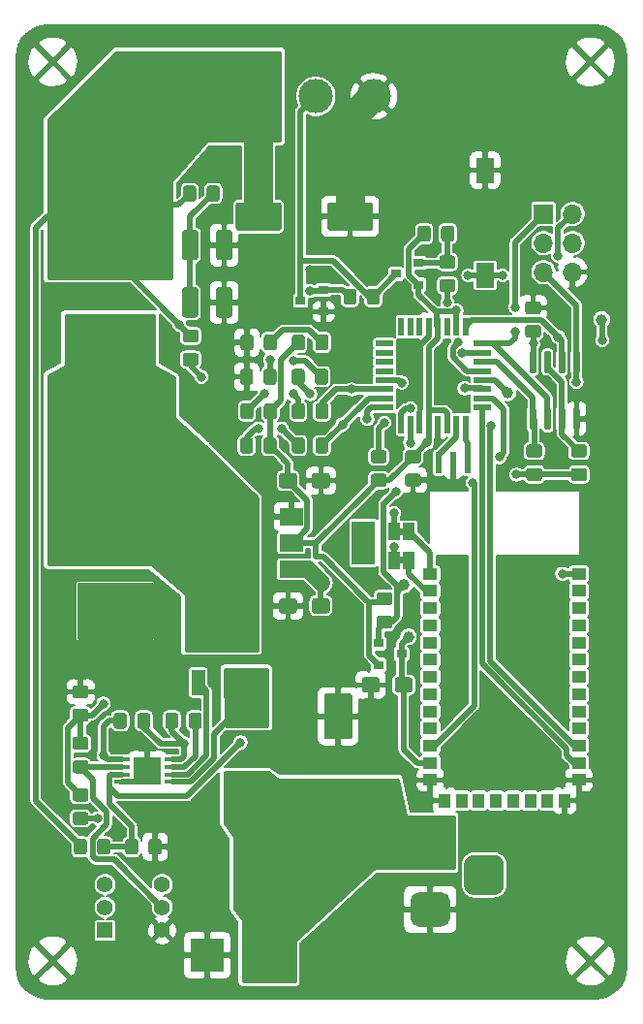
<source format=gbr>
G04 #@! TF.GenerationSoftware,KiCad,Pcbnew,5.1.9*
G04 #@! TF.CreationDate,2021-01-31T09:53:20+01:00*
G04 #@! TF.ProjectId,blueled,626c7565-6c65-4642-9e6b-696361645f70,rev?*
G04 #@! TF.SameCoordinates,Original*
G04 #@! TF.FileFunction,Copper,L1,Top*
G04 #@! TF.FilePolarity,Positive*
%FSLAX46Y46*%
G04 Gerber Fmt 4.6, Leading zero omitted, Abs format (unit mm)*
G04 Created by KiCad (PCBNEW 5.1.9) date 2021-01-31 09:53:20*
%MOMM*%
%LPD*%
G01*
G04 APERTURE LIST*
G04 #@! TA.AperFunction,EtchedComponent*
%ADD10C,0.100000*%
G04 #@! TD*
G04 #@! TA.AperFunction,SMDPad,CuDef*
%ADD11R,0.900000X0.800000*%
G04 #@! TD*
G04 #@! TA.AperFunction,SMDPad,CuDef*
%ADD12R,1.450000X0.450000*%
G04 #@! TD*
G04 #@! TA.AperFunction,SMDPad,CuDef*
%ADD13R,2.400000X2.400000*%
G04 #@! TD*
G04 #@! TA.AperFunction,ComponentPad*
%ADD14C,0.800000*%
G04 #@! TD*
G04 #@! TA.AperFunction,SMDPad,CuDef*
%ADD15R,5.800000X6.400000*%
G04 #@! TD*
G04 #@! TA.AperFunction,SMDPad,CuDef*
%ADD16R,1.200000X2.200000*%
G04 #@! TD*
G04 #@! TA.AperFunction,ComponentPad*
%ADD17C,1.000000*%
G04 #@! TD*
G04 #@! TA.AperFunction,SMDPad,CuDef*
%ADD18R,10.800000X9.400000*%
G04 #@! TD*
G04 #@! TA.AperFunction,SMDPad,CuDef*
%ADD19R,1.100000X4.600000*%
G04 #@! TD*
G04 #@! TA.AperFunction,ComponentPad*
%ADD20C,3.000000*%
G04 #@! TD*
G04 #@! TA.AperFunction,ComponentPad*
%ADD21R,3.000000X3.000000*%
G04 #@! TD*
G04 #@! TA.AperFunction,ComponentPad*
%ADD22O,1.700000X1.700000*%
G04 #@! TD*
G04 #@! TA.AperFunction,ComponentPad*
%ADD23R,1.700000X1.700000*%
G04 #@! TD*
G04 #@! TA.AperFunction,SMDPad,CuDef*
%ADD24R,1.300000X1.000000*%
G04 #@! TD*
G04 #@! TA.AperFunction,SMDPad,CuDef*
%ADD25R,1.000000X1.300000*%
G04 #@! TD*
G04 #@! TA.AperFunction,SMDPad,CuDef*
%ADD26C,1.000000*%
G04 #@! TD*
G04 #@! TA.AperFunction,ComponentPad*
%ADD27R,3.500000X3.500000*%
G04 #@! TD*
G04 #@! TA.AperFunction,ComponentPad*
%ADD28C,1.400000*%
G04 #@! TD*
G04 #@! TA.AperFunction,ComponentPad*
%ADD29R,1.400000X1.400000*%
G04 #@! TD*
G04 #@! TA.AperFunction,SMDPad,CuDef*
%ADD30R,2.000000X1.500000*%
G04 #@! TD*
G04 #@! TA.AperFunction,SMDPad,CuDef*
%ADD31R,2.000000X3.800000*%
G04 #@! TD*
G04 #@! TA.AperFunction,SMDPad,CuDef*
%ADD32R,1.600000X0.550000*%
G04 #@! TD*
G04 #@! TA.AperFunction,SMDPad,CuDef*
%ADD33R,0.550000X1.600000*%
G04 #@! TD*
G04 #@! TA.AperFunction,SMDPad,CuDef*
%ADD34R,1.600000X2.180000*%
G04 #@! TD*
G04 #@! TA.AperFunction,SMDPad,CuDef*
%ADD35R,1.000000X1.500000*%
G04 #@! TD*
G04 #@! TA.AperFunction,SMDPad,CuDef*
%ADD36R,4.100000X4.100000*%
G04 #@! TD*
G04 #@! TA.AperFunction,SMDPad,CuDef*
%ADD37R,0.500000X1.850000*%
G04 #@! TD*
G04 #@! TA.AperFunction,ViaPad*
%ADD38C,0.800000*%
G04 #@! TD*
G04 #@! TA.AperFunction,Conductor*
%ADD39C,0.500000*%
G04 #@! TD*
G04 #@! TA.AperFunction,Conductor*
%ADD40C,2.500000*%
G04 #@! TD*
G04 #@! TA.AperFunction,Conductor*
%ADD41C,1.500000*%
G04 #@! TD*
G04 #@! TA.AperFunction,Conductor*
%ADD42C,0.200000*%
G04 #@! TD*
G04 #@! TA.AperFunction,Conductor*
%ADD43C,0.100000*%
G04 #@! TD*
G04 #@! TA.AperFunction,Conductor*
%ADD44C,0.254000*%
G04 #@! TD*
G04 APERTURE END LIST*
D10*
G36*
X153750000Y-107200000D02*
G01*
X154250000Y-107200000D01*
X154250000Y-107800000D01*
X153750000Y-107800000D01*
X153750000Y-107200000D01*
G37*
G36*
X153750000Y-109700000D02*
G01*
X154250000Y-109700000D01*
X154250000Y-110300000D01*
X153750000Y-110300000D01*
X153750000Y-109700000D01*
G37*
D11*
X154000000Y-118200000D03*
X152000000Y-119150000D03*
X152000000Y-117250000D03*
G04 #@! TA.AperFunction,SMDPad,CuDef*
G36*
G01*
X149460000Y-125640000D02*
X147460000Y-125640000D01*
G75*
G02*
X147210000Y-125390000I0J250000D01*
G01*
X147210000Y-121890000D01*
G75*
G02*
X147460000Y-121640000I250000J0D01*
G01*
X149460000Y-121640000D01*
G75*
G02*
X149710000Y-121890000I0J-250000D01*
G01*
X149710000Y-125390000D01*
G75*
G02*
X149460000Y-125640000I-250000J0D01*
G01*
G37*
G04 #@! TD.AperFunction*
G04 #@! TA.AperFunction,SMDPad,CuDef*
G36*
G01*
X149460000Y-133640000D02*
X147460000Y-133640000D01*
G75*
G02*
X147210000Y-133390000I0J250000D01*
G01*
X147210000Y-129890000D01*
G75*
G02*
X147460000Y-129640000I250000J0D01*
G01*
X149460000Y-129640000D01*
G75*
G02*
X149710000Y-129890000I0J-250000D01*
G01*
X149710000Y-133390000D01*
G75*
G02*
X149460000Y-133640000I-250000J0D01*
G01*
G37*
G04 #@! TD.AperFunction*
D12*
X129576001Y-127420001D03*
X129576001Y-128070001D03*
X129576001Y-128720001D03*
X129576001Y-129370001D03*
X133976001Y-129370001D03*
X133976001Y-128720001D03*
X133976001Y-128070001D03*
X133976001Y-127420001D03*
D13*
X131776001Y-128395001D03*
D14*
X132426001Y-127745001D03*
X131126001Y-127745001D03*
X131126001Y-129045001D03*
X132426001Y-129045001D03*
D15*
X138500000Y-114400000D03*
D16*
X140780000Y-120700000D03*
X136220000Y-120700000D03*
D17*
X136500000Y-116600000D03*
X136500000Y-115100000D03*
X136500000Y-113600000D03*
X136500000Y-112100000D03*
X137750000Y-115100000D03*
X137750000Y-112100000D03*
X137750000Y-116600000D03*
X137750000Y-113600000D03*
X139500000Y-115100000D03*
X139500000Y-112100000D03*
X139500000Y-116600000D03*
X139500000Y-113600000D03*
X140750000Y-115100000D03*
X140750000Y-112100000D03*
X140750000Y-116600000D03*
X140750000Y-113600000D03*
D18*
X129000000Y-105261000D03*
D19*
X131540000Y-114411000D03*
X126460000Y-114411000D03*
D17*
X127800000Y-115886000D03*
X127800000Y-114386000D03*
X127800000Y-112886000D03*
X129050000Y-115886000D03*
X129050000Y-114386000D03*
X129050000Y-112886000D03*
X130300000Y-115886000D03*
X130300000Y-114386000D03*
X130300000Y-112886000D03*
X126750000Y-108136000D03*
X126750000Y-106636000D03*
X126750000Y-105136000D03*
X128250000Y-108136000D03*
X128250000Y-106636000D03*
X128250000Y-105136000D03*
X129750000Y-108136000D03*
X129750000Y-106636000D03*
X129750000Y-105136000D03*
X131250000Y-108136000D03*
X131250000Y-106636000D03*
X131250000Y-105136000D03*
X132750000Y-108136000D03*
X132750000Y-106636000D03*
X132750000Y-105136000D03*
X125250000Y-108136000D03*
X125250000Y-106636000D03*
X125250000Y-105136000D03*
X132750000Y-103636000D03*
X132750000Y-102136000D03*
X125250000Y-103636000D03*
X128250000Y-103636000D03*
X126750000Y-102136000D03*
X129750000Y-103636000D03*
X128250000Y-102136000D03*
X125250000Y-102136000D03*
X131250000Y-103636000D03*
X131250000Y-102136000D03*
X126750000Y-103636000D03*
X129750000Y-102136000D03*
G04 #@! TA.AperFunction,SMDPad,CuDef*
G36*
G01*
X150950000Y-87450001D02*
X150950000Y-86549999D01*
G75*
G02*
X151199999Y-86300000I249999J0D01*
G01*
X151850001Y-86300000D01*
G75*
G02*
X152100000Y-86549999I0J-249999D01*
G01*
X152100000Y-87450001D01*
G75*
G02*
X151850001Y-87700000I-249999J0D01*
G01*
X151199999Y-87700000D01*
G75*
G02*
X150950000Y-87450001I0J249999D01*
G01*
G37*
G04 #@! TD.AperFunction*
G04 #@! TA.AperFunction,SMDPad,CuDef*
G36*
G01*
X148900000Y-87450001D02*
X148900000Y-86549999D01*
G75*
G02*
X149149999Y-86300000I249999J0D01*
G01*
X149800001Y-86300000D01*
G75*
G02*
X150050000Y-86549999I0J-249999D01*
G01*
X150050000Y-87450001D01*
G75*
G02*
X149800001Y-87700000I-249999J0D01*
G01*
X149149999Y-87700000D01*
G75*
G02*
X148900000Y-87450001I0J249999D01*
G01*
G37*
G04 #@! TD.AperFunction*
G04 #@! TA.AperFunction,SMDPad,CuDef*
G36*
G01*
X157450000Y-81950001D02*
X157450000Y-81049999D01*
G75*
G02*
X157699999Y-80800000I249999J0D01*
G01*
X158350001Y-80800000D01*
G75*
G02*
X158600000Y-81049999I0J-249999D01*
G01*
X158600000Y-81950001D01*
G75*
G02*
X158350001Y-82200000I-249999J0D01*
G01*
X157699999Y-82200000D01*
G75*
G02*
X157450000Y-81950001I0J249999D01*
G01*
G37*
G04 #@! TD.AperFunction*
G04 #@! TA.AperFunction,SMDPad,CuDef*
G36*
G01*
X155400000Y-81950001D02*
X155400000Y-81049999D01*
G75*
G02*
X155649999Y-80800000I249999J0D01*
G01*
X156300001Y-80800000D01*
G75*
G02*
X156550000Y-81049999I0J-249999D01*
G01*
X156550000Y-81950001D01*
G75*
G02*
X156300001Y-82200000I-249999J0D01*
G01*
X155649999Y-82200000D01*
G75*
G02*
X155400000Y-81950001I0J249999D01*
G01*
G37*
G04 #@! TD.AperFunction*
D11*
X153500000Y-85000000D03*
X155500000Y-84050000D03*
X155500000Y-85950000D03*
G04 #@! TA.AperFunction,SMDPad,CuDef*
G36*
G01*
X137775000Y-88575000D02*
X137775000Y-86425000D01*
G75*
G02*
X138025000Y-86175000I250000J0D01*
G01*
X138950000Y-86175000D01*
G75*
G02*
X139200000Y-86425000I0J-250000D01*
G01*
X139200000Y-88575000D01*
G75*
G02*
X138950000Y-88825000I-250000J0D01*
G01*
X138025000Y-88825000D01*
G75*
G02*
X137775000Y-88575000I0J250000D01*
G01*
G37*
G04 #@! TD.AperFunction*
G04 #@! TA.AperFunction,SMDPad,CuDef*
G36*
G01*
X134800000Y-88575000D02*
X134800000Y-86425000D01*
G75*
G02*
X135050000Y-86175000I250000J0D01*
G01*
X135975000Y-86175000D01*
G75*
G02*
X136225000Y-86425000I0J-250000D01*
G01*
X136225000Y-88575000D01*
G75*
G02*
X135975000Y-88825000I-250000J0D01*
G01*
X135050000Y-88825000D01*
G75*
G02*
X134800000Y-88575000I0J250000D01*
G01*
G37*
G04 #@! TD.AperFunction*
G04 #@! TA.AperFunction,SMDPad,CuDef*
G36*
G01*
X137775000Y-83575000D02*
X137775000Y-81425000D01*
G75*
G02*
X138025000Y-81175000I250000J0D01*
G01*
X138950000Y-81175000D01*
G75*
G02*
X139200000Y-81425000I0J-250000D01*
G01*
X139200000Y-83575000D01*
G75*
G02*
X138950000Y-83825000I-250000J0D01*
G01*
X138025000Y-83825000D01*
G75*
G02*
X137775000Y-83575000I0J250000D01*
G01*
G37*
G04 #@! TD.AperFunction*
G04 #@! TA.AperFunction,SMDPad,CuDef*
G36*
G01*
X134800000Y-83575000D02*
X134800000Y-81425000D01*
G75*
G02*
X135050000Y-81175000I250000J0D01*
G01*
X135975000Y-81175000D01*
G75*
G02*
X136225000Y-81425000I0J-250000D01*
G01*
X136225000Y-83575000D01*
G75*
G02*
X135975000Y-83825000I-250000J0D01*
G01*
X135050000Y-83825000D01*
G75*
G02*
X134800000Y-83575000I0J250000D01*
G01*
G37*
G04 #@! TD.AperFunction*
D20*
X142080000Y-144500000D03*
D21*
X137000000Y-144500000D03*
D22*
X168940000Y-84860000D03*
X166400000Y-84860000D03*
X168940000Y-82320000D03*
X166400000Y-82320000D03*
X168940000Y-79780000D03*
D23*
X166400000Y-79780000D03*
D24*
X156500000Y-129200000D03*
X156500000Y-127700000D03*
X156500000Y-126200000D03*
X156500000Y-124700000D03*
X156500000Y-123200000D03*
X156500000Y-121700000D03*
X156500000Y-120200000D03*
X156500000Y-118700000D03*
X156500000Y-117200000D03*
X156500000Y-115700000D03*
X156500000Y-114200000D03*
X156500000Y-112700000D03*
X156500000Y-111200000D03*
X169500000Y-111200000D03*
X169500000Y-112700000D03*
X169500000Y-114200000D03*
X169500000Y-115700000D03*
X169500000Y-117200000D03*
X169500000Y-118700000D03*
X169500000Y-120200000D03*
X169500000Y-121700000D03*
X169500000Y-123200000D03*
X169500000Y-124700000D03*
X169500000Y-126200000D03*
X169500000Y-127700000D03*
X169500000Y-129200000D03*
D25*
X168250000Y-131000000D03*
X166750000Y-131000000D03*
X165250000Y-131000000D03*
X163750000Y-131000000D03*
X160750000Y-131000000D03*
X159250000Y-131000000D03*
X157750000Y-131000000D03*
X162250000Y-131000000D03*
G04 #@! TA.AperFunction,SMDPad,CuDef*
G36*
G01*
X144850000Y-113574999D02*
X144850000Y-114425001D01*
G75*
G02*
X144600001Y-114675000I-249999J0D01*
G01*
X143524999Y-114675000D01*
G75*
G02*
X143275000Y-114425001I0J249999D01*
G01*
X143275000Y-113574999D01*
G75*
G02*
X143524999Y-113325000I249999J0D01*
G01*
X144600001Y-113325000D01*
G75*
G02*
X144850000Y-113574999I0J-249999D01*
G01*
G37*
G04 #@! TD.AperFunction*
G04 #@! TA.AperFunction,SMDPad,CuDef*
G36*
G01*
X147725000Y-113574999D02*
X147725000Y-114425001D01*
G75*
G02*
X147475001Y-114675000I-249999J0D01*
G01*
X146399999Y-114675000D01*
G75*
G02*
X146150000Y-114425001I0J249999D01*
G01*
X146150000Y-113574999D01*
G75*
G02*
X146399999Y-113325000I249999J0D01*
G01*
X147475001Y-113325000D01*
G75*
G02*
X147725000Y-113574999I0J-249999D01*
G01*
G37*
G04 #@! TD.AperFunction*
D26*
X154230000Y-112170000D03*
X154600000Y-116700000D03*
X163290000Y-95410000D03*
G04 #@! TA.AperFunction,ComponentPad*
G36*
G01*
X162075000Y-139250000D02*
X160325000Y-139250000D01*
G75*
G02*
X159450000Y-138375000I0J875000D01*
G01*
X159450000Y-136625000D01*
G75*
G02*
X160325000Y-135750000I875000J0D01*
G01*
X162075000Y-135750000D01*
G75*
G02*
X162950000Y-136625000I0J-875000D01*
G01*
X162950000Y-138375000D01*
G75*
G02*
X162075000Y-139250000I-875000J0D01*
G01*
G37*
G04 #@! TD.AperFunction*
G04 #@! TA.AperFunction,ComponentPad*
G36*
G01*
X157500000Y-142000000D02*
X155500000Y-142000000D01*
G75*
G02*
X154750000Y-141250000I0J750000D01*
G01*
X154750000Y-139750000D01*
G75*
G02*
X155500000Y-139000000I750000J0D01*
G01*
X157500000Y-139000000D01*
G75*
G02*
X158250000Y-139750000I0J-750000D01*
G01*
X158250000Y-141250000D01*
G75*
G02*
X157500000Y-142000000I-750000J0D01*
G01*
G37*
G04 #@! TD.AperFunction*
D27*
X156500000Y-134500000D03*
D28*
X128060000Y-138320000D03*
D29*
X128060000Y-142320000D03*
D28*
X133060000Y-142320000D03*
X133060000Y-138320000D03*
X133060000Y-140320000D03*
X128060000Y-140320000D03*
G04 #@! TA.AperFunction,SMDPad,CuDef*
G36*
G01*
X165631000Y-93685000D02*
X165331000Y-93685000D01*
G75*
G02*
X165181000Y-93535000I0J150000D01*
G01*
X165181000Y-91885000D01*
G75*
G02*
X165331000Y-91735000I150000J0D01*
G01*
X165631000Y-91735000D01*
G75*
G02*
X165781000Y-91885000I0J-150000D01*
G01*
X165781000Y-93535000D01*
G75*
G02*
X165631000Y-93685000I-150000J0D01*
G01*
G37*
G04 #@! TD.AperFunction*
G04 #@! TA.AperFunction,SMDPad,CuDef*
G36*
G01*
X166901000Y-93685000D02*
X166601000Y-93685000D01*
G75*
G02*
X166451000Y-93535000I0J150000D01*
G01*
X166451000Y-91885000D01*
G75*
G02*
X166601000Y-91735000I150000J0D01*
G01*
X166901000Y-91735000D01*
G75*
G02*
X167051000Y-91885000I0J-150000D01*
G01*
X167051000Y-93535000D01*
G75*
G02*
X166901000Y-93685000I-150000J0D01*
G01*
G37*
G04 #@! TD.AperFunction*
G04 #@! TA.AperFunction,SMDPad,CuDef*
G36*
G01*
X168171000Y-93685000D02*
X167871000Y-93685000D01*
G75*
G02*
X167721000Y-93535000I0J150000D01*
G01*
X167721000Y-91885000D01*
G75*
G02*
X167871000Y-91735000I150000J0D01*
G01*
X168171000Y-91735000D01*
G75*
G02*
X168321000Y-91885000I0J-150000D01*
G01*
X168321000Y-93535000D01*
G75*
G02*
X168171000Y-93685000I-150000J0D01*
G01*
G37*
G04 #@! TD.AperFunction*
G04 #@! TA.AperFunction,SMDPad,CuDef*
G36*
G01*
X169441000Y-93685000D02*
X169141000Y-93685000D01*
G75*
G02*
X168991000Y-93535000I0J150000D01*
G01*
X168991000Y-91885000D01*
G75*
G02*
X169141000Y-91735000I150000J0D01*
G01*
X169441000Y-91735000D01*
G75*
G02*
X169591000Y-91885000I0J-150000D01*
G01*
X169591000Y-93535000D01*
G75*
G02*
X169441000Y-93685000I-150000J0D01*
G01*
G37*
G04 #@! TD.AperFunction*
G04 #@! TA.AperFunction,SMDPad,CuDef*
G36*
G01*
X169441000Y-98635000D02*
X169141000Y-98635000D01*
G75*
G02*
X168991000Y-98485000I0J150000D01*
G01*
X168991000Y-96835000D01*
G75*
G02*
X169141000Y-96685000I150000J0D01*
G01*
X169441000Y-96685000D01*
G75*
G02*
X169591000Y-96835000I0J-150000D01*
G01*
X169591000Y-98485000D01*
G75*
G02*
X169441000Y-98635000I-150000J0D01*
G01*
G37*
G04 #@! TD.AperFunction*
G04 #@! TA.AperFunction,SMDPad,CuDef*
G36*
G01*
X168171000Y-98635000D02*
X167871000Y-98635000D01*
G75*
G02*
X167721000Y-98485000I0J150000D01*
G01*
X167721000Y-96835000D01*
G75*
G02*
X167871000Y-96685000I150000J0D01*
G01*
X168171000Y-96685000D01*
G75*
G02*
X168321000Y-96835000I0J-150000D01*
G01*
X168321000Y-98485000D01*
G75*
G02*
X168171000Y-98635000I-150000J0D01*
G01*
G37*
G04 #@! TD.AperFunction*
G04 #@! TA.AperFunction,SMDPad,CuDef*
G36*
G01*
X166901000Y-98635000D02*
X166601000Y-98635000D01*
G75*
G02*
X166451000Y-98485000I0J150000D01*
G01*
X166451000Y-96835000D01*
G75*
G02*
X166601000Y-96685000I150000J0D01*
G01*
X166901000Y-96685000D01*
G75*
G02*
X167051000Y-96835000I0J-150000D01*
G01*
X167051000Y-98485000D01*
G75*
G02*
X166901000Y-98635000I-150000J0D01*
G01*
G37*
G04 #@! TD.AperFunction*
G04 #@! TA.AperFunction,SMDPad,CuDef*
G36*
G01*
X165631000Y-98635000D02*
X165331000Y-98635000D01*
G75*
G02*
X165181000Y-98485000I0J150000D01*
G01*
X165181000Y-96835000D01*
G75*
G02*
X165331000Y-96685000I150000J0D01*
G01*
X165631000Y-96685000D01*
G75*
G02*
X165781000Y-96835000I0J-150000D01*
G01*
X165781000Y-98485000D01*
G75*
G02*
X165631000Y-98635000I-150000J0D01*
G01*
G37*
G04 #@! TD.AperFunction*
D30*
X144350000Y-106200000D03*
X144350000Y-110800000D03*
X144350000Y-108500000D03*
D31*
X150650000Y-108500000D03*
G04 #@! TA.AperFunction,SMDPad,CuDef*
G36*
G01*
X169049999Y-101950000D02*
X169950001Y-101950000D01*
G75*
G02*
X170200000Y-102199999I0J-249999D01*
G01*
X170200000Y-102850001D01*
G75*
G02*
X169950001Y-103100000I-249999J0D01*
G01*
X169049999Y-103100000D01*
G75*
G02*
X168800000Y-102850001I0J249999D01*
G01*
X168800000Y-102199999D01*
G75*
G02*
X169049999Y-101950000I249999J0D01*
G01*
G37*
G04 #@! TD.AperFunction*
G04 #@! TA.AperFunction,SMDPad,CuDef*
G36*
G01*
X169049999Y-99900000D02*
X169950001Y-99900000D01*
G75*
G02*
X170200000Y-100149999I0J-249999D01*
G01*
X170200000Y-100800001D01*
G75*
G02*
X169950001Y-101050000I-249999J0D01*
G01*
X169049999Y-101050000D01*
G75*
G02*
X168800000Y-100800001I0J249999D01*
G01*
X168800000Y-100149999D01*
G75*
G02*
X169049999Y-99900000I249999J0D01*
G01*
G37*
G04 #@! TD.AperFunction*
G04 #@! TA.AperFunction,SMDPad,CuDef*
G36*
G01*
X146450000Y-100450001D02*
X146450000Y-99549999D01*
G75*
G02*
X146699999Y-99300000I249999J0D01*
G01*
X147350001Y-99300000D01*
G75*
G02*
X147600000Y-99549999I0J-249999D01*
G01*
X147600000Y-100450001D01*
G75*
G02*
X147350001Y-100700000I-249999J0D01*
G01*
X146699999Y-100700000D01*
G75*
G02*
X146450000Y-100450001I0J249999D01*
G01*
G37*
G04 #@! TD.AperFunction*
G04 #@! TA.AperFunction,SMDPad,CuDef*
G36*
G01*
X144400000Y-100450001D02*
X144400000Y-99549999D01*
G75*
G02*
X144649999Y-99300000I249999J0D01*
G01*
X145300001Y-99300000D01*
G75*
G02*
X145550000Y-99549999I0J-249999D01*
G01*
X145550000Y-100450001D01*
G75*
G02*
X145300001Y-100700000I-249999J0D01*
G01*
X144649999Y-100700000D01*
G75*
G02*
X144400000Y-100450001I0J249999D01*
G01*
G37*
G04 #@! TD.AperFunction*
G04 #@! TA.AperFunction,SMDPad,CuDef*
G36*
G01*
X152049999Y-114850000D02*
X152950001Y-114850000D01*
G75*
G02*
X153200000Y-115099999I0J-249999D01*
G01*
X153200000Y-115750001D01*
G75*
G02*
X152950001Y-116000000I-249999J0D01*
G01*
X152049999Y-116000000D01*
G75*
G02*
X151800000Y-115750001I0J249999D01*
G01*
X151800000Y-115099999D01*
G75*
G02*
X152049999Y-114850000I249999J0D01*
G01*
G37*
G04 #@! TD.AperFunction*
G04 #@! TA.AperFunction,SMDPad,CuDef*
G36*
G01*
X152049999Y-112800000D02*
X152950001Y-112800000D01*
G75*
G02*
X153200000Y-113049999I0J-249999D01*
G01*
X153200000Y-113700001D01*
G75*
G02*
X152950001Y-113950000I-249999J0D01*
G01*
X152049999Y-113950000D01*
G75*
G02*
X151800000Y-113700001I0J249999D01*
G01*
X151800000Y-113049999D01*
G75*
G02*
X152049999Y-112800000I249999J0D01*
G01*
G37*
G04 #@! TD.AperFunction*
G04 #@! TA.AperFunction,SMDPad,CuDef*
G36*
G01*
X141925000Y-100450001D02*
X141925000Y-99549999D01*
G75*
G02*
X142174999Y-99300000I249999J0D01*
G01*
X142825001Y-99300000D01*
G75*
G02*
X143075000Y-99549999I0J-249999D01*
G01*
X143075000Y-100450001D01*
G75*
G02*
X142825001Y-100700000I-249999J0D01*
G01*
X142174999Y-100700000D01*
G75*
G02*
X141925000Y-100450001I0J249999D01*
G01*
G37*
G04 #@! TD.AperFunction*
G04 #@! TA.AperFunction,SMDPad,CuDef*
G36*
G01*
X139875000Y-100450001D02*
X139875000Y-99549999D01*
G75*
G02*
X140124999Y-99300000I249999J0D01*
G01*
X140775001Y-99300000D01*
G75*
G02*
X141025000Y-99549999I0J-249999D01*
G01*
X141025000Y-100450001D01*
G75*
G02*
X140775001Y-100700000I-249999J0D01*
G01*
X140124999Y-100700000D01*
G75*
G02*
X139875000Y-100450001I0J249999D01*
G01*
G37*
G04 #@! TD.AperFunction*
G04 #@! TA.AperFunction,SMDPad,CuDef*
G36*
G01*
X166050001Y-101050000D02*
X165149999Y-101050000D01*
G75*
G02*
X164900000Y-100800001I0J249999D01*
G01*
X164900000Y-100149999D01*
G75*
G02*
X165149999Y-99900000I249999J0D01*
G01*
X166050001Y-99900000D01*
G75*
G02*
X166300000Y-100149999I0J-249999D01*
G01*
X166300000Y-100800001D01*
G75*
G02*
X166050001Y-101050000I-249999J0D01*
G01*
G37*
G04 #@! TD.AperFunction*
G04 #@! TA.AperFunction,SMDPad,CuDef*
G36*
G01*
X166050001Y-103100000D02*
X165149999Y-103100000D01*
G75*
G02*
X164900000Y-102850001I0J249999D01*
G01*
X164900000Y-102199999D01*
G75*
G02*
X165149999Y-101950000I249999J0D01*
G01*
X166050001Y-101950000D01*
G75*
G02*
X166300000Y-102199999I0J-249999D01*
G01*
X166300000Y-102850001D01*
G75*
G02*
X166050001Y-103100000I-249999J0D01*
G01*
G37*
G04 #@! TD.AperFunction*
G04 #@! TA.AperFunction,SMDPad,CuDef*
G36*
G01*
X146450000Y-97450001D02*
X146450000Y-96549999D01*
G75*
G02*
X146699999Y-96300000I249999J0D01*
G01*
X147350001Y-96300000D01*
G75*
G02*
X147600000Y-96549999I0J-249999D01*
G01*
X147600000Y-97450001D01*
G75*
G02*
X147350001Y-97700000I-249999J0D01*
G01*
X146699999Y-97700000D01*
G75*
G02*
X146450000Y-97450001I0J249999D01*
G01*
G37*
G04 #@! TD.AperFunction*
G04 #@! TA.AperFunction,SMDPad,CuDef*
G36*
G01*
X144400000Y-97450001D02*
X144400000Y-96549999D01*
G75*
G02*
X144649999Y-96300000I249999J0D01*
G01*
X145300001Y-96300000D01*
G75*
G02*
X145550000Y-96549999I0J-249999D01*
G01*
X145550000Y-97450001D01*
G75*
G02*
X145300001Y-97700000I-249999J0D01*
G01*
X144649999Y-97700000D01*
G75*
G02*
X144400000Y-97450001I0J249999D01*
G01*
G37*
G04 #@! TD.AperFunction*
G04 #@! TA.AperFunction,SMDPad,CuDef*
G36*
G01*
X146450000Y-91450001D02*
X146450000Y-90549999D01*
G75*
G02*
X146699999Y-90300000I249999J0D01*
G01*
X147350001Y-90300000D01*
G75*
G02*
X147600000Y-90549999I0J-249999D01*
G01*
X147600000Y-91450001D01*
G75*
G02*
X147350001Y-91700000I-249999J0D01*
G01*
X146699999Y-91700000D01*
G75*
G02*
X146450000Y-91450001I0J249999D01*
G01*
G37*
G04 #@! TD.AperFunction*
G04 #@! TA.AperFunction,SMDPad,CuDef*
G36*
G01*
X144400000Y-91450001D02*
X144400000Y-90549999D01*
G75*
G02*
X144649999Y-90300000I249999J0D01*
G01*
X145300001Y-90300000D01*
G75*
G02*
X145550000Y-90549999I0J-249999D01*
G01*
X145550000Y-91450001D01*
G75*
G02*
X145300001Y-91700000I-249999J0D01*
G01*
X144649999Y-91700000D01*
G75*
G02*
X144400000Y-91450001I0J249999D01*
G01*
G37*
G04 #@! TD.AperFunction*
G04 #@! TA.AperFunction,SMDPad,CuDef*
G36*
G01*
X152450001Y-101550000D02*
X151549999Y-101550000D01*
G75*
G02*
X151300000Y-101300001I0J249999D01*
G01*
X151300000Y-100649999D01*
G75*
G02*
X151549999Y-100400000I249999J0D01*
G01*
X152450001Y-100400000D01*
G75*
G02*
X152700000Y-100649999I0J-249999D01*
G01*
X152700000Y-101300001D01*
G75*
G02*
X152450001Y-101550000I-249999J0D01*
G01*
G37*
G04 #@! TD.AperFunction*
G04 #@! TA.AperFunction,SMDPad,CuDef*
G36*
G01*
X152450001Y-103600000D02*
X151549999Y-103600000D01*
G75*
G02*
X151300000Y-103350001I0J249999D01*
G01*
X151300000Y-102699999D01*
G75*
G02*
X151549999Y-102450000I249999J0D01*
G01*
X152450001Y-102450000D01*
G75*
G02*
X152700000Y-102699999I0J-249999D01*
G01*
X152700000Y-103350001D01*
G75*
G02*
X152450001Y-103600000I-249999J0D01*
G01*
G37*
G04 #@! TD.AperFunction*
G04 #@! TA.AperFunction,SMDPad,CuDef*
G36*
G01*
X141950000Y-97450001D02*
X141950000Y-96549999D01*
G75*
G02*
X142199999Y-96300000I249999J0D01*
G01*
X142850001Y-96300000D01*
G75*
G02*
X143100000Y-96549999I0J-249999D01*
G01*
X143100000Y-97450001D01*
G75*
G02*
X142850001Y-97700000I-249999J0D01*
G01*
X142199999Y-97700000D01*
G75*
G02*
X141950000Y-97450001I0J249999D01*
G01*
G37*
G04 #@! TD.AperFunction*
G04 #@! TA.AperFunction,SMDPad,CuDef*
G36*
G01*
X139900000Y-97450001D02*
X139900000Y-96549999D01*
G75*
G02*
X140149999Y-96300000I249999J0D01*
G01*
X140800001Y-96300000D01*
G75*
G02*
X141050000Y-96549999I0J-249999D01*
G01*
X141050000Y-97450001D01*
G75*
G02*
X140800001Y-97700000I-249999J0D01*
G01*
X140149999Y-97700000D01*
G75*
G02*
X139900000Y-97450001I0J249999D01*
G01*
G37*
G04 #@! TD.AperFunction*
G04 #@! TA.AperFunction,SMDPad,CuDef*
G36*
G01*
X141950000Y-91450001D02*
X141950000Y-90549999D01*
G75*
G02*
X142199999Y-90300000I249999J0D01*
G01*
X142850001Y-90300000D01*
G75*
G02*
X143100000Y-90549999I0J-249999D01*
G01*
X143100000Y-91450001D01*
G75*
G02*
X142850001Y-91700000I-249999J0D01*
G01*
X142199999Y-91700000D01*
G75*
G02*
X141950000Y-91450001I0J249999D01*
G01*
G37*
G04 #@! TD.AperFunction*
G04 #@! TA.AperFunction,SMDPad,CuDef*
G36*
G01*
X139900000Y-91450001D02*
X139900000Y-90549999D01*
G75*
G02*
X140149999Y-90300000I249999J0D01*
G01*
X140800001Y-90300000D01*
G75*
G02*
X141050000Y-90549999I0J-249999D01*
G01*
X141050000Y-91450001D01*
G75*
G02*
X140800001Y-91700000I-249999J0D01*
G01*
X140149999Y-91700000D01*
G75*
G02*
X139900000Y-91450001I0J249999D01*
G01*
G37*
G04 #@! TD.AperFunction*
G04 #@! TA.AperFunction,SMDPad,CuDef*
G36*
G01*
X165950001Y-88550000D02*
X165049999Y-88550000D01*
G75*
G02*
X164800000Y-88300001I0J249999D01*
G01*
X164800000Y-87649999D01*
G75*
G02*
X165049999Y-87400000I249999J0D01*
G01*
X165950001Y-87400000D01*
G75*
G02*
X166200000Y-87649999I0J-249999D01*
G01*
X166200000Y-88300001D01*
G75*
G02*
X165950001Y-88550000I-249999J0D01*
G01*
G37*
G04 #@! TD.AperFunction*
G04 #@! TA.AperFunction,SMDPad,CuDef*
G36*
G01*
X165950001Y-90600000D02*
X165049999Y-90600000D01*
G75*
G02*
X164800000Y-90350001I0J249999D01*
G01*
X164800000Y-89699999D01*
G75*
G02*
X165049999Y-89450000I249999J0D01*
G01*
X165950001Y-89450000D01*
G75*
G02*
X166200000Y-89699999I0J-249999D01*
G01*
X166200000Y-90350001D01*
G75*
G02*
X165950001Y-90600000I-249999J0D01*
G01*
G37*
G04 #@! TD.AperFunction*
G04 #@! TA.AperFunction,SMDPad,CuDef*
G36*
G01*
X155450001Y-101550000D02*
X154549999Y-101550000D01*
G75*
G02*
X154300000Y-101300001I0J249999D01*
G01*
X154300000Y-100649999D01*
G75*
G02*
X154549999Y-100400000I249999J0D01*
G01*
X155450001Y-100400000D01*
G75*
G02*
X155700000Y-100649999I0J-249999D01*
G01*
X155700000Y-101300001D01*
G75*
G02*
X155450001Y-101550000I-249999J0D01*
G01*
G37*
G04 #@! TD.AperFunction*
G04 #@! TA.AperFunction,SMDPad,CuDef*
G36*
G01*
X155450001Y-103600000D02*
X154549999Y-103600000D01*
G75*
G02*
X154300000Y-103350001I0J249999D01*
G01*
X154300000Y-102699999D01*
G75*
G02*
X154549999Y-102450000I249999J0D01*
G01*
X155450001Y-102450000D01*
G75*
G02*
X155700000Y-102699999I0J-249999D01*
G01*
X155700000Y-103350001D01*
G75*
G02*
X155450001Y-103600000I-249999J0D01*
G01*
G37*
G04 #@! TD.AperFunction*
D20*
X151580000Y-69500000D03*
X146500000Y-69500000D03*
D21*
X141420000Y-69500000D03*
D32*
X152520000Y-96690000D03*
X152520000Y-95890000D03*
X152520000Y-95090000D03*
X152520000Y-94290000D03*
X152520000Y-93490000D03*
X152520000Y-92690000D03*
X152520000Y-91890000D03*
X152520000Y-91090000D03*
D33*
X153970000Y-89640000D03*
X154770000Y-89640000D03*
X155570000Y-89640000D03*
X156370000Y-89640000D03*
X157170000Y-89640000D03*
X157970000Y-89640000D03*
X158770000Y-89640000D03*
X159570000Y-89640000D03*
D32*
X161020000Y-91090000D03*
X161020000Y-91890000D03*
X161020000Y-92690000D03*
X161020000Y-93490000D03*
X161020000Y-94290000D03*
X161020000Y-95090000D03*
X161020000Y-95890000D03*
X161020000Y-96690000D03*
D33*
X159570000Y-98140000D03*
X158770000Y-98140000D03*
X157970000Y-98140000D03*
X157170000Y-98140000D03*
X156370000Y-98140000D03*
X155570000Y-98140000D03*
X154770000Y-98140000D03*
X153970000Y-98140000D03*
D34*
X161300000Y-75960000D03*
X161300000Y-85140000D03*
G04 #@! TA.AperFunction,SMDPad,CuDef*
G36*
G01*
X144850000Y-102635999D02*
X144850000Y-103486001D01*
G75*
G02*
X144600001Y-103736000I-249999J0D01*
G01*
X143524999Y-103736000D01*
G75*
G02*
X143275000Y-103486001I0J249999D01*
G01*
X143275000Y-102635999D01*
G75*
G02*
X143524999Y-102386000I249999J0D01*
G01*
X144600001Y-102386000D01*
G75*
G02*
X144850000Y-102635999I0J-249999D01*
G01*
G37*
G04 #@! TD.AperFunction*
G04 #@! TA.AperFunction,SMDPad,CuDef*
G36*
G01*
X147725000Y-102635999D02*
X147725000Y-103486001D01*
G75*
G02*
X147475001Y-103736000I-249999J0D01*
G01*
X146399999Y-103736000D01*
G75*
G02*
X146150000Y-103486001I0J249999D01*
G01*
X146150000Y-102635999D01*
G75*
G02*
X146399999Y-102386000I249999J0D01*
G01*
X147475001Y-102386000D01*
G75*
G02*
X147725000Y-102635999I0J-249999D01*
G01*
G37*
G04 #@! TD.AperFunction*
G04 #@! TA.AperFunction,SMDPad,CuDef*
G36*
G01*
X154965000Y-120474999D02*
X154965000Y-121325001D01*
G75*
G02*
X154715001Y-121575000I-249999J0D01*
G01*
X153639999Y-121575000D01*
G75*
G02*
X153390000Y-121325001I0J249999D01*
G01*
X153390000Y-120474999D01*
G75*
G02*
X153639999Y-120225000I249999J0D01*
G01*
X154715001Y-120225000D01*
G75*
G02*
X154965000Y-120474999I0J-249999D01*
G01*
G37*
G04 #@! TD.AperFunction*
G04 #@! TA.AperFunction,SMDPad,CuDef*
G36*
G01*
X152090000Y-120474999D02*
X152090000Y-121325001D01*
G75*
G02*
X151840001Y-121575000I-249999J0D01*
G01*
X150764999Y-121575000D01*
G75*
G02*
X150515000Y-121325001I0J249999D01*
G01*
X150515000Y-120474999D01*
G75*
G02*
X150764999Y-120225000I249999J0D01*
G01*
X151840001Y-120225000D01*
G75*
G02*
X152090000Y-120474999I0J-249999D01*
G01*
G37*
G04 #@! TD.AperFunction*
G04 #@! TA.AperFunction,SMDPad,CuDef*
G36*
G01*
X126380001Y-124130000D02*
X125479999Y-124130000D01*
G75*
G02*
X125230000Y-123880001I0J249999D01*
G01*
X125230000Y-123229999D01*
G75*
G02*
X125479999Y-122980000I249999J0D01*
G01*
X126380001Y-122980000D01*
G75*
G02*
X126630000Y-123229999I0J-249999D01*
G01*
X126630000Y-123880001D01*
G75*
G02*
X126380001Y-124130000I-249999J0D01*
G01*
G37*
G04 #@! TD.AperFunction*
G04 #@! TA.AperFunction,SMDPad,CuDef*
G36*
G01*
X126380001Y-122080000D02*
X125479999Y-122080000D01*
G75*
G02*
X125230000Y-121830001I0J249999D01*
G01*
X125230000Y-121179999D01*
G75*
G02*
X125479999Y-120930000I249999J0D01*
G01*
X126380001Y-120930000D01*
G75*
G02*
X126630000Y-121179999I0J-249999D01*
G01*
X126630000Y-121830001D01*
G75*
G02*
X126380001Y-122080000I-249999J0D01*
G01*
G37*
G04 #@! TD.AperFunction*
G04 #@! TA.AperFunction,SMDPad,CuDef*
G36*
G01*
X135380000Y-124480001D02*
X135380000Y-123579999D01*
G75*
G02*
X135629999Y-123330000I249999J0D01*
G01*
X136280001Y-123330000D01*
G75*
G02*
X136530000Y-123579999I0J-249999D01*
G01*
X136530000Y-124480001D01*
G75*
G02*
X136280001Y-124730000I-249999J0D01*
G01*
X135629999Y-124730000D01*
G75*
G02*
X135380000Y-124480001I0J249999D01*
G01*
G37*
G04 #@! TD.AperFunction*
G04 #@! TA.AperFunction,SMDPad,CuDef*
G36*
G01*
X133330000Y-124480001D02*
X133330000Y-123579999D01*
G75*
G02*
X133579999Y-123330000I249999J0D01*
G01*
X134230001Y-123330000D01*
G75*
G02*
X134480000Y-123579999I0J-249999D01*
G01*
X134480000Y-124480001D01*
G75*
G02*
X134230001Y-124730000I-249999J0D01*
G01*
X133579999Y-124730000D01*
G75*
G02*
X133330000Y-124480001I0J249999D01*
G01*
G37*
G04 #@! TD.AperFunction*
G04 #@! TA.AperFunction,SMDPad,CuDef*
G36*
G01*
X135099999Y-91910000D02*
X136000001Y-91910000D01*
G75*
G02*
X136250000Y-92159999I0J-249999D01*
G01*
X136250000Y-92810001D01*
G75*
G02*
X136000001Y-93060000I-249999J0D01*
G01*
X135099999Y-93060000D01*
G75*
G02*
X134850000Y-92810001I0J249999D01*
G01*
X134850000Y-92159999D01*
G75*
G02*
X135099999Y-91910000I249999J0D01*
G01*
G37*
G04 #@! TD.AperFunction*
G04 #@! TA.AperFunction,SMDPad,CuDef*
G36*
G01*
X135099999Y-89860000D02*
X136000001Y-89860000D01*
G75*
G02*
X136250000Y-90109999I0J-249999D01*
G01*
X136250000Y-90760001D01*
G75*
G02*
X136000001Y-91010000I-249999J0D01*
G01*
X135099999Y-91010000D01*
G75*
G02*
X134850000Y-90760001I0J249999D01*
G01*
X134850000Y-90109999D01*
G75*
G02*
X135099999Y-89860000I249999J0D01*
G01*
G37*
G04 #@! TD.AperFunction*
G04 #@! TA.AperFunction,SMDPad,CuDef*
G36*
G01*
X132030000Y-123579999D02*
X132030000Y-124480001D01*
G75*
G02*
X131780001Y-124730000I-249999J0D01*
G01*
X131129999Y-124730000D01*
G75*
G02*
X130880000Y-124480001I0J249999D01*
G01*
X130880000Y-123579999D01*
G75*
G02*
X131129999Y-123330000I249999J0D01*
G01*
X131780001Y-123330000D01*
G75*
G02*
X132030000Y-123579999I0J-249999D01*
G01*
G37*
G04 #@! TD.AperFunction*
G04 #@! TA.AperFunction,SMDPad,CuDef*
G36*
G01*
X129980000Y-123579999D02*
X129980000Y-124480001D01*
G75*
G02*
X129730001Y-124730000I-249999J0D01*
G01*
X129079999Y-124730000D01*
G75*
G02*
X128830000Y-124480001I0J249999D01*
G01*
X128830000Y-123579999D01*
G75*
G02*
X129079999Y-123330000I249999J0D01*
G01*
X129730001Y-123330000D01*
G75*
G02*
X129980000Y-123579999I0J-249999D01*
G01*
G37*
G04 #@! TD.AperFunction*
G04 #@! TA.AperFunction,SMDPad,CuDef*
G36*
G01*
X139500000Y-81000000D02*
X139500000Y-79000000D01*
G75*
G02*
X139750000Y-78750000I250000J0D01*
G01*
X143250000Y-78750000D01*
G75*
G02*
X143500000Y-79000000I0J-250000D01*
G01*
X143500000Y-81000000D01*
G75*
G02*
X143250000Y-81250000I-250000J0D01*
G01*
X139750000Y-81250000D01*
G75*
G02*
X139500000Y-81000000I0J250000D01*
G01*
G37*
G04 #@! TD.AperFunction*
G04 #@! TA.AperFunction,SMDPad,CuDef*
G36*
G01*
X147500000Y-81000000D02*
X147500000Y-79000000D01*
G75*
G02*
X147750000Y-78750000I250000J0D01*
G01*
X151250000Y-78750000D01*
G75*
G02*
X151500000Y-79000000I0J-250000D01*
G01*
X151500000Y-81000000D01*
G75*
G02*
X151250000Y-81250000I-250000J0D01*
G01*
X147750000Y-81250000D01*
G75*
G02*
X147500000Y-81000000I0J250000D01*
G01*
G37*
G04 #@! TD.AperFunction*
G04 #@! TA.AperFunction,SMDPad,CuDef*
G36*
G01*
X139875000Y-94450001D02*
X139875000Y-93549999D01*
G75*
G02*
X140124999Y-93300000I249999J0D01*
G01*
X140775001Y-93300000D01*
G75*
G02*
X141025000Y-93549999I0J-249999D01*
G01*
X141025000Y-94450001D01*
G75*
G02*
X140775001Y-94700000I-249999J0D01*
G01*
X140124999Y-94700000D01*
G75*
G02*
X139875000Y-94450001I0J249999D01*
G01*
G37*
G04 #@! TD.AperFunction*
G04 #@! TA.AperFunction,SMDPad,CuDef*
G36*
G01*
X141925000Y-94450001D02*
X141925000Y-93549999D01*
G75*
G02*
X142174999Y-93300000I249999J0D01*
G01*
X142825001Y-93300000D01*
G75*
G02*
X143075000Y-93549999I0J-249999D01*
G01*
X143075000Y-94450001D01*
G75*
G02*
X142825001Y-94700000I-249999J0D01*
G01*
X142174999Y-94700000D01*
G75*
G02*
X141925000Y-94450001I0J249999D01*
G01*
G37*
G04 #@! TD.AperFunction*
D11*
X147170000Y-88310000D03*
X147170000Y-86410000D03*
X145170000Y-87360000D03*
D26*
X171500000Y-89000000D03*
D35*
X153350000Y-107500000D03*
X154650000Y-107500000D03*
X154650000Y-110000000D03*
X153350000Y-110000000D03*
D36*
X128500000Y-91150000D03*
X128500000Y-82850000D03*
G04 #@! TA.AperFunction,SMDPad,CuDef*
G36*
G01*
X125479999Y-127480000D02*
X126380001Y-127480000D01*
G75*
G02*
X126630000Y-127729999I0J-249999D01*
G01*
X126630000Y-128380001D01*
G75*
G02*
X126380001Y-128630000I-249999J0D01*
G01*
X125479999Y-128630000D01*
G75*
G02*
X125230000Y-128380001I0J249999D01*
G01*
X125230000Y-127729999D01*
G75*
G02*
X125479999Y-127480000I249999J0D01*
G01*
G37*
G04 #@! TD.AperFunction*
G04 #@! TA.AperFunction,SMDPad,CuDef*
G36*
G01*
X125479999Y-125430000D02*
X126380001Y-125430000D01*
G75*
G02*
X126630000Y-125679999I0J-249999D01*
G01*
X126630000Y-126330001D01*
G75*
G02*
X126380001Y-126580000I-249999J0D01*
G01*
X125479999Y-126580000D01*
G75*
G02*
X125230000Y-126330001I0J249999D01*
G01*
X125230000Y-125679999D01*
G75*
G02*
X125479999Y-125430000I249999J0D01*
G01*
G37*
G04 #@! TD.AperFunction*
G04 #@! TA.AperFunction,SMDPad,CuDef*
G36*
G01*
X129830000Y-135480001D02*
X129830000Y-134579999D01*
G75*
G02*
X130079999Y-134330000I249999J0D01*
G01*
X130730001Y-134330000D01*
G75*
G02*
X130980000Y-134579999I0J-249999D01*
G01*
X130980000Y-135480001D01*
G75*
G02*
X130730001Y-135730000I-249999J0D01*
G01*
X130079999Y-135730000D01*
G75*
G02*
X129830000Y-135480001I0J249999D01*
G01*
G37*
G04 #@! TD.AperFunction*
G04 #@! TA.AperFunction,SMDPad,CuDef*
G36*
G01*
X131880000Y-135480001D02*
X131880000Y-134579999D01*
G75*
G02*
X132129999Y-134330000I249999J0D01*
G01*
X132780001Y-134330000D01*
G75*
G02*
X133030000Y-134579999I0J-249999D01*
G01*
X133030000Y-135480001D01*
G75*
G02*
X132780001Y-135730000I-249999J0D01*
G01*
X132129999Y-135730000D01*
G75*
G02*
X131880000Y-135480001I0J249999D01*
G01*
G37*
G04 #@! TD.AperFunction*
G04 #@! TA.AperFunction,SMDPad,CuDef*
G36*
G01*
X125330000Y-135480001D02*
X125330000Y-134579999D01*
G75*
G02*
X125579999Y-134330000I249999J0D01*
G01*
X126230001Y-134330000D01*
G75*
G02*
X126480000Y-134579999I0J-249999D01*
G01*
X126480000Y-135480001D01*
G75*
G02*
X126230001Y-135730000I-249999J0D01*
G01*
X125579999Y-135730000D01*
G75*
G02*
X125330000Y-135480001I0J249999D01*
G01*
G37*
G04 #@! TD.AperFunction*
G04 #@! TA.AperFunction,SMDPad,CuDef*
G36*
G01*
X127380000Y-135480001D02*
X127380000Y-134579999D01*
G75*
G02*
X127629999Y-134330000I249999J0D01*
G01*
X128280001Y-134330000D01*
G75*
G02*
X128530000Y-134579999I0J-249999D01*
G01*
X128530000Y-135480001D01*
G75*
G02*
X128280001Y-135730000I-249999J0D01*
G01*
X127629999Y-135730000D01*
G75*
G02*
X127380000Y-135480001I0J249999D01*
G01*
G37*
G04 #@! TD.AperFunction*
G04 #@! TA.AperFunction,SMDPad,CuDef*
G36*
G01*
X158450001Y-84550000D02*
X157549999Y-84550000D01*
G75*
G02*
X157300000Y-84300001I0J249999D01*
G01*
X157300000Y-83649999D01*
G75*
G02*
X157549999Y-83400000I249999J0D01*
G01*
X158450001Y-83400000D01*
G75*
G02*
X158700000Y-83649999I0J-249999D01*
G01*
X158700000Y-84300001D01*
G75*
G02*
X158450001Y-84550000I-249999J0D01*
G01*
G37*
G04 #@! TD.AperFunction*
G04 #@! TA.AperFunction,SMDPad,CuDef*
G36*
G01*
X158450001Y-86600000D02*
X157549999Y-86600000D01*
G75*
G02*
X157300000Y-86350001I0J249999D01*
G01*
X157300000Y-85699999D01*
G75*
G02*
X157549999Y-85450000I249999J0D01*
G01*
X158450001Y-85450000D01*
G75*
G02*
X158700000Y-85699999I0J-249999D01*
G01*
X158700000Y-86350001D01*
G75*
G02*
X158450001Y-86600000I-249999J0D01*
G01*
G37*
G04 #@! TD.AperFunction*
G04 #@! TA.AperFunction,SMDPad,CuDef*
G36*
G01*
X126380001Y-133130000D02*
X125479999Y-133130000D01*
G75*
G02*
X125230000Y-132880001I0J249999D01*
G01*
X125230000Y-132229999D01*
G75*
G02*
X125479999Y-131980000I249999J0D01*
G01*
X126380001Y-131980000D01*
G75*
G02*
X126630000Y-132229999I0J-249999D01*
G01*
X126630000Y-132880001D01*
G75*
G02*
X126380001Y-133130000I-249999J0D01*
G01*
G37*
G04 #@! TD.AperFunction*
G04 #@! TA.AperFunction,SMDPad,CuDef*
G36*
G01*
X126380001Y-131080000D02*
X125479999Y-131080000D01*
G75*
G02*
X125230000Y-130830001I0J249999D01*
G01*
X125230000Y-130179999D01*
G75*
G02*
X125479999Y-129930000I249999J0D01*
G01*
X126380001Y-129930000D01*
G75*
G02*
X126630000Y-130179999I0J-249999D01*
G01*
X126630000Y-130830001D01*
G75*
G02*
X126380001Y-131080000I-249999J0D01*
G01*
G37*
G04 #@! TD.AperFunction*
G04 #@! TA.AperFunction,SMDPad,CuDef*
G36*
G01*
X139004999Y-122750000D02*
X141855001Y-122750000D01*
G75*
G02*
X142105000Y-122999999I0J-249999D01*
G01*
X142105000Y-124025001D01*
G75*
G02*
X141855001Y-124275000I-249999J0D01*
G01*
X139004999Y-124275000D01*
G75*
G02*
X138755000Y-124025001I0J249999D01*
G01*
X138755000Y-122999999D01*
G75*
G02*
X139004999Y-122750000I249999J0D01*
G01*
G37*
G04 #@! TD.AperFunction*
G04 #@! TA.AperFunction,SMDPad,CuDef*
G36*
G01*
X139004999Y-128725000D02*
X141855001Y-128725000D01*
G75*
G02*
X142105000Y-128974999I0J-249999D01*
G01*
X142105000Y-130000001D01*
G75*
G02*
X141855001Y-130250000I-249999J0D01*
G01*
X139004999Y-130250000D01*
G75*
G02*
X138755000Y-130000001I0J249999D01*
G01*
X138755000Y-128974999D01*
G75*
G02*
X139004999Y-128725000I249999J0D01*
G01*
G37*
G04 #@! TD.AperFunction*
G04 #@! TA.AperFunction,SMDPad,CuDef*
G36*
G01*
X136950000Y-78450001D02*
X136950000Y-77549999D01*
G75*
G02*
X137199999Y-77300000I249999J0D01*
G01*
X137850001Y-77300000D01*
G75*
G02*
X138100000Y-77549999I0J-249999D01*
G01*
X138100000Y-78450001D01*
G75*
G02*
X137850001Y-78700000I-249999J0D01*
G01*
X137199999Y-78700000D01*
G75*
G02*
X136950000Y-78450001I0J249999D01*
G01*
G37*
G04 #@! TD.AperFunction*
G04 #@! TA.AperFunction,SMDPad,CuDef*
G36*
G01*
X134900000Y-78450001D02*
X134900000Y-77549999D01*
G75*
G02*
X135149999Y-77300000I249999J0D01*
G01*
X135800001Y-77300000D01*
G75*
G02*
X136050000Y-77549999I0J-249999D01*
G01*
X136050000Y-78450001D01*
G75*
G02*
X135800001Y-78700000I-249999J0D01*
G01*
X135149999Y-78700000D01*
G75*
G02*
X134900000Y-78450001I0J249999D01*
G01*
G37*
G04 #@! TD.AperFunction*
G04 #@! TA.AperFunction,SMDPad,CuDef*
G36*
G01*
X144375000Y-94450001D02*
X144375000Y-93549999D01*
G75*
G02*
X144624999Y-93300000I249999J0D01*
G01*
X145275001Y-93300000D01*
G75*
G02*
X145525000Y-93549999I0J-249999D01*
G01*
X145525000Y-94450001D01*
G75*
G02*
X145275001Y-94700000I-249999J0D01*
G01*
X144624999Y-94700000D01*
G75*
G02*
X144375000Y-94450001I0J249999D01*
G01*
G37*
G04 #@! TD.AperFunction*
G04 #@! TA.AperFunction,SMDPad,CuDef*
G36*
G01*
X146425000Y-94450001D02*
X146425000Y-93549999D01*
G75*
G02*
X146674999Y-93300000I249999J0D01*
G01*
X147325001Y-93300000D01*
G75*
G02*
X147575000Y-93549999I0J-249999D01*
G01*
X147575000Y-94450001D01*
G75*
G02*
X147325001Y-94700000I-249999J0D01*
G01*
X146674999Y-94700000D01*
G75*
G02*
X146425000Y-94450001I0J249999D01*
G01*
G37*
G04 #@! TD.AperFunction*
D37*
X159770000Y-101500000D03*
X158500000Y-101500000D03*
X157230000Y-101500000D03*
D38*
X160600000Y-87540000D03*
X162200000Y-87530000D03*
X165050000Y-86100000D03*
X166500000Y-86400000D03*
X170250000Y-95450000D03*
X167500000Y-100650000D03*
X164200000Y-97250000D03*
X150600000Y-99650000D03*
X155150000Y-91250000D03*
X155200000Y-95150000D03*
X157950000Y-95150000D03*
X146000000Y-84650000D03*
X148250000Y-109000000D03*
X147750000Y-105700000D03*
X150600000Y-102350000D03*
X129500000Y-133500000D03*
X129250000Y-126000000D03*
X151000000Y-112000000D03*
X158250000Y-110000000D03*
X158250000Y-113250000D03*
X155250000Y-106000000D03*
X162750000Y-102250000D03*
X162750000Y-103250000D03*
X167000000Y-103500000D03*
X154600000Y-114000000D03*
X155000000Y-122400000D03*
X155000000Y-126000000D03*
X154600000Y-115000000D03*
X148500000Y-127700000D03*
X145400000Y-123600000D03*
X151400000Y-123600000D03*
X148500000Y-119900000D03*
X142000000Y-95500000D03*
X144500000Y-95500000D03*
X152500000Y-134000000D03*
X153500000Y-135000000D03*
X153500000Y-136000000D03*
X152500000Y-136000000D03*
X152500000Y-135000000D03*
X153500000Y-133000000D03*
X152500000Y-133000000D03*
X153500000Y-134000000D03*
X141180000Y-133890000D03*
X143780000Y-129890000D03*
X144780000Y-129890000D03*
X144780000Y-130890000D03*
X143780000Y-130890000D03*
X140180000Y-132890000D03*
X140180000Y-133890000D03*
X141180000Y-132890000D03*
X142000000Y-142000000D03*
X143000000Y-142000000D03*
X144000000Y-142000000D03*
X142000000Y-141000000D03*
X143000000Y-141000000D03*
X144000000Y-141000000D03*
X141000000Y-141000000D03*
X141000000Y-142000000D03*
X127930000Y-122530000D03*
X135000000Y-126000000D03*
X141500000Y-98500000D03*
X143500000Y-98500000D03*
X152500000Y-98000000D03*
X154000000Y-94500000D03*
X162840000Y-85140000D03*
X159820000Y-85140000D03*
X167689999Y-83430001D03*
X167690000Y-90520000D03*
X169291000Y-94459000D03*
X159290000Y-91890000D03*
X163920000Y-87900000D03*
X163920000Y-90050000D03*
X153350000Y-105900000D03*
X149630000Y-95090000D03*
X153500000Y-104000000D03*
X154750000Y-99750000D03*
X153350000Y-108840000D03*
X148830000Y-98160000D03*
X161820000Y-98250000D03*
X151000000Y-97684002D03*
X160220000Y-103250000D03*
X162550000Y-101000000D03*
X168050000Y-111200000D03*
X154760000Y-96750000D03*
X164050000Y-102540000D03*
X165500000Y-91110000D03*
X158800001Y-88199999D03*
X156237500Y-99737500D03*
X138000000Y-68000000D03*
X138000000Y-71000000D03*
X124000000Y-80000000D03*
X125000000Y-80000000D03*
X126000000Y-80000000D03*
X127000000Y-80000000D03*
X128000000Y-80000000D03*
X129000000Y-80000000D03*
X130000000Y-80000000D03*
X131000000Y-80000000D03*
X132000000Y-80000000D03*
X133000000Y-80000000D03*
X133000000Y-79000000D03*
X132000000Y-79000000D03*
X131000000Y-79000000D03*
X130000000Y-79000000D03*
X129000000Y-79000000D03*
X128000000Y-79000000D03*
X127000000Y-79000000D03*
X126000000Y-79000000D03*
X125000000Y-79000000D03*
X124000000Y-79000000D03*
X138000000Y-66000000D03*
X138000000Y-67000000D03*
X138000000Y-69000000D03*
X138000000Y-70000000D03*
X138000000Y-72000000D03*
X138000000Y-73000000D03*
X146000000Y-95500000D03*
X134557500Y-89442500D03*
X147000000Y-112000000D03*
X146250000Y-111250000D03*
X146000000Y-86500000D03*
X136500000Y-94000000D03*
X139919252Y-125919252D03*
X127930000Y-127030000D03*
X127430000Y-132530000D03*
X142500000Y-92500000D03*
X144553186Y-92553186D03*
X158942564Y-91005810D03*
X171540000Y-90780000D03*
X159500000Y-95000000D03*
X158000000Y-87500000D03*
D39*
X145924990Y-89899990D02*
X147025000Y-91000000D01*
X143625010Y-89899990D02*
X145924990Y-89899990D01*
X142525000Y-91000000D02*
X143625010Y-89899990D01*
X158770000Y-99285000D02*
X158770000Y-98140000D01*
X157230000Y-100825000D02*
X158770000Y-99285000D01*
X157230000Y-101500000D02*
X157230000Y-100825000D01*
X159770000Y-101500000D02*
X159770000Y-99770000D01*
X159570000Y-99570000D02*
X159570000Y-98140000D01*
X159770000Y-99770000D02*
X159570000Y-99570000D01*
D40*
X150000000Y-71080000D02*
X151580000Y-69500000D01*
X149500000Y-71580000D02*
X150000000Y-71080000D01*
X149500000Y-80000000D02*
X149500000Y-71580000D01*
D39*
X156370000Y-90515750D02*
X156370000Y-89640000D01*
X155635750Y-91250000D02*
X156370000Y-90515750D01*
X155150000Y-91250000D02*
X155635750Y-91250000D01*
X130801001Y-129370001D02*
X131776001Y-128395001D01*
X129576001Y-129370001D02*
X130801001Y-129370001D01*
X140475000Y-97000000D02*
X140500000Y-97000000D01*
X140500000Y-97000000D02*
X142000000Y-95500000D01*
X144500000Y-95500000D02*
X145000000Y-96000000D01*
X144975000Y-96025000D02*
X144975000Y-97000000D01*
X145000000Y-96000000D02*
X144975000Y-96025000D01*
X136930010Y-121410010D02*
X136220000Y-120700000D01*
X136930010Y-127069990D02*
X136930010Y-121410010D01*
X135279999Y-128720001D02*
X136930010Y-127069990D01*
X133976001Y-128720001D02*
X135279999Y-128720001D01*
X131455000Y-124555000D02*
X132930000Y-126030000D01*
X131455000Y-124030000D02*
X131455000Y-124555000D01*
X125930000Y-123555000D02*
X126905000Y-123555000D01*
X126905000Y-123555000D02*
X127930000Y-122530000D01*
X124829990Y-124655010D02*
X125930000Y-123555000D01*
X124829990Y-129404990D02*
X124829990Y-124655010D01*
X125930000Y-130505000D02*
X124829990Y-129404990D01*
X125930000Y-126005000D02*
X125930000Y-123555000D01*
X133976001Y-127420001D02*
X134726751Y-127420001D01*
X134726751Y-127420001D02*
X135000000Y-127146752D01*
X135000000Y-127146752D02*
X135000000Y-126000000D01*
X134970000Y-126030000D02*
X135000000Y-126000000D01*
X132930000Y-126030000D02*
X134970000Y-126030000D01*
X133905000Y-124905000D02*
X135000000Y-126000000D01*
X133905000Y-124030000D02*
X133905000Y-124905000D01*
X140450000Y-99300000D02*
X141250000Y-98500000D01*
X140450000Y-100000000D02*
X140450000Y-99300000D01*
X141250000Y-98500000D02*
X141500000Y-98500000D01*
X143500000Y-98525000D02*
X144975000Y-100000000D01*
X143500000Y-98500000D02*
X143500000Y-98525000D01*
X145170000Y-70830000D02*
X146500000Y-69500000D01*
X151169256Y-87000000D02*
X151525000Y-87000000D01*
X147999256Y-83830000D02*
X151169256Y-87000000D01*
X145170000Y-83830000D02*
X147999256Y-83830000D01*
X145170000Y-87360000D02*
X145170000Y-83830000D01*
X145170000Y-83830000D02*
X145170000Y-70830000D01*
X151525000Y-86975000D02*
X153500000Y-85000000D01*
X151525000Y-87000000D02*
X151525000Y-86975000D01*
X152000000Y-100975000D02*
X152000000Y-98500000D01*
X152000000Y-98500000D02*
X152500000Y-98000000D01*
X153790000Y-94290000D02*
X152520000Y-94290000D01*
X154000000Y-94500000D02*
X153790000Y-94290000D01*
X161300000Y-85140000D02*
X162840000Y-85140000D01*
X161300000Y-85140000D02*
X159820000Y-85140000D01*
X166219246Y-89049990D02*
X168021000Y-90851744D01*
X160160010Y-89049990D02*
X166219246Y-89049990D01*
X168021000Y-90851744D02*
X168021000Y-92710000D01*
X159570000Y-89640000D02*
X160160010Y-89049990D01*
X167689999Y-81030001D02*
X167689999Y-83430001D01*
X168940000Y-79780000D02*
X167689999Y-81030001D01*
X169291000Y-92710000D02*
X169291000Y-94459000D01*
X159290000Y-91890000D02*
X161020000Y-91890000D01*
X169291000Y-87751000D02*
X169291000Y-92710000D01*
X166400000Y-84860000D02*
X169291000Y-87751000D01*
X162015002Y-91090000D02*
X161020000Y-91090000D01*
X166751000Y-95825998D02*
X162015002Y-91090000D01*
X166751000Y-97660000D02*
X166751000Y-95825998D01*
X166400000Y-79780000D02*
X163920000Y-82260000D01*
X163920000Y-82260000D02*
X163920000Y-87900000D01*
X163920000Y-90050000D02*
X163920000Y-90630000D01*
X163460000Y-91090000D02*
X161020000Y-91090000D01*
X163920000Y-90630000D02*
X163460000Y-91090000D01*
X147025000Y-96300000D02*
X148235000Y-95090000D01*
X147025000Y-97000000D02*
X147025000Y-96300000D01*
X153350000Y-107500000D02*
X153350000Y-105900000D01*
X149630000Y-95090000D02*
X152520000Y-95090000D01*
X148235000Y-95090000D02*
X149630000Y-95090000D01*
X152500000Y-105000000D02*
X153500000Y-104000000D01*
X154750000Y-98160000D02*
X154770000Y-98140000D01*
X154750000Y-99750000D02*
X154750000Y-98160000D01*
X153600010Y-114924990D02*
X153600010Y-112799990D01*
X153600010Y-112799990D02*
X154230000Y-112170000D01*
X152449999Y-105050001D02*
X152500000Y-105000000D01*
X152449999Y-111049999D02*
X152449999Y-105050001D01*
X153600010Y-112200010D02*
X152449999Y-111049999D01*
X153600010Y-112799990D02*
X153600010Y-112200010D01*
X152000000Y-115925000D02*
X152500000Y-115425000D01*
X152000000Y-117250000D02*
X152000000Y-115925000D01*
X153100000Y-115425000D02*
X153600010Y-114924990D01*
X152500000Y-115425000D02*
X153100000Y-115425000D01*
X151135000Y-95890000D02*
X152520000Y-95890000D01*
X147025000Y-100000000D02*
X151135000Y-95890000D01*
X153350000Y-110000000D02*
X153350000Y-108840000D01*
X168021000Y-98996000D02*
X168021000Y-97660000D01*
X169500000Y-100475000D02*
X168021000Y-98996000D01*
X168021000Y-94462834D02*
X166751000Y-93192834D01*
X166751000Y-93192834D02*
X166751000Y-92710000D01*
X168021000Y-97660000D02*
X168021000Y-94462834D01*
X169129998Y-126200000D02*
X161750000Y-118820002D01*
X169500000Y-126200000D02*
X169129998Y-126200000D01*
X161750000Y-118820002D02*
X161750000Y-98250000D01*
X161750000Y-98250000D02*
X161820000Y-98250000D01*
X151000000Y-97684002D02*
X151000000Y-97000000D01*
X151310000Y-96690000D02*
X152520000Y-96690000D01*
X151000000Y-97000000D02*
X151310000Y-96690000D01*
X156870002Y-126200000D02*
X160250000Y-122820002D01*
X156500000Y-126200000D02*
X156870002Y-126200000D01*
X160250000Y-122820002D02*
X160369990Y-122700012D01*
X160369990Y-103399990D02*
X160220000Y-103250000D01*
X160369990Y-122700012D02*
X160369990Y-103399990D01*
X162015002Y-95890000D02*
X161020000Y-95890000D01*
X162949999Y-96824997D02*
X162015002Y-95890000D01*
X162949999Y-100600001D02*
X162949999Y-96824997D01*
X162550000Y-101000000D02*
X162949999Y-100600001D01*
X169500000Y-127700000D02*
X169100000Y-127700000D01*
X169100000Y-127700000D02*
X168449999Y-127049999D01*
X161020000Y-119009254D02*
X161020000Y-118820000D01*
X168449999Y-126439253D02*
X161020000Y-119009254D01*
X168449999Y-127049999D02*
X168449999Y-126439253D01*
X161020000Y-118820000D02*
X161020000Y-96690000D01*
X169500000Y-111200000D02*
X168050000Y-111200000D01*
X153970000Y-97144998D02*
X153970000Y-98140000D01*
X154364998Y-96750000D02*
X153970000Y-97144998D01*
X154760000Y-96750000D02*
X154364998Y-96750000D01*
X162170000Y-94290000D02*
X163290000Y-95410000D01*
X161020000Y-94290000D02*
X162170000Y-94290000D01*
X156370000Y-99605000D02*
X156370000Y-98140000D01*
X155000000Y-100975000D02*
X156237500Y-99737500D01*
X152950000Y-103025000D02*
X155000000Y-100975000D01*
X152000000Y-103025000D02*
X152950000Y-103025000D01*
X146525000Y-108500000D02*
X150774500Y-104250500D01*
X144350000Y-108500000D02*
X146525000Y-108500000D01*
X145750001Y-107270001D02*
X145750001Y-104748501D01*
X145750001Y-104748501D02*
X144062500Y-103061000D01*
X144520002Y-108500000D02*
X145750001Y-107270001D01*
X144350000Y-108500000D02*
X144520002Y-108500000D01*
X144062500Y-101562500D02*
X142500000Y-100000000D01*
X144062500Y-103061000D02*
X144062500Y-101562500D01*
X142500000Y-97025000D02*
X142525000Y-97000000D01*
X142500000Y-100000000D02*
X142500000Y-97025000D01*
X143475010Y-92499990D02*
X144975000Y-91000000D01*
X143475010Y-96049990D02*
X143475010Y-92499990D01*
X142525000Y-97000000D02*
X143475010Y-96049990D01*
X165500000Y-92691000D02*
X165481000Y-92710000D01*
X165500000Y-90025000D02*
X165500000Y-92691000D01*
X157170000Y-90635002D02*
X157170000Y-89640000D01*
X156370000Y-91435002D02*
X157170000Y-90635002D01*
X156370000Y-98140000D02*
X156370000Y-91435002D01*
X150774500Y-104250500D02*
X152000000Y-103025000D01*
X165600000Y-102525000D02*
X169500000Y-102525000D01*
X165585000Y-102540000D02*
X165600000Y-102525000D01*
X164050000Y-102540000D02*
X165585000Y-102540000D01*
X146525000Y-109694256D02*
X146525000Y-108500000D01*
X154649999Y-85099999D02*
X155500000Y-85950000D01*
X154649999Y-82825001D02*
X154649999Y-85099999D01*
X155975000Y-81500000D02*
X154649999Y-82825001D01*
X158800001Y-89609999D02*
X158770000Y-89640000D01*
X158770000Y-88230000D02*
X158800001Y-88199999D01*
X158770000Y-89640000D02*
X158770000Y-88230000D01*
X155500000Y-86850000D02*
X156950001Y-88300001D01*
X158699999Y-88300001D02*
X158800001Y-88199999D01*
X156950001Y-88300001D02*
X158699999Y-88300001D01*
X155500000Y-85950000D02*
X155500000Y-86850000D01*
X157045001Y-88395001D02*
X156950001Y-88300001D01*
X157045001Y-89545001D02*
X157045001Y-88395001D01*
X157140000Y-89640000D02*
X157045001Y-89545001D01*
X157170000Y-89640000D02*
X157140000Y-89640000D01*
X157970000Y-97144998D02*
X157970000Y-98140000D01*
X157765001Y-96939999D02*
X157970000Y-97144998D01*
X156574999Y-96939999D02*
X157765001Y-96939999D01*
X156370000Y-97144998D02*
X156574999Y-96939999D01*
X156370000Y-98140000D02*
X156370000Y-97144998D01*
X156237500Y-99737500D02*
X156370000Y-99605000D01*
X146525000Y-109694256D02*
X147144256Y-109694256D01*
X151149999Y-113699999D02*
X150925000Y-113475000D01*
X152000000Y-119150000D02*
X151149999Y-118299999D01*
X151149999Y-118299999D02*
X151149999Y-113699999D01*
X147144256Y-109694256D02*
X150925000Y-113475000D01*
X152175001Y-113699999D02*
X152500000Y-113375000D01*
X151149999Y-113699999D02*
X152175001Y-113699999D01*
X156500000Y-109350000D02*
X156500000Y-111200000D01*
X154650000Y-107500000D02*
X156500000Y-109350000D01*
X156100000Y-112700000D02*
X156500000Y-112700000D01*
X154650000Y-111250000D02*
X156100000Y-112700000D01*
X154650000Y-110000000D02*
X154650000Y-111250000D01*
X146937500Y-114000000D02*
X146937500Y-113387500D01*
X144950000Y-94000000D02*
X144950000Y-94450000D01*
X144950000Y-94450000D02*
X146000000Y-95500000D01*
X146000000Y-86500000D02*
X147080000Y-86500000D01*
X134557500Y-89442500D02*
X135550000Y-90435000D01*
D41*
X145800000Y-110800000D02*
X144350000Y-110800000D01*
X147000000Y-112000000D02*
X145800000Y-110800000D01*
D39*
X148885000Y-86410000D02*
X149475000Y-87000000D01*
X147170000Y-86410000D02*
X148885000Y-86410000D01*
X124000000Y-80000000D02*
X123000000Y-80000000D01*
X123000000Y-80000000D02*
X122000000Y-81000000D01*
X125905000Y-134905000D02*
X125905000Y-135030000D01*
X122000000Y-131000000D02*
X125905000Y-134905000D01*
X122000000Y-81000000D02*
X122000000Y-131000000D01*
D40*
X141500000Y-69580000D02*
X141420000Y-69500000D01*
X141500000Y-80000000D02*
X141500000Y-69580000D01*
D39*
X146937500Y-112062500D02*
X147000000Y-112000000D01*
X146937500Y-114000000D02*
X146937500Y-112062500D01*
X134475000Y-79000000D02*
X135475000Y-78000000D01*
X133000000Y-79000000D02*
X134475000Y-79000000D01*
X128500000Y-83385000D02*
X128500000Y-82850000D01*
X134557500Y-89442500D02*
X128500000Y-83385000D01*
X155350000Y-127700000D02*
X156500000Y-127700000D01*
X154177500Y-126527500D02*
X155350000Y-127700000D01*
X154177500Y-120900000D02*
X154177500Y-126527500D01*
X154010000Y-120732500D02*
X154177500Y-120900000D01*
X154010000Y-118400000D02*
X154010000Y-120732500D01*
X154000000Y-117300000D02*
X154600000Y-116700000D01*
X154000000Y-118200000D02*
X154000000Y-117300000D01*
X134996003Y-128070001D02*
X135955000Y-127111004D01*
X135955000Y-127111004D02*
X135955000Y-124030000D01*
X133976001Y-128070001D02*
X134996003Y-128070001D01*
X127955000Y-135030000D02*
X130405000Y-135030000D01*
X130405000Y-135030000D02*
X130701002Y-134733998D01*
X135550000Y-92485000D02*
X135550000Y-93050000D01*
X135550000Y-93050000D02*
X136500000Y-94000000D01*
X130405000Y-133220998D02*
X130405000Y-135030000D01*
X128451000Y-131266998D02*
X130405000Y-133220998D01*
X128555999Y-128720001D02*
X128451000Y-128825000D01*
X129576001Y-128720001D02*
X128555999Y-128720001D01*
X128451000Y-128825000D02*
X128451000Y-129851000D01*
X128451000Y-129851000D02*
X128451000Y-131266998D01*
X129200000Y-130600000D02*
X128451000Y-129851000D01*
X135238504Y-130600000D02*
X129200000Y-130600000D01*
X139919252Y-125919252D02*
X135238504Y-130600000D01*
X135512500Y-87500000D02*
X135512500Y-82500000D01*
X135512500Y-80012500D02*
X137525000Y-78000000D01*
X135512500Y-82500000D02*
X135512500Y-80012500D01*
X129405000Y-124030000D02*
X128430000Y-124030000D01*
X128430000Y-124030000D02*
X127930000Y-124530000D01*
X128304990Y-127404990D02*
X129576001Y-127404990D01*
X127930000Y-124530000D02*
X127930000Y-127030000D01*
X127930000Y-127030000D02*
X128304990Y-127404990D01*
X127405000Y-132555000D02*
X127430000Y-132530000D01*
X125930000Y-132555000D02*
X127405000Y-132555000D01*
X142500000Y-94000000D02*
X142500000Y-92500000D01*
X145553186Y-92553186D02*
X147000000Y-94000000D01*
X144553186Y-92553186D02*
X145553186Y-92553186D01*
X158489999Y-91505999D02*
X158955998Y-91040000D01*
X158489999Y-92274001D02*
X158489999Y-91505999D01*
X159705998Y-93490000D02*
X158489999Y-92274001D01*
X161020000Y-93490000D02*
X159705998Y-93490000D01*
X171540000Y-89040000D02*
X171500000Y-89000000D01*
X171540000Y-90780000D02*
X171540000Y-89040000D01*
X129561000Y-128055000D02*
X129576001Y-128070001D01*
X125930000Y-128055000D02*
X129561000Y-128055000D01*
X127030010Y-129155010D02*
X125930000Y-128055000D01*
X127030010Y-130780010D02*
X127030010Y-129155010D01*
X128230001Y-131980001D02*
X127030010Y-130780010D01*
X127260774Y-136130010D02*
X126979990Y-135849226D01*
X128870010Y-136130010D02*
X127260774Y-136130010D01*
X133060000Y-140320000D02*
X128870010Y-136130010D01*
X126979990Y-134310754D02*
X126979990Y-135849226D01*
X128230001Y-133060743D02*
X126979990Y-134310754D01*
X128230001Y-131980001D02*
X128230001Y-133060743D01*
X160930000Y-95000000D02*
X161020000Y-95090000D01*
X159500000Y-95000000D02*
X160930000Y-95000000D01*
X157977796Y-86047204D02*
X158000000Y-86025000D01*
X158000000Y-87500000D02*
X158000000Y-86025000D01*
X165600000Y-97779000D02*
X165481000Y-97660000D01*
X165600000Y-100475000D02*
X165600000Y-97779000D01*
X162320000Y-92690000D02*
X161020000Y-92690000D01*
X165481000Y-95851000D02*
X162320000Y-92690000D01*
X165481000Y-97660000D02*
X165481000Y-95851000D01*
X133976001Y-129370001D02*
X135549251Y-129370001D01*
X135549251Y-129370001D02*
X137600000Y-127319252D01*
X137600000Y-127319252D02*
X137600000Y-125200000D01*
X139287500Y-123512500D02*
X140430000Y-123512500D01*
X137600000Y-125200000D02*
X139287500Y-123512500D01*
X157925000Y-84050000D02*
X158000000Y-83975000D01*
X155500000Y-84050000D02*
X157925000Y-84050000D01*
X158000000Y-81525000D02*
X158025000Y-81500000D01*
X158000000Y-83975000D02*
X158000000Y-81525000D01*
D42*
X171519275Y-63377474D02*
X172018770Y-63528281D01*
X172479459Y-63773233D01*
X172883797Y-64103002D01*
X173216384Y-64505031D01*
X173464548Y-64964001D01*
X173618837Y-65462427D01*
X173674986Y-65996657D01*
X173675000Y-66000559D01*
X173675001Y-145584094D01*
X173622526Y-146119274D01*
X173471719Y-146618770D01*
X173226768Y-147079458D01*
X172896995Y-147483799D01*
X172494970Y-147816383D01*
X172035997Y-148064548D01*
X171537575Y-148218836D01*
X171003342Y-148274986D01*
X170999441Y-148275000D01*
X123015896Y-148275000D01*
X122480726Y-148222526D01*
X121981230Y-148071719D01*
X121520542Y-147826768D01*
X121116201Y-147496995D01*
X120783617Y-147094970D01*
X120535452Y-146635997D01*
X120513846Y-146566198D01*
X122151591Y-146566198D01*
X122323625Y-146881143D01*
X122713221Y-147074496D01*
X123133053Y-147188128D01*
X123566987Y-147217672D01*
X123998346Y-147161992D01*
X124410555Y-147023227D01*
X124676375Y-146881143D01*
X124848409Y-146566198D01*
X123500000Y-145217789D01*
X122151591Y-146566198D01*
X120513846Y-146566198D01*
X120381164Y-146137575D01*
X120325014Y-145603342D01*
X120325000Y-145599441D01*
X120325000Y-145066987D01*
X121282328Y-145066987D01*
X121338008Y-145498346D01*
X121476773Y-145910555D01*
X121618857Y-146176375D01*
X121933802Y-146348409D01*
X123282211Y-145000000D01*
X123717789Y-145000000D01*
X125066198Y-146348409D01*
X125381143Y-146176375D01*
X125468676Y-146000000D01*
X134889058Y-146000000D01*
X134900797Y-146119189D01*
X134935563Y-146233797D01*
X134992020Y-146339421D01*
X135067999Y-146432001D01*
X135160579Y-146507980D01*
X135266203Y-146564437D01*
X135380811Y-146599203D01*
X135500000Y-146610942D01*
X136694000Y-146608000D01*
X136846000Y-146456000D01*
X136846000Y-144654000D01*
X137154000Y-144654000D01*
X137154000Y-146456000D01*
X137306000Y-146608000D01*
X138500000Y-146610942D01*
X138619189Y-146599203D01*
X138733797Y-146564437D01*
X138839421Y-146507980D01*
X138932001Y-146432001D01*
X139007980Y-146339421D01*
X139064437Y-146233797D01*
X139099203Y-146119189D01*
X139110942Y-146000000D01*
X139108000Y-144806000D01*
X138956000Y-144654000D01*
X137154000Y-144654000D01*
X136846000Y-144654000D01*
X135044000Y-144654000D01*
X134892000Y-144806000D01*
X134889058Y-146000000D01*
X125468676Y-146000000D01*
X125574496Y-145786779D01*
X125688128Y-145366947D01*
X125717672Y-144933013D01*
X125661992Y-144501654D01*
X125523227Y-144089445D01*
X125381143Y-143823625D01*
X125066198Y-143651591D01*
X123717789Y-145000000D01*
X123282211Y-145000000D01*
X121933802Y-143651591D01*
X121618857Y-143823625D01*
X121425504Y-144213221D01*
X121311872Y-144633053D01*
X121282328Y-145066987D01*
X120325000Y-145066987D01*
X120325000Y-143433802D01*
X122151591Y-143433802D01*
X123500000Y-144782211D01*
X124848409Y-143433802D01*
X124676375Y-143118857D01*
X124286779Y-142925504D01*
X123866947Y-142811872D01*
X123433013Y-142782328D01*
X123001654Y-142838008D01*
X122589445Y-142976773D01*
X122323625Y-143118857D01*
X122151591Y-143433802D01*
X120325000Y-143433802D01*
X120325000Y-141620000D01*
X127058549Y-141620000D01*
X127058549Y-143020000D01*
X127064341Y-143078810D01*
X127081496Y-143135360D01*
X127109353Y-143187477D01*
X127146842Y-143233158D01*
X127192523Y-143270647D01*
X127244640Y-143298504D01*
X127301190Y-143315659D01*
X127360000Y-143321451D01*
X128760000Y-143321451D01*
X128818810Y-143315659D01*
X128875360Y-143298504D01*
X128927477Y-143270647D01*
X128960508Y-143243539D01*
X132354249Y-143243539D01*
X132417367Y-143466509D01*
X132653387Y-143569852D01*
X132905035Y-143625162D01*
X133162637Y-143630316D01*
X133416295Y-143585115D01*
X133656261Y-143491297D01*
X133702633Y-143466509D01*
X133765751Y-143243539D01*
X133060000Y-142537789D01*
X132354249Y-143243539D01*
X128960508Y-143243539D01*
X128973158Y-143233158D01*
X129010647Y-143187477D01*
X129038504Y-143135360D01*
X129055659Y-143078810D01*
X129061451Y-143020000D01*
X129061451Y-142422637D01*
X131749684Y-142422637D01*
X131794885Y-142676295D01*
X131888703Y-142916261D01*
X131913491Y-142962633D01*
X132136461Y-143025751D01*
X132842211Y-142320000D01*
X133277789Y-142320000D01*
X133983539Y-143025751D01*
X134074506Y-143000000D01*
X134889058Y-143000000D01*
X134892000Y-144194000D01*
X135044000Y-144346000D01*
X136846000Y-144346000D01*
X136846000Y-142544000D01*
X137154000Y-142544000D01*
X137154000Y-144346000D01*
X138956000Y-144346000D01*
X139108000Y-144194000D01*
X139110942Y-143000000D01*
X139099203Y-142880811D01*
X139064437Y-142766203D01*
X139007980Y-142660579D01*
X138932001Y-142567999D01*
X138839421Y-142492020D01*
X138733797Y-142435563D01*
X138619189Y-142400797D01*
X138500000Y-142389058D01*
X137306000Y-142392000D01*
X137154000Y-142544000D01*
X136846000Y-142544000D01*
X136694000Y-142392000D01*
X135500000Y-142389058D01*
X135380811Y-142400797D01*
X135266203Y-142435563D01*
X135160579Y-142492020D01*
X135067999Y-142567999D01*
X134992020Y-142660579D01*
X134935563Y-142766203D01*
X134900797Y-142880811D01*
X134889058Y-143000000D01*
X134074506Y-143000000D01*
X134206509Y-142962633D01*
X134309852Y-142726613D01*
X134365162Y-142474965D01*
X134370316Y-142217363D01*
X134325115Y-141963705D01*
X134231297Y-141723739D01*
X134206509Y-141677367D01*
X133983539Y-141614249D01*
X133277789Y-142320000D01*
X132842211Y-142320000D01*
X132136461Y-141614249D01*
X131913491Y-141677367D01*
X131810148Y-141913387D01*
X131754838Y-142165035D01*
X131749684Y-142422637D01*
X129061451Y-142422637D01*
X129061451Y-141620000D01*
X129055659Y-141561190D01*
X129038504Y-141504640D01*
X129010647Y-141452523D01*
X128973158Y-141406842D01*
X128927477Y-141369353D01*
X128875360Y-141341496D01*
X128818810Y-141324341D01*
X128760000Y-141318549D01*
X128165786Y-141318549D01*
X128351689Y-141281571D01*
X128533678Y-141206189D01*
X128697463Y-141096751D01*
X128836751Y-140957463D01*
X128946189Y-140793678D01*
X129021571Y-140611689D01*
X129060000Y-140418491D01*
X129060000Y-140221509D01*
X129021571Y-140028311D01*
X128946189Y-139846322D01*
X128836751Y-139682537D01*
X128697463Y-139543249D01*
X128533678Y-139433811D01*
X128351689Y-139358429D01*
X128158491Y-139320000D01*
X128351689Y-139281571D01*
X128533678Y-139206189D01*
X128697463Y-139096751D01*
X128836751Y-138957463D01*
X128946189Y-138793678D01*
X129021571Y-138611689D01*
X129060000Y-138418491D01*
X129060000Y-138221509D01*
X129021571Y-138028311D01*
X128946189Y-137846322D01*
X128836751Y-137682537D01*
X128697463Y-137543249D01*
X128533678Y-137433811D01*
X128351689Y-137358429D01*
X128158491Y-137320000D01*
X127961509Y-137320000D01*
X127768311Y-137358429D01*
X127586322Y-137433811D01*
X127422537Y-137543249D01*
X127283249Y-137682537D01*
X127173811Y-137846322D01*
X127098429Y-138028311D01*
X127060000Y-138221509D01*
X127060000Y-138418491D01*
X127098429Y-138611689D01*
X127173811Y-138793678D01*
X127283249Y-138957463D01*
X127422537Y-139096751D01*
X127586322Y-139206189D01*
X127768311Y-139281571D01*
X127961509Y-139320000D01*
X127768311Y-139358429D01*
X127586322Y-139433811D01*
X127422537Y-139543249D01*
X127283249Y-139682537D01*
X127173811Y-139846322D01*
X127098429Y-140028311D01*
X127060000Y-140221509D01*
X127060000Y-140418491D01*
X127098429Y-140611689D01*
X127173811Y-140793678D01*
X127283249Y-140957463D01*
X127422537Y-141096751D01*
X127586322Y-141206189D01*
X127768311Y-141281571D01*
X127954214Y-141318549D01*
X127360000Y-141318549D01*
X127301190Y-141324341D01*
X127244640Y-141341496D01*
X127192523Y-141369353D01*
X127146842Y-141406842D01*
X127109353Y-141452523D01*
X127081496Y-141504640D01*
X127064341Y-141561190D01*
X127058549Y-141620000D01*
X120325000Y-141620000D01*
X120325000Y-81000000D01*
X121447340Y-81000000D01*
X121450000Y-81027008D01*
X121450001Y-130972982D01*
X121447340Y-131000000D01*
X121450001Y-131027018D01*
X121457959Y-131107819D01*
X121489409Y-131211494D01*
X121540479Y-131307042D01*
X121591987Y-131369804D01*
X121591993Y-131369810D01*
X121609211Y-131390790D01*
X121630191Y-131408008D01*
X125028549Y-134806367D01*
X125028549Y-135480001D01*
X125039145Y-135587584D01*
X125070526Y-135691032D01*
X125121485Y-135786370D01*
X125190065Y-135869935D01*
X125273630Y-135938515D01*
X125368968Y-135989474D01*
X125472416Y-136020855D01*
X125579999Y-136031451D01*
X126230001Y-136031451D01*
X126337584Y-136020855D01*
X126441032Y-135989474D01*
X126446844Y-135986367D01*
X126460520Y-136031451D01*
X126469399Y-136060720D01*
X126520469Y-136156268D01*
X126571977Y-136219030D01*
X126571983Y-136219036D01*
X126589201Y-136240016D01*
X126610182Y-136257235D01*
X126852757Y-136499809D01*
X126869984Y-136520800D01*
X126953732Y-136589531D01*
X127049280Y-136640602D01*
X127152955Y-136672052D01*
X127233756Y-136680010D01*
X127233763Y-136680010D01*
X127260774Y-136682670D01*
X127287785Y-136680010D01*
X128642193Y-136680010D01*
X132080522Y-140118339D01*
X132060000Y-140221509D01*
X132060000Y-140418491D01*
X132098429Y-140611689D01*
X132173811Y-140793678D01*
X132283249Y-140957463D01*
X132422537Y-141096751D01*
X132486797Y-141139688D01*
X132463739Y-141148703D01*
X132417367Y-141173491D01*
X132354249Y-141396461D01*
X133060000Y-142102211D01*
X133765751Y-141396461D01*
X133702633Y-141173491D01*
X133630127Y-141141744D01*
X133697463Y-141096751D01*
X133836751Y-140957463D01*
X133946189Y-140793678D01*
X134021571Y-140611689D01*
X134060000Y-140418491D01*
X134060000Y-140221509D01*
X134021571Y-140028311D01*
X133946189Y-139846322D01*
X133836751Y-139682537D01*
X133697463Y-139543249D01*
X133533678Y-139433811D01*
X133351689Y-139358429D01*
X133158491Y-139320000D01*
X133351689Y-139281571D01*
X133533678Y-139206189D01*
X133697463Y-139096751D01*
X133836751Y-138957463D01*
X133946189Y-138793678D01*
X134021571Y-138611689D01*
X134060000Y-138418491D01*
X134060000Y-138221509D01*
X134021571Y-138028311D01*
X133946189Y-137846322D01*
X133836751Y-137682537D01*
X133697463Y-137543249D01*
X133533678Y-137433811D01*
X133351689Y-137358429D01*
X133158491Y-137320000D01*
X132961509Y-137320000D01*
X132768311Y-137358429D01*
X132586322Y-137433811D01*
X132422537Y-137543249D01*
X132283249Y-137682537D01*
X132173811Y-137846322D01*
X132098429Y-138028311D01*
X132060000Y-138221509D01*
X132060000Y-138418491D01*
X132090713Y-138572896D01*
X129278023Y-135760206D01*
X129260800Y-135739220D01*
X129177052Y-135670489D01*
X129081504Y-135619418D01*
X128977829Y-135587968D01*
X128897028Y-135580010D01*
X128897018Y-135580010D01*
X128896916Y-135580000D01*
X129538398Y-135580000D01*
X129539145Y-135587584D01*
X129570526Y-135691032D01*
X129621485Y-135786370D01*
X129690065Y-135869935D01*
X129773630Y-135938515D01*
X129868968Y-135989474D01*
X129972416Y-136020855D01*
X130079999Y-136031451D01*
X130730001Y-136031451D01*
X130837584Y-136020855D01*
X130941032Y-135989474D01*
X131036370Y-135938515D01*
X131119935Y-135869935D01*
X131188515Y-135786370D01*
X131239474Y-135691032D01*
X131270103Y-135590063D01*
X131269058Y-135730000D01*
X131280797Y-135849189D01*
X131315563Y-135963797D01*
X131372020Y-136069421D01*
X131447999Y-136162001D01*
X131540579Y-136237980D01*
X131646203Y-136294437D01*
X131760811Y-136329203D01*
X131880000Y-136340942D01*
X132149000Y-136338000D01*
X132301000Y-136186000D01*
X132301000Y-135184000D01*
X132609000Y-135184000D01*
X132609000Y-136186000D01*
X132761000Y-136338000D01*
X133030000Y-136340942D01*
X133149189Y-136329203D01*
X133263797Y-136294437D01*
X133369421Y-136237980D01*
X133462001Y-136162001D01*
X133537980Y-136069421D01*
X133594437Y-135963797D01*
X133629203Y-135849189D01*
X133640942Y-135730000D01*
X133638000Y-135336000D01*
X133486000Y-135184000D01*
X132609000Y-135184000D01*
X132301000Y-135184000D01*
X132281000Y-135184000D01*
X132281000Y-134876000D01*
X132301000Y-134876000D01*
X132301000Y-133874000D01*
X132609000Y-133874000D01*
X132609000Y-134876000D01*
X133486000Y-134876000D01*
X133638000Y-134724000D01*
X133640942Y-134330000D01*
X133629203Y-134210811D01*
X133594437Y-134096203D01*
X133537980Y-133990579D01*
X133462001Y-133897999D01*
X133369421Y-133822020D01*
X133263797Y-133765563D01*
X133149189Y-133730797D01*
X133030000Y-133719058D01*
X132761000Y-133722000D01*
X132609000Y-133874000D01*
X132301000Y-133874000D01*
X132149000Y-133722000D01*
X131880000Y-133719058D01*
X131760811Y-133730797D01*
X131646203Y-133765563D01*
X131540579Y-133822020D01*
X131447999Y-133897999D01*
X131372020Y-133990579D01*
X131315563Y-134096203D01*
X131280797Y-134210811D01*
X131269058Y-134330000D01*
X131270103Y-134469937D01*
X131239474Y-134368968D01*
X131188515Y-134273630D01*
X131119935Y-134190065D01*
X131036370Y-134121485D01*
X130955000Y-134077992D01*
X130955000Y-133248005D01*
X130957660Y-133220997D01*
X130955000Y-133193989D01*
X130955000Y-133193980D01*
X130947042Y-133113179D01*
X130915592Y-133009504D01*
X130864521Y-132913956D01*
X130821532Y-132861574D01*
X130813013Y-132851193D01*
X130813008Y-132851188D01*
X130795790Y-132830208D01*
X130774810Y-132812990D01*
X129105137Y-131143318D01*
X129172982Y-131150000D01*
X129172992Y-131150000D01*
X129200000Y-131152660D01*
X129227008Y-131150000D01*
X135211496Y-131150000D01*
X135238504Y-131152660D01*
X135265512Y-131150000D01*
X135265522Y-131150000D01*
X135346323Y-131142042D01*
X135449998Y-131110592D01*
X135545546Y-131059521D01*
X135629294Y-130990790D01*
X135646517Y-130969804D01*
X138046000Y-128570322D01*
X138046000Y-133050000D01*
X138054812Y-133128496D01*
X138076759Y-133194330D01*
X138111127Y-133254618D01*
X138896000Y-134362674D01*
X138896000Y-140450000D01*
X138905125Y-140529859D01*
X138927332Y-140595607D01*
X138961938Y-140655758D01*
X139646000Y-141613445D01*
X139646000Y-146900000D01*
X139652802Y-146969062D01*
X139672947Y-147035470D01*
X139705660Y-147096672D01*
X139749684Y-147150316D01*
X139803328Y-147194340D01*
X139864530Y-147227053D01*
X139930938Y-147247198D01*
X140000000Y-147254000D01*
X144800000Y-147254000D01*
X144869062Y-147247198D01*
X144935470Y-147227053D01*
X144996672Y-147194340D01*
X145050316Y-147150316D01*
X145094340Y-147096672D01*
X145127053Y-147035470D01*
X145147198Y-146969062D01*
X145154000Y-146900000D01*
X145154000Y-146566198D01*
X169151591Y-146566198D01*
X169323625Y-146881143D01*
X169713221Y-147074496D01*
X170133053Y-147188128D01*
X170566987Y-147217672D01*
X170998346Y-147161992D01*
X171410555Y-147023227D01*
X171676375Y-146881143D01*
X171848409Y-146566198D01*
X170500000Y-145217789D01*
X169151591Y-146566198D01*
X145154000Y-146566198D01*
X145154000Y-145066987D01*
X168282328Y-145066987D01*
X168338008Y-145498346D01*
X168476773Y-145910555D01*
X168618857Y-146176375D01*
X168933802Y-146348409D01*
X170282211Y-145000000D01*
X170717789Y-145000000D01*
X172066198Y-146348409D01*
X172381143Y-146176375D01*
X172574496Y-145786779D01*
X172688128Y-145366947D01*
X172717672Y-144933013D01*
X172661992Y-144501654D01*
X172523227Y-144089445D01*
X172381143Y-143823625D01*
X172066198Y-143651591D01*
X170717789Y-145000000D01*
X170282211Y-145000000D01*
X168933802Y-143651591D01*
X168618857Y-143823625D01*
X168425504Y-144213221D01*
X168311872Y-144633053D01*
X168282328Y-145066987D01*
X145154000Y-145066987D01*
X145154000Y-143456142D01*
X145178467Y-143433802D01*
X169151591Y-143433802D01*
X170500000Y-144782211D01*
X171848409Y-143433802D01*
X171676375Y-143118857D01*
X171286779Y-142925504D01*
X170866947Y-142811872D01*
X170433013Y-142782328D01*
X170001654Y-142838008D01*
X169589445Y-142976773D01*
X169323625Y-143118857D01*
X169151591Y-143433802D01*
X145178467Y-143433802D01*
X146748822Y-142000000D01*
X154139058Y-142000000D01*
X154150797Y-142119189D01*
X154185563Y-142233797D01*
X154242020Y-142339421D01*
X154317999Y-142432001D01*
X154410579Y-142507980D01*
X154516203Y-142564437D01*
X154630811Y-142599203D01*
X154750000Y-142610942D01*
X156194000Y-142608000D01*
X156346000Y-142456000D01*
X156346000Y-140654000D01*
X156654000Y-140654000D01*
X156654000Y-142456000D01*
X156806000Y-142608000D01*
X158250000Y-142610942D01*
X158369189Y-142599203D01*
X158483797Y-142564437D01*
X158589421Y-142507980D01*
X158682001Y-142432001D01*
X158757980Y-142339421D01*
X158814437Y-142233797D01*
X158849203Y-142119189D01*
X158860942Y-142000000D01*
X158858000Y-140806000D01*
X158706000Y-140654000D01*
X156654000Y-140654000D01*
X156346000Y-140654000D01*
X154294000Y-140654000D01*
X154142000Y-140806000D01*
X154139058Y-142000000D01*
X146748822Y-142000000D01*
X150034536Y-139000000D01*
X154139058Y-139000000D01*
X154142000Y-140194000D01*
X154294000Y-140346000D01*
X156346000Y-140346000D01*
X156346000Y-138544000D01*
X156654000Y-138544000D01*
X156654000Y-140346000D01*
X158706000Y-140346000D01*
X158858000Y-140194000D01*
X158860942Y-139000000D01*
X158849203Y-138880811D01*
X158814437Y-138766203D01*
X158757980Y-138660579D01*
X158682001Y-138567999D01*
X158589421Y-138492020D01*
X158483797Y-138435563D01*
X158369189Y-138400797D01*
X158250000Y-138389058D01*
X156806000Y-138392000D01*
X156654000Y-138544000D01*
X156346000Y-138544000D01*
X156194000Y-138392000D01*
X154750000Y-138389058D01*
X154630811Y-138400797D01*
X154516203Y-138435563D01*
X154410579Y-138492020D01*
X154317999Y-138567999D01*
X154242020Y-138660579D01*
X154185563Y-138766203D01*
X154150797Y-138880811D01*
X154139058Y-139000000D01*
X150034536Y-139000000D01*
X151837298Y-137354000D01*
X158700000Y-137354000D01*
X158769062Y-137347198D01*
X158835470Y-137327053D01*
X158896672Y-137294340D01*
X158950316Y-137250316D01*
X158994340Y-137196672D01*
X159027053Y-137135470D01*
X159047198Y-137069062D01*
X159054000Y-137000000D01*
X159054000Y-136625000D01*
X159148549Y-136625000D01*
X159148549Y-138375000D01*
X159171154Y-138604514D01*
X159238101Y-138825208D01*
X159346817Y-139028601D01*
X159493124Y-139206876D01*
X159671399Y-139353183D01*
X159874792Y-139461899D01*
X160095486Y-139528846D01*
X160325000Y-139551451D01*
X162075000Y-139551451D01*
X162304514Y-139528846D01*
X162525208Y-139461899D01*
X162728601Y-139353183D01*
X162906876Y-139206876D01*
X163053183Y-139028601D01*
X163161899Y-138825208D01*
X163228846Y-138604514D01*
X163251451Y-138375000D01*
X163251451Y-136625000D01*
X163228846Y-136395486D01*
X163161899Y-136174792D01*
X163053183Y-135971399D01*
X162906876Y-135793124D01*
X162728601Y-135646817D01*
X162525208Y-135538101D01*
X162304514Y-135471154D01*
X162075000Y-135448549D01*
X160325000Y-135448549D01*
X160095486Y-135471154D01*
X159874792Y-135538101D01*
X159671399Y-135646817D01*
X159493124Y-135793124D01*
X159346817Y-135971399D01*
X159238101Y-136174792D01*
X159171154Y-136395486D01*
X159148549Y-136625000D01*
X159054000Y-136625000D01*
X159054000Y-132300000D01*
X159047198Y-132230938D01*
X159027053Y-132164530D01*
X158994340Y-132103328D01*
X158950316Y-132049684D01*
X158896672Y-132005660D01*
X158835470Y-131972947D01*
X158776368Y-131955018D01*
X158778275Y-131951451D01*
X159750000Y-131951451D01*
X159808810Y-131945659D01*
X159865360Y-131928504D01*
X159917477Y-131900647D01*
X159963158Y-131863158D01*
X160000000Y-131818265D01*
X160036842Y-131863158D01*
X160082523Y-131900647D01*
X160134640Y-131928504D01*
X160191190Y-131945659D01*
X160250000Y-131951451D01*
X161250000Y-131951451D01*
X161308810Y-131945659D01*
X161365360Y-131928504D01*
X161417477Y-131900647D01*
X161463158Y-131863158D01*
X161500000Y-131818265D01*
X161536842Y-131863158D01*
X161582523Y-131900647D01*
X161634640Y-131928504D01*
X161691190Y-131945659D01*
X161750000Y-131951451D01*
X162750000Y-131951451D01*
X162808810Y-131945659D01*
X162865360Y-131928504D01*
X162917477Y-131900647D01*
X162963158Y-131863158D01*
X163000000Y-131818265D01*
X163036842Y-131863158D01*
X163082523Y-131900647D01*
X163134640Y-131928504D01*
X163191190Y-131945659D01*
X163250000Y-131951451D01*
X164250000Y-131951451D01*
X164308810Y-131945659D01*
X164365360Y-131928504D01*
X164417477Y-131900647D01*
X164463158Y-131863158D01*
X164500000Y-131818265D01*
X164536842Y-131863158D01*
X164582523Y-131900647D01*
X164634640Y-131928504D01*
X164691190Y-131945659D01*
X164750000Y-131951451D01*
X165750000Y-131951451D01*
X165808810Y-131945659D01*
X165865360Y-131928504D01*
X165917477Y-131900647D01*
X165963158Y-131863158D01*
X166000000Y-131818265D01*
X166036842Y-131863158D01*
X166082523Y-131900647D01*
X166134640Y-131928504D01*
X166191190Y-131945659D01*
X166250000Y-131951451D01*
X167221725Y-131951451D01*
X167242020Y-131989421D01*
X167317999Y-132082001D01*
X167410579Y-132157980D01*
X167516203Y-132214437D01*
X167630811Y-132249203D01*
X167750000Y-132260942D01*
X167944000Y-132258000D01*
X168096000Y-132106000D01*
X168096000Y-131154000D01*
X168404000Y-131154000D01*
X168404000Y-132106000D01*
X168556000Y-132258000D01*
X168750000Y-132260942D01*
X168869189Y-132249203D01*
X168983797Y-132214437D01*
X169089421Y-132157980D01*
X169182001Y-132082001D01*
X169257980Y-131989421D01*
X169314437Y-131883797D01*
X169349203Y-131769189D01*
X169360942Y-131650000D01*
X169358000Y-131306000D01*
X169206000Y-131154000D01*
X168404000Y-131154000D01*
X168096000Y-131154000D01*
X168076000Y-131154000D01*
X168076000Y-130846000D01*
X168096000Y-130846000D01*
X168096000Y-130826000D01*
X168404000Y-130826000D01*
X168404000Y-130846000D01*
X169206000Y-130846000D01*
X169358000Y-130694000D01*
X169360942Y-130350000D01*
X169349203Y-130230811D01*
X169331046Y-130170954D01*
X169346000Y-130156000D01*
X169346000Y-129354000D01*
X169654000Y-129354000D01*
X169654000Y-130156000D01*
X169806000Y-130308000D01*
X170150000Y-130310942D01*
X170269189Y-130299203D01*
X170383797Y-130264437D01*
X170489421Y-130207980D01*
X170582001Y-130132001D01*
X170657980Y-130039421D01*
X170714437Y-129933797D01*
X170749203Y-129819189D01*
X170760942Y-129700000D01*
X170758000Y-129506000D01*
X170606000Y-129354000D01*
X169654000Y-129354000D01*
X169346000Y-129354000D01*
X168394000Y-129354000D01*
X168242000Y-129506000D01*
X168239058Y-129700000D01*
X168243195Y-129742000D01*
X168095998Y-129742000D01*
X168095998Y-129893998D01*
X167944000Y-129742000D01*
X167750000Y-129739058D01*
X167630811Y-129750797D01*
X167516203Y-129785563D01*
X167410579Y-129842020D01*
X167317999Y-129917999D01*
X167242020Y-130010579D01*
X167221725Y-130048549D01*
X166250000Y-130048549D01*
X166191190Y-130054341D01*
X166134640Y-130071496D01*
X166082523Y-130099353D01*
X166036842Y-130136842D01*
X166000000Y-130181735D01*
X165963158Y-130136842D01*
X165917477Y-130099353D01*
X165865360Y-130071496D01*
X165808810Y-130054341D01*
X165750000Y-130048549D01*
X164750000Y-130048549D01*
X164691190Y-130054341D01*
X164634640Y-130071496D01*
X164582523Y-130099353D01*
X164536842Y-130136842D01*
X164500000Y-130181735D01*
X164463158Y-130136842D01*
X164417477Y-130099353D01*
X164365360Y-130071496D01*
X164308810Y-130054341D01*
X164250000Y-130048549D01*
X163250000Y-130048549D01*
X163191190Y-130054341D01*
X163134640Y-130071496D01*
X163082523Y-130099353D01*
X163036842Y-130136842D01*
X163000000Y-130181735D01*
X162963158Y-130136842D01*
X162917477Y-130099353D01*
X162865360Y-130071496D01*
X162808810Y-130054341D01*
X162750000Y-130048549D01*
X161750000Y-130048549D01*
X161691190Y-130054341D01*
X161634640Y-130071496D01*
X161582523Y-130099353D01*
X161536842Y-130136842D01*
X161500000Y-130181735D01*
X161463158Y-130136842D01*
X161417477Y-130099353D01*
X161365360Y-130071496D01*
X161308810Y-130054341D01*
X161250000Y-130048549D01*
X160250000Y-130048549D01*
X160191190Y-130054341D01*
X160134640Y-130071496D01*
X160082523Y-130099353D01*
X160036842Y-130136842D01*
X160000000Y-130181735D01*
X159963158Y-130136842D01*
X159917477Y-130099353D01*
X159865360Y-130071496D01*
X159808810Y-130054341D01*
X159750000Y-130048549D01*
X158778275Y-130048549D01*
X158757980Y-130010579D01*
X158682001Y-129917999D01*
X158589421Y-129842020D01*
X158483797Y-129785563D01*
X158369189Y-129750797D01*
X158250000Y-129739058D01*
X158056000Y-129742000D01*
X157904002Y-129893998D01*
X157904002Y-129742000D01*
X157756805Y-129742000D01*
X157760942Y-129700000D01*
X157758000Y-129506000D01*
X157606000Y-129354000D01*
X156654000Y-129354000D01*
X156654000Y-130156000D01*
X156668954Y-130170954D01*
X156650797Y-130230811D01*
X156639058Y-130350000D01*
X156642000Y-130694000D01*
X156794000Y-130846000D01*
X157596000Y-130846000D01*
X157596000Y-130826000D01*
X157904000Y-130826000D01*
X157904000Y-130846000D01*
X157924000Y-130846000D01*
X157924000Y-131154000D01*
X157904000Y-131154000D01*
X157904000Y-131174000D01*
X157596000Y-131174000D01*
X157596000Y-131154000D01*
X156794000Y-131154000D01*
X156642000Y-131306000D01*
X156639058Y-131650000D01*
X156650797Y-131769189D01*
X156685563Y-131883797D01*
X156718811Y-131946000D01*
X154786786Y-131946000D01*
X154310362Y-129700000D01*
X155239058Y-129700000D01*
X155250797Y-129819189D01*
X155285563Y-129933797D01*
X155342020Y-130039421D01*
X155417999Y-130132001D01*
X155510579Y-130207980D01*
X155616203Y-130264437D01*
X155730811Y-130299203D01*
X155850000Y-130310942D01*
X156194000Y-130308000D01*
X156346000Y-130156000D01*
X156346000Y-129354000D01*
X155394000Y-129354000D01*
X155242000Y-129506000D01*
X155239058Y-129700000D01*
X154310362Y-129700000D01*
X154146295Y-128926544D01*
X154127053Y-128864530D01*
X154094340Y-128803328D01*
X154050316Y-128749684D01*
X153996672Y-128705660D01*
X153935470Y-128672947D01*
X153869062Y-128652802D01*
X153800000Y-128646000D01*
X143318000Y-128646000D01*
X142612400Y-128116800D01*
X142535470Y-128072947D01*
X142469062Y-128052802D01*
X142400000Y-128046000D01*
X138570322Y-128046000D01*
X139999273Y-126617049D01*
X140123434Y-126592351D01*
X140250826Y-126539584D01*
X140365476Y-126462978D01*
X140462978Y-126365476D01*
X140539584Y-126250826D01*
X140592351Y-126123434D01*
X140619252Y-125988196D01*
X140619252Y-125850308D01*
X140592351Y-125715070D01*
X140561257Y-125640000D01*
X146599058Y-125640000D01*
X146610797Y-125759189D01*
X146645563Y-125873797D01*
X146702020Y-125979421D01*
X146777999Y-126072001D01*
X146870579Y-126147980D01*
X146976203Y-126204437D01*
X147090811Y-126239203D01*
X147210000Y-126250942D01*
X148154000Y-126248000D01*
X148306000Y-126096000D01*
X148306000Y-123794000D01*
X148614000Y-123794000D01*
X148614000Y-126096000D01*
X148766000Y-126248000D01*
X149710000Y-126250942D01*
X149829189Y-126239203D01*
X149943797Y-126204437D01*
X150049421Y-126147980D01*
X150142001Y-126072001D01*
X150217980Y-125979421D01*
X150274437Y-125873797D01*
X150309203Y-125759189D01*
X150320942Y-125640000D01*
X150318000Y-123946000D01*
X150166000Y-123794000D01*
X148614000Y-123794000D01*
X148306000Y-123794000D01*
X146754000Y-123794000D01*
X146602000Y-123946000D01*
X146599058Y-125640000D01*
X140561257Y-125640000D01*
X140539584Y-125587678D01*
X140462978Y-125473028D01*
X140365476Y-125375526D01*
X140250826Y-125298920D01*
X140123434Y-125246153D01*
X139988196Y-125219252D01*
X139850308Y-125219252D01*
X139715070Y-125246153D01*
X139587678Y-125298920D01*
X139473028Y-125375526D01*
X139375526Y-125473028D01*
X139298920Y-125587678D01*
X139246153Y-125715070D01*
X139221455Y-125839231D01*
X138150000Y-126910686D01*
X138150000Y-125427817D01*
X138623817Y-124954000D01*
X142400000Y-124954000D01*
X142470730Y-124946862D01*
X142537041Y-124926398D01*
X142598085Y-124893391D01*
X142651516Y-124849109D01*
X142695282Y-124795255D01*
X142727701Y-124733896D01*
X142747526Y-124667392D01*
X142753996Y-124598298D01*
X142739774Y-121640000D01*
X146599058Y-121640000D01*
X146602000Y-123334000D01*
X146754000Y-123486000D01*
X148306000Y-123486000D01*
X148306000Y-121184000D01*
X148614000Y-121184000D01*
X148614000Y-123486000D01*
X150166000Y-123486000D01*
X150318000Y-123334000D01*
X150320054Y-122151222D01*
X150395811Y-122174203D01*
X150515000Y-122185942D01*
X150996500Y-122183000D01*
X151148500Y-122031000D01*
X151148500Y-121054000D01*
X151456500Y-121054000D01*
X151456500Y-122031000D01*
X151608500Y-122183000D01*
X152090000Y-122185942D01*
X152209189Y-122174203D01*
X152323797Y-122139437D01*
X152429421Y-122082980D01*
X152522001Y-122007001D01*
X152597980Y-121914421D01*
X152654437Y-121808797D01*
X152689203Y-121694189D01*
X152700942Y-121575000D01*
X152698000Y-121206000D01*
X152546000Y-121054000D01*
X151456500Y-121054000D01*
X151148500Y-121054000D01*
X150059000Y-121054000D01*
X150004820Y-121108180D01*
X149943797Y-121075563D01*
X149829189Y-121040797D01*
X149710000Y-121029058D01*
X148766000Y-121032000D01*
X148614000Y-121184000D01*
X148306000Y-121184000D01*
X148154000Y-121032000D01*
X147210000Y-121029058D01*
X147090811Y-121040797D01*
X146976203Y-121075563D01*
X146870579Y-121132020D01*
X146777999Y-121207999D01*
X146702020Y-121300579D01*
X146645563Y-121406203D01*
X146610797Y-121520811D01*
X146599058Y-121640000D01*
X142739774Y-121640000D01*
X142728996Y-119398298D01*
X142722198Y-119330938D01*
X142702053Y-119264530D01*
X142669340Y-119203328D01*
X142625316Y-119149684D01*
X142571672Y-119105660D01*
X142510470Y-119072947D01*
X142444062Y-119052802D01*
X142375000Y-119046000D01*
X138425000Y-119046000D01*
X138354270Y-119053138D01*
X138287959Y-119073602D01*
X138226915Y-119106609D01*
X138173484Y-119150891D01*
X138129718Y-119204745D01*
X138097299Y-119266104D01*
X138077474Y-119332608D01*
X138071004Y-119401702D01*
X138092772Y-123929411D01*
X137480010Y-124542173D01*
X137480010Y-121437021D01*
X137482670Y-121410010D01*
X137480010Y-121382999D01*
X137480010Y-121382992D01*
X137472052Y-121302191D01*
X137471563Y-121300579D01*
X137440602Y-121198515D01*
X137389531Y-121102968D01*
X137338023Y-121040206D01*
X137320800Y-121019220D01*
X137299814Y-121001997D01*
X137121451Y-120823634D01*
X137121451Y-119600000D01*
X137115659Y-119541190D01*
X137098504Y-119484640D01*
X137070647Y-119432523D01*
X137033158Y-119386842D01*
X136987477Y-119349353D01*
X136935360Y-119321496D01*
X136878810Y-119304341D01*
X136820000Y-119298549D01*
X135620000Y-119298549D01*
X135561190Y-119304341D01*
X135504640Y-119321496D01*
X135452523Y-119349353D01*
X135406842Y-119386842D01*
X135369353Y-119432523D01*
X135341496Y-119484640D01*
X135324341Y-119541190D01*
X135318549Y-119600000D01*
X135318549Y-121800000D01*
X135324341Y-121858810D01*
X135341496Y-121915360D01*
X135369353Y-121967477D01*
X135406842Y-122013158D01*
X135452523Y-122050647D01*
X135504640Y-122078504D01*
X135561190Y-122095659D01*
X135620000Y-122101451D01*
X136380011Y-122101451D01*
X136380011Y-123038399D01*
X136280001Y-123028549D01*
X135629999Y-123028549D01*
X135522416Y-123039145D01*
X135418968Y-123070526D01*
X135323630Y-123121485D01*
X135240065Y-123190065D01*
X135171485Y-123273630D01*
X135120526Y-123368968D01*
X135089145Y-123472416D01*
X135078549Y-123579999D01*
X135078549Y-124480001D01*
X135089145Y-124587584D01*
X135120526Y-124691032D01*
X135171485Y-124786370D01*
X135240065Y-124869935D01*
X135323630Y-124938515D01*
X135405001Y-124982008D01*
X135405001Y-125428730D01*
X135331574Y-125379668D01*
X135204182Y-125326901D01*
X135080021Y-125302203D01*
X134632474Y-124854656D01*
X134688515Y-124786370D01*
X134739474Y-124691032D01*
X134770855Y-124587584D01*
X134781451Y-124480001D01*
X134781451Y-123579999D01*
X134770855Y-123472416D01*
X134739474Y-123368968D01*
X134688515Y-123273630D01*
X134619935Y-123190065D01*
X134536370Y-123121485D01*
X134441032Y-123070526D01*
X134337584Y-123039145D01*
X134230001Y-123028549D01*
X133579999Y-123028549D01*
X133472416Y-123039145D01*
X133368968Y-123070526D01*
X133273630Y-123121485D01*
X133190065Y-123190065D01*
X133121485Y-123273630D01*
X133070526Y-123368968D01*
X133039145Y-123472416D01*
X133028549Y-123579999D01*
X133028549Y-124480001D01*
X133039145Y-124587584D01*
X133070526Y-124691032D01*
X133121485Y-124786370D01*
X133190065Y-124869935D01*
X133273630Y-124938515D01*
X133360198Y-124984786D01*
X133362959Y-125012819D01*
X133393814Y-125114531D01*
X133394409Y-125116494D01*
X133445479Y-125212042D01*
X133496987Y-125274804D01*
X133496993Y-125274810D01*
X133514211Y-125295790D01*
X133535191Y-125313008D01*
X133702183Y-125480000D01*
X133157818Y-125480000D01*
X132307948Y-124630131D01*
X132320855Y-124587584D01*
X132331451Y-124480001D01*
X132331451Y-123579999D01*
X132320855Y-123472416D01*
X132289474Y-123368968D01*
X132238515Y-123273630D01*
X132169935Y-123190065D01*
X132086370Y-123121485D01*
X131991032Y-123070526D01*
X131887584Y-123039145D01*
X131780001Y-123028549D01*
X131129999Y-123028549D01*
X131022416Y-123039145D01*
X130918968Y-123070526D01*
X130823630Y-123121485D01*
X130740065Y-123190065D01*
X130671485Y-123273630D01*
X130620526Y-123368968D01*
X130589145Y-123472416D01*
X130578549Y-123579999D01*
X130578549Y-124480001D01*
X130589145Y-124587584D01*
X130620526Y-124691032D01*
X130671485Y-124786370D01*
X130740065Y-124869935D01*
X130823630Y-124938515D01*
X130918968Y-124989474D01*
X131022416Y-125020855D01*
X131129999Y-125031451D01*
X131153634Y-125031451D01*
X132521992Y-126399810D01*
X132539210Y-126420790D01*
X132560190Y-126438008D01*
X132560195Y-126438013D01*
X132622957Y-126489521D01*
X132662379Y-126510592D01*
X132718506Y-126540592D01*
X132822181Y-126572042D01*
X132902982Y-126580000D01*
X132902991Y-126580000D01*
X132929999Y-126582660D01*
X132957007Y-126580000D01*
X134450000Y-126580000D01*
X134450000Y-126870001D01*
X133948983Y-126870001D01*
X133868182Y-126877959D01*
X133816786Y-126893550D01*
X133504276Y-126893550D01*
X133483981Y-126855580D01*
X133408002Y-126763000D01*
X133315422Y-126687021D01*
X133209798Y-126630564D01*
X133095190Y-126595798D01*
X132976001Y-126584059D01*
X132082001Y-126587001D01*
X131930001Y-126739001D01*
X131930001Y-128241001D01*
X131950001Y-128241001D01*
X131950001Y-128549001D01*
X131930001Y-128549001D01*
X131930001Y-128569001D01*
X131622001Y-128569001D01*
X131622001Y-128549001D01*
X131602001Y-128549001D01*
X131602001Y-128241001D01*
X131622001Y-128241001D01*
X131622001Y-126739001D01*
X131470001Y-126587001D01*
X130576001Y-126584059D01*
X130456812Y-126595798D01*
X130342204Y-126630564D01*
X130236580Y-126687021D01*
X130144000Y-126763000D01*
X130068021Y-126855580D01*
X130047726Y-126893550D01*
X129784700Y-126893550D01*
X129683820Y-126862948D01*
X129603019Y-126854990D01*
X128608902Y-126854990D01*
X128603099Y-126825818D01*
X128550332Y-126698426D01*
X128480000Y-126593166D01*
X128480000Y-124757817D01*
X128565000Y-124672817D01*
X128570526Y-124691032D01*
X128621485Y-124786370D01*
X128690065Y-124869935D01*
X128773630Y-124938515D01*
X128868968Y-124989474D01*
X128972416Y-125020855D01*
X129079999Y-125031451D01*
X129730001Y-125031451D01*
X129837584Y-125020855D01*
X129941032Y-124989474D01*
X130036370Y-124938515D01*
X130119935Y-124869935D01*
X130188515Y-124786370D01*
X130239474Y-124691032D01*
X130270855Y-124587584D01*
X130281451Y-124480001D01*
X130281451Y-123579999D01*
X130270855Y-123472416D01*
X130239474Y-123368968D01*
X130188515Y-123273630D01*
X130119935Y-123190065D01*
X130036370Y-123121485D01*
X129941032Y-123070526D01*
X129837584Y-123039145D01*
X129730001Y-123028549D01*
X129079999Y-123028549D01*
X128972416Y-123039145D01*
X128868968Y-123070526D01*
X128773630Y-123121485D01*
X128690065Y-123190065D01*
X128621485Y-123273630D01*
X128570526Y-123368968D01*
X128539145Y-123472416D01*
X128538398Y-123480000D01*
X128457011Y-123480000D01*
X128430000Y-123477340D01*
X128402989Y-123480000D01*
X128402982Y-123480000D01*
X128322181Y-123487958D01*
X128218505Y-123519408D01*
X128122958Y-123570479D01*
X128039210Y-123639210D01*
X128021987Y-123660196D01*
X127560196Y-124121987D01*
X127539210Y-124139210D01*
X127470479Y-124222958D01*
X127419408Y-124318507D01*
X127387958Y-124422182D01*
X127380000Y-124502983D01*
X127380000Y-124502992D01*
X127377340Y-124530000D01*
X127380000Y-124557008D01*
X127380001Y-126593165D01*
X127309668Y-126698426D01*
X127256901Y-126825818D01*
X127230000Y-126961056D01*
X127230000Y-127098944D01*
X127256901Y-127234182D01*
X127309668Y-127361574D01*
X127386274Y-127476224D01*
X127415050Y-127505000D01*
X126882008Y-127505000D01*
X126838515Y-127423630D01*
X126769935Y-127340065D01*
X126686370Y-127271485D01*
X126591032Y-127220526D01*
X126487584Y-127189145D01*
X126380001Y-127178549D01*
X125479999Y-127178549D01*
X125379990Y-127188399D01*
X125379990Y-126871601D01*
X125479999Y-126881451D01*
X126380001Y-126881451D01*
X126487584Y-126870855D01*
X126591032Y-126839474D01*
X126686370Y-126788515D01*
X126769935Y-126719935D01*
X126838515Y-126636370D01*
X126889474Y-126541032D01*
X126920855Y-126437584D01*
X126931451Y-126330001D01*
X126931451Y-125679999D01*
X126920855Y-125572416D01*
X126889474Y-125468968D01*
X126838515Y-125373630D01*
X126769935Y-125290065D01*
X126686370Y-125221485D01*
X126591032Y-125170526D01*
X126487584Y-125139145D01*
X126480000Y-125138398D01*
X126480000Y-124421602D01*
X126487584Y-124420855D01*
X126591032Y-124389474D01*
X126686370Y-124338515D01*
X126769935Y-124269935D01*
X126838515Y-124186370D01*
X126881807Y-124105376D01*
X126905000Y-124107660D01*
X126932008Y-124105000D01*
X126932018Y-124105000D01*
X127012819Y-124097042D01*
X127116494Y-124065592D01*
X127212042Y-124014521D01*
X127295790Y-123945790D01*
X127313013Y-123924804D01*
X128010021Y-123227797D01*
X128134182Y-123203099D01*
X128261574Y-123150332D01*
X128376224Y-123073726D01*
X128473726Y-122976224D01*
X128550332Y-122861574D01*
X128603099Y-122734182D01*
X128630000Y-122598944D01*
X128630000Y-122461056D01*
X128603099Y-122325818D01*
X128550332Y-122198426D01*
X128473726Y-122083776D01*
X128376224Y-121986274D01*
X128261574Y-121909668D01*
X128134182Y-121856901D01*
X127998944Y-121830000D01*
X127861056Y-121830000D01*
X127725818Y-121856901D01*
X127598426Y-121909668D01*
X127483776Y-121986274D01*
X127386274Y-122083776D01*
X127309668Y-122198426D01*
X127256901Y-122325818D01*
X127232203Y-122449979D01*
X126802472Y-122879711D01*
X126769935Y-122840065D01*
X126686370Y-122771485D01*
X126591032Y-122720526D01*
X126490063Y-122689897D01*
X126630000Y-122690942D01*
X126749189Y-122679203D01*
X126863797Y-122644437D01*
X126969421Y-122587980D01*
X127062001Y-122512001D01*
X127137980Y-122419421D01*
X127194437Y-122313797D01*
X127229203Y-122199189D01*
X127240942Y-122080000D01*
X127238000Y-121811000D01*
X127086000Y-121659000D01*
X126084000Y-121659000D01*
X126084000Y-121679000D01*
X125776000Y-121679000D01*
X125776000Y-121659000D01*
X124774000Y-121659000D01*
X124622000Y-121811000D01*
X124619058Y-122080000D01*
X124630797Y-122199189D01*
X124665563Y-122313797D01*
X124722020Y-122419421D01*
X124797999Y-122512001D01*
X124890579Y-122587980D01*
X124996203Y-122644437D01*
X125110811Y-122679203D01*
X125230000Y-122690942D01*
X125369937Y-122689897D01*
X125268968Y-122720526D01*
X125173630Y-122771485D01*
X125090065Y-122840065D01*
X125021485Y-122923630D01*
X124970526Y-123018968D01*
X124939145Y-123122416D01*
X124928549Y-123229999D01*
X124928549Y-123778634D01*
X124460181Y-124247002D01*
X124439201Y-124264220D01*
X124421983Y-124285200D01*
X124421977Y-124285206D01*
X124370469Y-124347968D01*
X124330802Y-124422182D01*
X124319399Y-124443516D01*
X124287949Y-124547191D01*
X124285067Y-124576451D01*
X124277330Y-124655010D01*
X124279991Y-124682028D01*
X124279990Y-129377982D01*
X124277330Y-129404990D01*
X124279990Y-129431998D01*
X124279990Y-129432007D01*
X124287948Y-129512808D01*
X124319398Y-129616483D01*
X124370469Y-129712032D01*
X124439200Y-129795780D01*
X124460186Y-129813003D01*
X124928549Y-130281366D01*
X124928549Y-130830001D01*
X124939145Y-130937584D01*
X124970526Y-131041032D01*
X125021485Y-131136370D01*
X125090065Y-131219935D01*
X125173630Y-131288515D01*
X125268968Y-131339474D01*
X125372416Y-131370855D01*
X125479999Y-131381451D01*
X126380001Y-131381451D01*
X126487584Y-131370855D01*
X126591032Y-131339474D01*
X126686370Y-131288515D01*
X126727194Y-131255011D01*
X127311951Y-131839768D01*
X127225818Y-131856901D01*
X127098426Y-131909668D01*
X126983776Y-131986274D01*
X126965050Y-132005000D01*
X126882008Y-132005000D01*
X126838515Y-131923630D01*
X126769935Y-131840065D01*
X126686370Y-131771485D01*
X126591032Y-131720526D01*
X126487584Y-131689145D01*
X126380001Y-131678549D01*
X125479999Y-131678549D01*
X125372416Y-131689145D01*
X125268968Y-131720526D01*
X125173630Y-131771485D01*
X125090065Y-131840065D01*
X125021485Y-131923630D01*
X124970526Y-132018968D01*
X124939145Y-132122416D01*
X124928549Y-132229999D01*
X124928549Y-132880001D01*
X124939145Y-132987584D01*
X124970526Y-133091032D01*
X125021485Y-133186370D01*
X125090065Y-133269935D01*
X125173630Y-133338515D01*
X125268968Y-133389474D01*
X125372416Y-133420855D01*
X125479999Y-133431451D01*
X126380001Y-133431451D01*
X126487584Y-133420855D01*
X126591032Y-133389474D01*
X126686370Y-133338515D01*
X126769935Y-133269935D01*
X126838515Y-133186370D01*
X126882008Y-133105000D01*
X127030581Y-133105000D01*
X127098426Y-133150332D01*
X127225818Y-133203099D01*
X127295890Y-133217037D01*
X126610186Y-133902741D01*
X126589200Y-133919964D01*
X126520469Y-134003712D01*
X126475041Y-134088704D01*
X126441032Y-134070526D01*
X126337584Y-134039145D01*
X126230001Y-134028549D01*
X125806367Y-134028549D01*
X122550000Y-130772183D01*
X122550000Y-120930000D01*
X124619058Y-120930000D01*
X124622000Y-121199000D01*
X124774000Y-121351000D01*
X125776000Y-121351000D01*
X125776000Y-120474000D01*
X126084000Y-120474000D01*
X126084000Y-121351000D01*
X127086000Y-121351000D01*
X127238000Y-121199000D01*
X127240942Y-120930000D01*
X127229203Y-120810811D01*
X127194437Y-120696203D01*
X127137980Y-120590579D01*
X127062001Y-120497999D01*
X126969421Y-120422020D01*
X126863797Y-120365563D01*
X126749189Y-120330797D01*
X126630000Y-120319058D01*
X126236000Y-120322000D01*
X126084000Y-120474000D01*
X125776000Y-120474000D01*
X125624000Y-120322000D01*
X125230000Y-120319058D01*
X125110811Y-120330797D01*
X124996203Y-120365563D01*
X124890579Y-120422020D01*
X124797999Y-120497999D01*
X124722020Y-120590579D01*
X124665563Y-120696203D01*
X124630797Y-120810811D01*
X124619058Y-120930000D01*
X122550000Y-120930000D01*
X122550000Y-111950000D01*
X125500000Y-111950000D01*
X125500000Y-116950000D01*
X125501921Y-116969509D01*
X125507612Y-116988268D01*
X125516853Y-117005557D01*
X125529289Y-117020711D01*
X125544443Y-117033147D01*
X125561732Y-117042388D01*
X125580491Y-117048079D01*
X125600000Y-117050000D01*
X132300000Y-117050000D01*
X132319509Y-117048079D01*
X132338268Y-117042388D01*
X132355557Y-117033147D01*
X132370711Y-117020711D01*
X132383147Y-117005557D01*
X132392388Y-116988268D01*
X132398079Y-116969509D01*
X132400000Y-116950000D01*
X132400000Y-111950000D01*
X132398079Y-111930491D01*
X132392388Y-111911732D01*
X132383147Y-111894443D01*
X132370711Y-111879289D01*
X132355557Y-111866853D01*
X132338268Y-111857612D01*
X132319509Y-111851921D01*
X132300000Y-111850000D01*
X125600000Y-111850000D01*
X125580491Y-111851921D01*
X125561732Y-111857612D01*
X125544443Y-111866853D01*
X125529289Y-111879289D01*
X125516853Y-111894443D01*
X125507612Y-111911732D01*
X125501921Y-111930491D01*
X125500000Y-111950000D01*
X122550000Y-111950000D01*
X122550000Y-81227817D01*
X122646000Y-81131817D01*
X122646000Y-85500000D01*
X122652802Y-85569062D01*
X122672947Y-85635470D01*
X122705660Y-85696672D01*
X122749684Y-85750316D01*
X122803328Y-85794340D01*
X122864530Y-85827053D01*
X122930938Y-85847198D01*
X123000000Y-85854000D01*
X130191183Y-85854000D01*
X132483183Y-88146000D01*
X124500000Y-88146000D01*
X124430938Y-88152802D01*
X124364530Y-88172947D01*
X124303328Y-88205660D01*
X124249684Y-88249684D01*
X124205660Y-88303328D01*
X124172947Y-88364530D01*
X124152802Y-88430938D01*
X124146000Y-88500000D01*
X124146000Y-92781216D01*
X122841686Y-93433373D01*
X122803328Y-93455660D01*
X122749684Y-93499684D01*
X122705660Y-93553328D01*
X122672947Y-93614530D01*
X122652802Y-93680938D01*
X122646000Y-93750000D01*
X122646000Y-110500000D01*
X122652802Y-110569062D01*
X122672947Y-110635470D01*
X122705660Y-110696672D01*
X122749684Y-110750316D01*
X122803328Y-110794340D01*
X122864530Y-110827053D01*
X122930938Y-110847198D01*
X123000000Y-110854000D01*
X131871835Y-110854000D01*
X134646000Y-113165804D01*
X134646000Y-118000000D01*
X134652802Y-118069062D01*
X134672947Y-118135470D01*
X134705660Y-118196672D01*
X134749684Y-118250316D01*
X134803328Y-118294340D01*
X134864530Y-118327053D01*
X134930938Y-118347198D01*
X135000000Y-118354000D01*
X141500000Y-118354000D01*
X141569062Y-118347198D01*
X141635470Y-118327053D01*
X141696672Y-118294340D01*
X141750316Y-118250316D01*
X141794340Y-118196672D01*
X141827053Y-118135470D01*
X141847198Y-118069062D01*
X141854000Y-118000000D01*
X141854000Y-114675000D01*
X142664058Y-114675000D01*
X142675797Y-114794189D01*
X142710563Y-114908797D01*
X142767020Y-115014421D01*
X142842999Y-115107001D01*
X142935579Y-115182980D01*
X143041203Y-115239437D01*
X143155811Y-115274203D01*
X143275000Y-115285942D01*
X143756500Y-115283000D01*
X143908500Y-115131000D01*
X143908500Y-114154000D01*
X144216500Y-114154000D01*
X144216500Y-115131000D01*
X144368500Y-115283000D01*
X144850000Y-115285942D01*
X144969189Y-115274203D01*
X145083797Y-115239437D01*
X145189421Y-115182980D01*
X145282001Y-115107001D01*
X145357980Y-115014421D01*
X145414437Y-114908797D01*
X145449203Y-114794189D01*
X145460942Y-114675000D01*
X145458000Y-114306000D01*
X145306000Y-114154000D01*
X144216500Y-114154000D01*
X143908500Y-114154000D01*
X142819000Y-114154000D01*
X142667000Y-114306000D01*
X142664058Y-114675000D01*
X141854000Y-114675000D01*
X141854000Y-113325000D01*
X142664058Y-113325000D01*
X142667000Y-113694000D01*
X142819000Y-113846000D01*
X143908500Y-113846000D01*
X143908500Y-112869000D01*
X144216500Y-112869000D01*
X144216500Y-113846000D01*
X145306000Y-113846000D01*
X145458000Y-113694000D01*
X145460942Y-113325000D01*
X145449203Y-113205811D01*
X145414437Y-113091203D01*
X145357980Y-112985579D01*
X145282001Y-112892999D01*
X145189421Y-112817020D01*
X145083797Y-112760563D01*
X144969189Y-112725797D01*
X144850000Y-112714058D01*
X144368500Y-112717000D01*
X144216500Y-112869000D01*
X143908500Y-112869000D01*
X143756500Y-112717000D01*
X143275000Y-112714058D01*
X143155811Y-112725797D01*
X143041203Y-112760563D01*
X142935579Y-112817020D01*
X142842999Y-112892999D01*
X142767020Y-112985579D01*
X142710563Y-113091203D01*
X142675797Y-113205811D01*
X142664058Y-113325000D01*
X141854000Y-113325000D01*
X141854000Y-105450000D01*
X142739058Y-105450000D01*
X142742000Y-105894000D01*
X142894000Y-106046000D01*
X144196000Y-106046000D01*
X144196000Y-104994000D01*
X144044000Y-104842000D01*
X143350000Y-104839058D01*
X143230811Y-104850797D01*
X143116203Y-104885563D01*
X143010579Y-104942020D01*
X142917999Y-105017999D01*
X142842020Y-105110579D01*
X142785563Y-105216203D01*
X142750797Y-105330811D01*
X142739058Y-105450000D01*
X141854000Y-105450000D01*
X141854000Y-104500000D01*
X141847198Y-104430938D01*
X141827053Y-104364530D01*
X141794340Y-104303328D01*
X141750316Y-104249684D01*
X137250316Y-99749684D01*
X137238126Y-99738061D01*
X137031258Y-99549999D01*
X139573549Y-99549999D01*
X139573549Y-100450001D01*
X139584145Y-100557584D01*
X139615526Y-100661032D01*
X139666485Y-100756370D01*
X139735065Y-100839935D01*
X139818630Y-100908515D01*
X139913968Y-100959474D01*
X140017416Y-100990855D01*
X140124999Y-101001451D01*
X140775001Y-101001451D01*
X140882584Y-100990855D01*
X140986032Y-100959474D01*
X141081370Y-100908515D01*
X141164935Y-100839935D01*
X141233515Y-100756370D01*
X141284474Y-100661032D01*
X141315855Y-100557584D01*
X141326451Y-100450001D01*
X141326451Y-99549999D01*
X141315855Y-99442416D01*
X141284474Y-99338968D01*
X141251166Y-99276652D01*
X141344946Y-99182871D01*
X141431056Y-99200000D01*
X141568944Y-99200000D01*
X141704182Y-99173099D01*
X141831574Y-99120332D01*
X141841830Y-99113479D01*
X141785065Y-99160065D01*
X141716485Y-99243630D01*
X141665526Y-99338968D01*
X141634145Y-99442416D01*
X141623549Y-99549999D01*
X141623549Y-100450001D01*
X141634145Y-100557584D01*
X141665526Y-100661032D01*
X141716485Y-100756370D01*
X141785065Y-100839935D01*
X141868630Y-100908515D01*
X141963968Y-100959474D01*
X142067416Y-100990855D01*
X142174999Y-101001451D01*
X142723634Y-101001451D01*
X143512501Y-101790318D01*
X143512501Y-102085780D01*
X143417416Y-102095145D01*
X143313968Y-102126526D01*
X143218630Y-102177485D01*
X143135065Y-102246065D01*
X143066485Y-102329630D01*
X143015526Y-102424968D01*
X142984145Y-102528416D01*
X142973549Y-102635999D01*
X142973549Y-103486001D01*
X142984145Y-103593584D01*
X143015526Y-103697032D01*
X143066485Y-103792370D01*
X143135065Y-103875935D01*
X143218630Y-103944515D01*
X143313968Y-103995474D01*
X143417416Y-104026855D01*
X143524999Y-104037451D01*
X144261134Y-104037451D01*
X145063954Y-104840271D01*
X144656000Y-104842000D01*
X144504000Y-104994000D01*
X144504000Y-106046000D01*
X144524000Y-106046000D01*
X144524000Y-106354000D01*
X144504000Y-106354000D01*
X144504000Y-106374000D01*
X144196000Y-106374000D01*
X144196000Y-106354000D01*
X142894000Y-106354000D01*
X142742000Y-106506000D01*
X142739058Y-106950000D01*
X142750797Y-107069189D01*
X142785563Y-107183797D01*
X142842020Y-107289421D01*
X142917999Y-107382001D01*
X143010579Y-107457980D01*
X143116203Y-107514437D01*
X143151205Y-107525055D01*
X143136842Y-107536842D01*
X143099353Y-107582523D01*
X143071496Y-107634640D01*
X143054341Y-107691190D01*
X143048549Y-107750000D01*
X143048549Y-109250000D01*
X143054341Y-109308810D01*
X143071496Y-109365360D01*
X143099353Y-109417477D01*
X143136842Y-109463158D01*
X143182523Y-109500647D01*
X143234640Y-109528504D01*
X143291190Y-109545659D01*
X143350000Y-109551451D01*
X145350000Y-109551451D01*
X145408810Y-109545659D01*
X145465360Y-109528504D01*
X145517477Y-109500647D01*
X145563158Y-109463158D01*
X145600647Y-109417477D01*
X145628504Y-109365360D01*
X145645659Y-109308810D01*
X145651451Y-109250000D01*
X145651451Y-109050000D01*
X145975001Y-109050000D01*
X145975000Y-109667237D01*
X145972339Y-109694256D01*
X145979066Y-109762556D01*
X145851578Y-109750000D01*
X145851568Y-109750000D01*
X145800000Y-109744921D01*
X145748432Y-109750000D01*
X145364733Y-109750000D01*
X145350000Y-109748549D01*
X143350000Y-109748549D01*
X143291190Y-109754341D01*
X143234640Y-109771496D01*
X143182523Y-109799353D01*
X143136842Y-109836842D01*
X143099353Y-109882523D01*
X143071496Y-109934640D01*
X143054341Y-109991190D01*
X143048549Y-110050000D01*
X143048549Y-111550000D01*
X143054341Y-111608810D01*
X143071496Y-111665360D01*
X143099353Y-111717477D01*
X143136842Y-111763158D01*
X143182523Y-111800647D01*
X143234640Y-111828504D01*
X143291190Y-111845659D01*
X143350000Y-111851451D01*
X145350000Y-111851451D01*
X145364733Y-111850000D01*
X145365076Y-111850000D01*
X146294008Y-112778933D01*
X146387501Y-112855660D01*
X146387501Y-113024780D01*
X146292416Y-113034145D01*
X146188968Y-113065526D01*
X146093630Y-113116485D01*
X146010065Y-113185065D01*
X145941485Y-113268630D01*
X145890526Y-113363968D01*
X145859145Y-113467416D01*
X145848549Y-113574999D01*
X145848549Y-114425001D01*
X145859145Y-114532584D01*
X145890526Y-114636032D01*
X145941485Y-114731370D01*
X146010065Y-114814935D01*
X146093630Y-114883515D01*
X146188968Y-114934474D01*
X146292416Y-114965855D01*
X146399999Y-114976451D01*
X147475001Y-114976451D01*
X147582584Y-114965855D01*
X147686032Y-114934474D01*
X147781370Y-114883515D01*
X147864935Y-114814935D01*
X147933515Y-114731370D01*
X147984474Y-114636032D01*
X148015855Y-114532584D01*
X148026451Y-114425001D01*
X148026451Y-113574999D01*
X148015855Y-113467416D01*
X147984474Y-113363968D01*
X147933515Y-113268630D01*
X147864935Y-113185065D01*
X147781370Y-113116485D01*
X147686032Y-113065526D01*
X147582584Y-113034145D01*
X147487500Y-113024780D01*
X147487500Y-112930007D01*
X147586170Y-112877266D01*
X147746054Y-112746054D01*
X147877266Y-112586170D01*
X147974767Y-112403761D01*
X148034806Y-112205835D01*
X148055079Y-111999999D01*
X148034806Y-111794163D01*
X147974767Y-111596238D01*
X147877266Y-111413828D01*
X147778933Y-111294008D01*
X146729179Y-110244256D01*
X146916439Y-110244256D01*
X150555195Y-113883013D01*
X150555201Y-113883018D01*
X150600000Y-113927817D01*
X150599999Y-118272991D01*
X150597339Y-118299999D01*
X150599999Y-118327007D01*
X150599999Y-118327016D01*
X150607957Y-118407817D01*
X150639407Y-118511492D01*
X150690478Y-118607041D01*
X150759209Y-118690789D01*
X150780195Y-118708012D01*
X151248549Y-119176367D01*
X151248549Y-119550000D01*
X151254341Y-119608810D01*
X151256826Y-119617000D01*
X151148498Y-119617000D01*
X151148498Y-119768998D01*
X150996500Y-119617000D01*
X150515000Y-119614058D01*
X150395811Y-119625797D01*
X150281203Y-119660563D01*
X150175579Y-119717020D01*
X150082999Y-119792999D01*
X150007020Y-119885579D01*
X149950563Y-119991203D01*
X149915797Y-120105811D01*
X149904058Y-120225000D01*
X149907000Y-120594000D01*
X150059000Y-120746000D01*
X151148500Y-120746000D01*
X151148500Y-120726000D01*
X151456500Y-120726000D01*
X151456500Y-120746000D01*
X152546000Y-120746000D01*
X152698000Y-120594000D01*
X152700942Y-120225000D01*
X152689203Y-120105811D01*
X152654437Y-119991203D01*
X152597980Y-119885579D01*
X152553974Y-119831958D01*
X152565360Y-119828504D01*
X152617477Y-119800647D01*
X152663158Y-119763158D01*
X152700647Y-119717477D01*
X152728504Y-119665360D01*
X152745659Y-119608810D01*
X152751451Y-119550000D01*
X152751451Y-118750000D01*
X152745659Y-118691190D01*
X152728504Y-118634640D01*
X152700647Y-118582523D01*
X152663158Y-118536842D01*
X152617477Y-118499353D01*
X152565360Y-118471496D01*
X152508810Y-118454341D01*
X152450000Y-118448549D01*
X152076367Y-118448549D01*
X151699999Y-118072182D01*
X151699999Y-117951451D01*
X152450000Y-117951451D01*
X152508810Y-117945659D01*
X152565360Y-117928504D01*
X152617477Y-117900647D01*
X152663158Y-117863158D01*
X152700647Y-117817477D01*
X152728504Y-117765360D01*
X152745659Y-117708810D01*
X152751451Y-117650000D01*
X152751451Y-116850000D01*
X152745659Y-116791190D01*
X152728504Y-116734640D01*
X152700647Y-116682523D01*
X152663158Y-116636842D01*
X152617477Y-116599353D01*
X152565360Y-116571496D01*
X152550000Y-116566836D01*
X152550000Y-116301451D01*
X152950001Y-116301451D01*
X153057584Y-116290855D01*
X153161032Y-116259474D01*
X153256370Y-116208515D01*
X153339935Y-116139935D01*
X153408515Y-116056370D01*
X153459474Y-115961032D01*
X153490855Y-115857584D01*
X153495542Y-115810000D01*
X153508013Y-115794804D01*
X153969819Y-115332999D01*
X153990800Y-115315780D01*
X154008018Y-115294800D01*
X154008023Y-115294795D01*
X154059531Y-115232032D01*
X154076652Y-115200000D01*
X154110602Y-115136484D01*
X154142052Y-115032809D01*
X154150010Y-114952008D01*
X154150010Y-114951998D01*
X154152670Y-114924990D01*
X154150010Y-114897982D01*
X154150010Y-113027807D01*
X154207817Y-112970000D01*
X154308793Y-112970000D01*
X154463351Y-112939257D01*
X154608942Y-112878951D01*
X154739970Y-112791401D01*
X154851401Y-112679970D01*
X154938951Y-112548942D01*
X154999257Y-112403351D01*
X155003617Y-112381434D01*
X155548549Y-112926366D01*
X155548549Y-113200000D01*
X155554341Y-113258810D01*
X155571496Y-113315360D01*
X155599353Y-113367477D01*
X155636842Y-113413158D01*
X155681735Y-113450000D01*
X155636842Y-113486842D01*
X155599353Y-113532523D01*
X155571496Y-113584640D01*
X155554341Y-113641190D01*
X155548549Y-113700000D01*
X155548549Y-114700000D01*
X155554341Y-114758810D01*
X155571496Y-114815360D01*
X155599353Y-114867477D01*
X155636842Y-114913158D01*
X155681735Y-114950000D01*
X155636842Y-114986842D01*
X155599353Y-115032523D01*
X155571496Y-115084640D01*
X155554341Y-115141190D01*
X155548549Y-115200000D01*
X155548549Y-116200000D01*
X155554341Y-116258810D01*
X155571496Y-116315360D01*
X155599353Y-116367477D01*
X155636842Y-116413158D01*
X155681735Y-116450000D01*
X155636842Y-116486842D01*
X155599353Y-116532523D01*
X155571496Y-116584640D01*
X155554341Y-116641190D01*
X155548549Y-116700000D01*
X155548549Y-117700000D01*
X155554341Y-117758810D01*
X155571496Y-117815360D01*
X155599353Y-117867477D01*
X155636842Y-117913158D01*
X155681735Y-117950000D01*
X155636842Y-117986842D01*
X155599353Y-118032523D01*
X155571496Y-118084640D01*
X155554341Y-118141190D01*
X155548549Y-118200000D01*
X155548549Y-119200000D01*
X155554341Y-119258810D01*
X155571496Y-119315360D01*
X155599353Y-119367477D01*
X155636842Y-119413158D01*
X155681735Y-119450000D01*
X155636842Y-119486842D01*
X155599353Y-119532523D01*
X155571496Y-119584640D01*
X155554341Y-119641190D01*
X155548549Y-119700000D01*
X155548549Y-120700000D01*
X155554341Y-120758810D01*
X155571496Y-120815360D01*
X155599353Y-120867477D01*
X155636842Y-120913158D01*
X155681735Y-120950000D01*
X155636842Y-120986842D01*
X155599353Y-121032523D01*
X155571496Y-121084640D01*
X155554341Y-121141190D01*
X155548549Y-121200000D01*
X155548549Y-122200000D01*
X155554341Y-122258810D01*
X155571496Y-122315360D01*
X155599353Y-122367477D01*
X155636842Y-122413158D01*
X155681735Y-122450000D01*
X155636842Y-122486842D01*
X155599353Y-122532523D01*
X155571496Y-122584640D01*
X155554341Y-122641190D01*
X155548549Y-122700000D01*
X155548549Y-123700000D01*
X155554341Y-123758810D01*
X155571496Y-123815360D01*
X155599353Y-123867477D01*
X155636842Y-123913158D01*
X155681735Y-123950000D01*
X155636842Y-123986842D01*
X155599353Y-124032523D01*
X155571496Y-124084640D01*
X155554341Y-124141190D01*
X155548549Y-124200000D01*
X155548549Y-125200000D01*
X155554341Y-125258810D01*
X155571496Y-125315360D01*
X155599353Y-125367477D01*
X155636842Y-125413158D01*
X155681735Y-125450000D01*
X155636842Y-125486842D01*
X155599353Y-125532523D01*
X155571496Y-125584640D01*
X155554341Y-125641190D01*
X155548549Y-125700000D01*
X155548549Y-126700000D01*
X155554341Y-126758810D01*
X155571496Y-126815360D01*
X155599353Y-126867477D01*
X155636842Y-126913158D01*
X155681735Y-126950000D01*
X155636842Y-126986842D01*
X155599353Y-127032523D01*
X155571496Y-127084640D01*
X155557755Y-127129937D01*
X154727500Y-126299683D01*
X154727500Y-121875220D01*
X154822584Y-121865855D01*
X154926032Y-121834474D01*
X155021370Y-121783515D01*
X155104935Y-121714935D01*
X155173515Y-121631370D01*
X155224474Y-121536032D01*
X155255855Y-121432584D01*
X155266451Y-121325001D01*
X155266451Y-120474999D01*
X155255855Y-120367416D01*
X155224474Y-120263968D01*
X155173515Y-120168630D01*
X155104935Y-120085065D01*
X155021370Y-120016485D01*
X154926032Y-119965526D01*
X154822584Y-119934145D01*
X154715001Y-119923549D01*
X154560000Y-119923549D01*
X154560000Y-118880130D01*
X154565360Y-118878504D01*
X154617477Y-118850647D01*
X154663158Y-118813158D01*
X154700647Y-118767477D01*
X154728504Y-118715360D01*
X154745659Y-118658810D01*
X154751451Y-118600000D01*
X154751451Y-117800000D01*
X154745659Y-117741190D01*
X154728504Y-117684640D01*
X154700647Y-117632523D01*
X154663158Y-117586842D01*
X154617477Y-117549353D01*
X154565360Y-117521496D01*
X154558425Y-117519392D01*
X154577817Y-117500000D01*
X154678793Y-117500000D01*
X154833351Y-117469257D01*
X154978942Y-117408951D01*
X155109970Y-117321401D01*
X155221401Y-117209970D01*
X155308951Y-117078942D01*
X155369257Y-116933351D01*
X155400000Y-116778793D01*
X155400000Y-116621207D01*
X155369257Y-116466649D01*
X155308951Y-116321058D01*
X155221401Y-116190030D01*
X155109970Y-116078599D01*
X154978942Y-115991049D01*
X154833351Y-115930743D01*
X154678793Y-115900000D01*
X154521207Y-115900000D01*
X154366649Y-115930743D01*
X154221058Y-115991049D01*
X154090030Y-116078599D01*
X153978599Y-116190030D01*
X153891049Y-116321058D01*
X153830743Y-116466649D01*
X153800000Y-116621207D01*
X153800000Y-116722183D01*
X153630191Y-116891992D01*
X153609211Y-116909210D01*
X153591993Y-116930190D01*
X153591987Y-116930196D01*
X153540479Y-116992958D01*
X153499405Y-117069805D01*
X153489409Y-117088506D01*
X153457959Y-117192181D01*
X153450000Y-117272982D01*
X153450000Y-117272992D01*
X153447340Y-117300000D01*
X153450000Y-117327008D01*
X153450000Y-117516836D01*
X153434640Y-117521496D01*
X153382523Y-117549353D01*
X153336842Y-117586842D01*
X153299353Y-117632523D01*
X153271496Y-117684640D01*
X153254341Y-117741190D01*
X153248549Y-117800000D01*
X153248549Y-118600000D01*
X153254341Y-118658810D01*
X153271496Y-118715360D01*
X153299353Y-118767477D01*
X153336842Y-118813158D01*
X153382523Y-118850647D01*
X153434640Y-118878504D01*
X153460000Y-118886197D01*
X153460001Y-119956112D01*
X153428968Y-119965526D01*
X153333630Y-120016485D01*
X153250065Y-120085065D01*
X153181485Y-120168630D01*
X153130526Y-120263968D01*
X153099145Y-120367416D01*
X153088549Y-120474999D01*
X153088549Y-121325001D01*
X153099145Y-121432584D01*
X153130526Y-121536032D01*
X153181485Y-121631370D01*
X153250065Y-121714935D01*
X153333630Y-121783515D01*
X153428968Y-121834474D01*
X153532416Y-121865855D01*
X153627500Y-121875220D01*
X153627501Y-126500482D01*
X153624840Y-126527500D01*
X153627501Y-126554518D01*
X153635459Y-126635319D01*
X153658293Y-126710591D01*
X153666909Y-126738994D01*
X153717979Y-126834542D01*
X153769487Y-126897304D01*
X153769493Y-126897310D01*
X153786711Y-126918290D01*
X153807691Y-126935508D01*
X154941992Y-128069810D01*
X154959210Y-128090790D01*
X154980190Y-128108008D01*
X154980195Y-128108013D01*
X155013765Y-128135563D01*
X155042958Y-128159521D01*
X155138506Y-128210592D01*
X155242181Y-128242042D01*
X155322982Y-128250000D01*
X155322991Y-128250000D01*
X155349999Y-128252660D01*
X155377007Y-128250000D01*
X155439931Y-128250000D01*
X155417999Y-128267999D01*
X155342020Y-128360579D01*
X155285563Y-128466203D01*
X155250797Y-128580811D01*
X155239058Y-128700000D01*
X155242000Y-128894000D01*
X155394000Y-129046000D01*
X156346000Y-129046000D01*
X156346000Y-129026000D01*
X156654000Y-129026000D01*
X156654000Y-129046000D01*
X157606000Y-129046000D01*
X157758000Y-128894000D01*
X157760942Y-128700000D01*
X157749203Y-128580811D01*
X157714437Y-128466203D01*
X157657980Y-128360579D01*
X157582001Y-128267999D01*
X157489421Y-128192020D01*
X157451451Y-128171725D01*
X157451451Y-127200000D01*
X157445659Y-127141190D01*
X157428504Y-127084640D01*
X157400647Y-127032523D01*
X157363158Y-126986842D01*
X157318265Y-126950000D01*
X157363158Y-126913158D01*
X157400647Y-126867477D01*
X157428504Y-126815360D01*
X157445659Y-126758810D01*
X157451451Y-126700000D01*
X157451451Y-126396368D01*
X160658013Y-123189807D01*
X160658019Y-123189800D01*
X160739790Y-123108028D01*
X160760780Y-123090802D01*
X160829511Y-123007054D01*
X160880582Y-122911506D01*
X160912032Y-122807831D01*
X160919990Y-122727030D01*
X160919990Y-122727021D01*
X160922650Y-122700013D01*
X160919990Y-122673005D01*
X160919990Y-119687061D01*
X167899999Y-126667071D01*
X167899999Y-127022991D01*
X167897339Y-127049999D01*
X167899999Y-127077007D01*
X167899999Y-127077016D01*
X167907957Y-127157817D01*
X167939407Y-127261492D01*
X167990478Y-127357041D01*
X168059209Y-127440789D01*
X168080194Y-127458012D01*
X168548549Y-127926367D01*
X168548549Y-128171725D01*
X168510579Y-128192020D01*
X168417999Y-128267999D01*
X168342020Y-128360579D01*
X168285563Y-128466203D01*
X168250797Y-128580811D01*
X168239058Y-128700000D01*
X168242000Y-128894000D01*
X168394000Y-129046000D01*
X169346000Y-129046000D01*
X169346000Y-129026000D01*
X169654000Y-129026000D01*
X169654000Y-129046000D01*
X170606000Y-129046000D01*
X170758000Y-128894000D01*
X170760942Y-128700000D01*
X170749203Y-128580811D01*
X170714437Y-128466203D01*
X170657980Y-128360579D01*
X170582001Y-128267999D01*
X170489421Y-128192020D01*
X170451451Y-128171725D01*
X170451451Y-127200000D01*
X170445659Y-127141190D01*
X170428504Y-127084640D01*
X170400647Y-127032523D01*
X170363158Y-126986842D01*
X170318265Y-126950000D01*
X170363158Y-126913158D01*
X170400647Y-126867477D01*
X170428504Y-126815360D01*
X170445659Y-126758810D01*
X170451451Y-126700000D01*
X170451451Y-125700000D01*
X170445659Y-125641190D01*
X170428504Y-125584640D01*
X170400647Y-125532523D01*
X170363158Y-125486842D01*
X170318265Y-125450000D01*
X170363158Y-125413158D01*
X170400647Y-125367477D01*
X170428504Y-125315360D01*
X170445659Y-125258810D01*
X170451451Y-125200000D01*
X170451451Y-124200000D01*
X170445659Y-124141190D01*
X170428504Y-124084640D01*
X170400647Y-124032523D01*
X170363158Y-123986842D01*
X170318265Y-123950000D01*
X170363158Y-123913158D01*
X170400647Y-123867477D01*
X170428504Y-123815360D01*
X170445659Y-123758810D01*
X170451451Y-123700000D01*
X170451451Y-122700000D01*
X170445659Y-122641190D01*
X170428504Y-122584640D01*
X170400647Y-122532523D01*
X170363158Y-122486842D01*
X170318265Y-122450000D01*
X170363158Y-122413158D01*
X170400647Y-122367477D01*
X170428504Y-122315360D01*
X170445659Y-122258810D01*
X170451451Y-122200000D01*
X170451451Y-121200000D01*
X170445659Y-121141190D01*
X170428504Y-121084640D01*
X170400647Y-121032523D01*
X170363158Y-120986842D01*
X170318265Y-120950000D01*
X170363158Y-120913158D01*
X170400647Y-120867477D01*
X170428504Y-120815360D01*
X170445659Y-120758810D01*
X170451451Y-120700000D01*
X170451451Y-119700000D01*
X170445659Y-119641190D01*
X170428504Y-119584640D01*
X170400647Y-119532523D01*
X170363158Y-119486842D01*
X170318265Y-119450000D01*
X170363158Y-119413158D01*
X170400647Y-119367477D01*
X170428504Y-119315360D01*
X170445659Y-119258810D01*
X170451451Y-119200000D01*
X170451451Y-118200000D01*
X170445659Y-118141190D01*
X170428504Y-118084640D01*
X170400647Y-118032523D01*
X170363158Y-117986842D01*
X170318265Y-117950000D01*
X170363158Y-117913158D01*
X170400647Y-117867477D01*
X170428504Y-117815360D01*
X170445659Y-117758810D01*
X170451451Y-117700000D01*
X170451451Y-116700000D01*
X170445659Y-116641190D01*
X170428504Y-116584640D01*
X170400647Y-116532523D01*
X170363158Y-116486842D01*
X170318265Y-116450000D01*
X170363158Y-116413158D01*
X170400647Y-116367477D01*
X170428504Y-116315360D01*
X170445659Y-116258810D01*
X170451451Y-116200000D01*
X170451451Y-115200000D01*
X170445659Y-115141190D01*
X170428504Y-115084640D01*
X170400647Y-115032523D01*
X170363158Y-114986842D01*
X170318265Y-114950000D01*
X170363158Y-114913158D01*
X170400647Y-114867477D01*
X170428504Y-114815360D01*
X170445659Y-114758810D01*
X170451451Y-114700000D01*
X170451451Y-113700000D01*
X170445659Y-113641190D01*
X170428504Y-113584640D01*
X170400647Y-113532523D01*
X170363158Y-113486842D01*
X170318265Y-113450000D01*
X170363158Y-113413158D01*
X170400647Y-113367477D01*
X170428504Y-113315360D01*
X170445659Y-113258810D01*
X170451451Y-113200000D01*
X170451451Y-112200000D01*
X170445659Y-112141190D01*
X170428504Y-112084640D01*
X170400647Y-112032523D01*
X170363158Y-111986842D01*
X170318265Y-111950000D01*
X170363158Y-111913158D01*
X170400647Y-111867477D01*
X170428504Y-111815360D01*
X170445659Y-111758810D01*
X170451451Y-111700000D01*
X170451451Y-110700000D01*
X170445659Y-110641190D01*
X170428504Y-110584640D01*
X170400647Y-110532523D01*
X170363158Y-110486842D01*
X170317477Y-110449353D01*
X170265360Y-110421496D01*
X170208810Y-110404341D01*
X170150000Y-110398549D01*
X168850000Y-110398549D01*
X168791190Y-110404341D01*
X168734640Y-110421496D01*
X168682523Y-110449353D01*
X168636842Y-110486842D01*
X168599353Y-110532523D01*
X168571496Y-110584640D01*
X168554341Y-110641190D01*
X168553473Y-110650000D01*
X168486834Y-110650000D01*
X168381574Y-110579668D01*
X168254182Y-110526901D01*
X168118944Y-110500000D01*
X167981056Y-110500000D01*
X167845818Y-110526901D01*
X167718426Y-110579668D01*
X167603776Y-110656274D01*
X167506274Y-110753776D01*
X167429668Y-110868426D01*
X167376901Y-110995818D01*
X167350000Y-111131056D01*
X167350000Y-111268944D01*
X167376901Y-111404182D01*
X167429668Y-111531574D01*
X167506274Y-111646224D01*
X167603776Y-111743726D01*
X167718426Y-111820332D01*
X167845818Y-111873099D01*
X167981056Y-111900000D01*
X168118944Y-111900000D01*
X168254182Y-111873099D01*
X168381574Y-111820332D01*
X168486834Y-111750000D01*
X168553473Y-111750000D01*
X168554341Y-111758810D01*
X168571496Y-111815360D01*
X168599353Y-111867477D01*
X168636842Y-111913158D01*
X168681735Y-111950000D01*
X168636842Y-111986842D01*
X168599353Y-112032523D01*
X168571496Y-112084640D01*
X168554341Y-112141190D01*
X168548549Y-112200000D01*
X168548549Y-113200000D01*
X168554341Y-113258810D01*
X168571496Y-113315360D01*
X168599353Y-113367477D01*
X168636842Y-113413158D01*
X168681735Y-113450000D01*
X168636842Y-113486842D01*
X168599353Y-113532523D01*
X168571496Y-113584640D01*
X168554341Y-113641190D01*
X168548549Y-113700000D01*
X168548549Y-114700000D01*
X168554341Y-114758810D01*
X168571496Y-114815360D01*
X168599353Y-114867477D01*
X168636842Y-114913158D01*
X168681735Y-114950000D01*
X168636842Y-114986842D01*
X168599353Y-115032523D01*
X168571496Y-115084640D01*
X168554341Y-115141190D01*
X168548549Y-115200000D01*
X168548549Y-116200000D01*
X168554341Y-116258810D01*
X168571496Y-116315360D01*
X168599353Y-116367477D01*
X168636842Y-116413158D01*
X168681735Y-116450000D01*
X168636842Y-116486842D01*
X168599353Y-116532523D01*
X168571496Y-116584640D01*
X168554341Y-116641190D01*
X168548549Y-116700000D01*
X168548549Y-117700000D01*
X168554341Y-117758810D01*
X168571496Y-117815360D01*
X168599353Y-117867477D01*
X168636842Y-117913158D01*
X168681735Y-117950000D01*
X168636842Y-117986842D01*
X168599353Y-118032523D01*
X168571496Y-118084640D01*
X168554341Y-118141190D01*
X168548549Y-118200000D01*
X168548549Y-119200000D01*
X168554341Y-119258810D01*
X168571496Y-119315360D01*
X168599353Y-119367477D01*
X168636842Y-119413158D01*
X168681735Y-119450000D01*
X168636842Y-119486842D01*
X168599353Y-119532523D01*
X168571496Y-119584640D01*
X168554341Y-119641190D01*
X168548549Y-119700000D01*
X168548549Y-120700000D01*
X168554341Y-120758810D01*
X168571496Y-120815360D01*
X168599353Y-120867477D01*
X168636842Y-120913158D01*
X168681735Y-120950000D01*
X168636842Y-120986842D01*
X168599353Y-121032523D01*
X168571496Y-121084640D01*
X168554341Y-121141190D01*
X168548549Y-121200000D01*
X168548549Y-122200000D01*
X168554341Y-122258810D01*
X168571496Y-122315360D01*
X168599353Y-122367477D01*
X168636842Y-122413158D01*
X168681735Y-122450000D01*
X168636842Y-122486842D01*
X168599353Y-122532523D01*
X168571496Y-122584640D01*
X168554341Y-122641190D01*
X168548549Y-122700000D01*
X168548549Y-123700000D01*
X168554341Y-123758810D01*
X168571496Y-123815360D01*
X168599353Y-123867477D01*
X168636842Y-123913158D01*
X168681735Y-123950000D01*
X168636842Y-123986842D01*
X168599353Y-124032523D01*
X168571496Y-124084640D01*
X168554341Y-124141190D01*
X168548549Y-124200000D01*
X168548549Y-124840733D01*
X162300000Y-118592185D01*
X162300000Y-109600000D01*
X169500000Y-109600000D01*
X169519509Y-109598079D01*
X169538268Y-109592388D01*
X169555557Y-109583147D01*
X169570711Y-109570711D01*
X169583147Y-109555557D01*
X169592388Y-109538268D01*
X169598079Y-109519509D01*
X169600000Y-109500000D01*
X169600000Y-104000000D01*
X169598079Y-103980491D01*
X169592388Y-103961732D01*
X169583147Y-103944443D01*
X169570711Y-103929289D01*
X169555557Y-103916853D01*
X169538268Y-103907612D01*
X169519509Y-103901921D01*
X169500000Y-103900000D01*
X162300000Y-103900000D01*
X162300000Y-102471056D01*
X163350000Y-102471056D01*
X163350000Y-102608944D01*
X163376901Y-102744182D01*
X163429668Y-102871574D01*
X163506274Y-102986224D01*
X163603776Y-103083726D01*
X163718426Y-103160332D01*
X163845818Y-103213099D01*
X163981056Y-103240000D01*
X164118944Y-103240000D01*
X164254182Y-103213099D01*
X164381574Y-103160332D01*
X164486834Y-103090000D01*
X164656010Y-103090000D01*
X164691485Y-103156370D01*
X164760065Y-103239935D01*
X164843630Y-103308515D01*
X164938968Y-103359474D01*
X165042416Y-103390855D01*
X165149999Y-103401451D01*
X166050001Y-103401451D01*
X166157584Y-103390855D01*
X166261032Y-103359474D01*
X166356370Y-103308515D01*
X166439935Y-103239935D01*
X166508515Y-103156370D01*
X166552008Y-103075000D01*
X168547992Y-103075000D01*
X168591485Y-103156370D01*
X168660065Y-103239935D01*
X168743630Y-103308515D01*
X168838968Y-103359474D01*
X168942416Y-103390855D01*
X169049999Y-103401451D01*
X169950001Y-103401451D01*
X170057584Y-103390855D01*
X170161032Y-103359474D01*
X170256370Y-103308515D01*
X170339935Y-103239935D01*
X170408515Y-103156370D01*
X170459474Y-103061032D01*
X170490855Y-102957584D01*
X170501451Y-102850001D01*
X170501451Y-102199999D01*
X170490855Y-102092416D01*
X170459474Y-101988968D01*
X170408515Y-101893630D01*
X170339935Y-101810065D01*
X170256370Y-101741485D01*
X170161032Y-101690526D01*
X170057584Y-101659145D01*
X169950001Y-101648549D01*
X169049999Y-101648549D01*
X168942416Y-101659145D01*
X168838968Y-101690526D01*
X168743630Y-101741485D01*
X168660065Y-101810065D01*
X168591485Y-101893630D01*
X168547992Y-101975000D01*
X166552008Y-101975000D01*
X166508515Y-101893630D01*
X166439935Y-101810065D01*
X166356370Y-101741485D01*
X166261032Y-101690526D01*
X166157584Y-101659145D01*
X166050001Y-101648549D01*
X165149999Y-101648549D01*
X165042416Y-101659145D01*
X164938968Y-101690526D01*
X164843630Y-101741485D01*
X164760065Y-101810065D01*
X164691485Y-101893630D01*
X164640526Y-101988968D01*
X164640213Y-101990000D01*
X164486834Y-101990000D01*
X164381574Y-101919668D01*
X164254182Y-101866901D01*
X164118944Y-101840000D01*
X163981056Y-101840000D01*
X163845818Y-101866901D01*
X163718426Y-101919668D01*
X163603776Y-101996274D01*
X163506274Y-102093776D01*
X163429668Y-102208426D01*
X163376901Y-102335818D01*
X163350000Y-102471056D01*
X162300000Y-102471056D01*
X162300000Y-101654121D01*
X162345818Y-101673099D01*
X162481056Y-101700000D01*
X162618944Y-101700000D01*
X162754182Y-101673099D01*
X162881574Y-101620332D01*
X162996224Y-101543726D01*
X163093726Y-101446224D01*
X163170332Y-101331574D01*
X163223099Y-101204182D01*
X163247797Y-101080021D01*
X163319808Y-101008010D01*
X163340789Y-100990791D01*
X163358007Y-100969811D01*
X163358012Y-100969806D01*
X163409520Y-100907044D01*
X163436817Y-100855973D01*
X163460591Y-100811495D01*
X163492041Y-100707820D01*
X163499999Y-100627019D01*
X163499999Y-100627010D01*
X163502659Y-100600002D01*
X163499999Y-100572994D01*
X163499999Y-96852004D01*
X163502659Y-96824996D01*
X163499999Y-96797988D01*
X163499999Y-96797979D01*
X163492041Y-96717178D01*
X163460591Y-96613503D01*
X163409520Y-96517955D01*
X163382081Y-96484521D01*
X163358012Y-96455192D01*
X163358007Y-96455187D01*
X163340789Y-96434207D01*
X163319809Y-96416989D01*
X163088390Y-96185571D01*
X163211207Y-96210000D01*
X163368793Y-96210000D01*
X163523351Y-96179257D01*
X163668942Y-96118951D01*
X163799970Y-96031401D01*
X163911401Y-95919970D01*
X163998951Y-95788942D01*
X164059257Y-95643351D01*
X164090000Y-95488793D01*
X164090000Y-95331207D01*
X164066812Y-95214629D01*
X164931001Y-96078819D01*
X164931001Y-96630270D01*
X164913914Y-96662237D01*
X164888224Y-96746926D01*
X164879549Y-96835000D01*
X164879549Y-98485000D01*
X164888224Y-98573074D01*
X164913914Y-98657763D01*
X164955632Y-98735813D01*
X165011776Y-98804224D01*
X165050001Y-98835594D01*
X165050000Y-99608398D01*
X165042416Y-99609145D01*
X164938968Y-99640526D01*
X164843630Y-99691485D01*
X164760065Y-99760065D01*
X164691485Y-99843630D01*
X164640526Y-99938968D01*
X164609145Y-100042416D01*
X164598549Y-100149999D01*
X164598549Y-100800001D01*
X164609145Y-100907584D01*
X164640526Y-101011032D01*
X164691485Y-101106370D01*
X164760065Y-101189935D01*
X164843630Y-101258515D01*
X164938968Y-101309474D01*
X165042416Y-101340855D01*
X165149999Y-101351451D01*
X166050001Y-101351451D01*
X166157584Y-101340855D01*
X166261032Y-101309474D01*
X166356370Y-101258515D01*
X166439935Y-101189935D01*
X166508515Y-101106370D01*
X166559474Y-101011032D01*
X166590855Y-100907584D01*
X166601451Y-100800001D01*
X166601451Y-100149999D01*
X166590855Y-100042416D01*
X166559474Y-99938968D01*
X166508515Y-99843630D01*
X166439935Y-99760065D01*
X166356370Y-99691485D01*
X166261032Y-99640526D01*
X166157584Y-99609145D01*
X166150000Y-99608398D01*
X166150000Y-98489579D01*
X166158224Y-98573074D01*
X166183914Y-98657763D01*
X166225632Y-98735813D01*
X166281776Y-98804224D01*
X166350187Y-98860368D01*
X166428237Y-98902086D01*
X166512926Y-98927776D01*
X166601000Y-98936451D01*
X166901000Y-98936451D01*
X166989074Y-98927776D01*
X167073763Y-98902086D01*
X167151813Y-98860368D01*
X167220224Y-98804224D01*
X167276368Y-98735813D01*
X167318086Y-98657763D01*
X167343776Y-98573074D01*
X167352451Y-98485000D01*
X167352451Y-96835000D01*
X167343776Y-96746926D01*
X167318086Y-96662237D01*
X167301000Y-96630271D01*
X167301000Y-95853009D01*
X167303660Y-95825998D01*
X167301000Y-95798987D01*
X167301000Y-95798980D01*
X167293042Y-95718179D01*
X167261592Y-95614504D01*
X167210521Y-95518956D01*
X167162309Y-95460210D01*
X167159013Y-95456194D01*
X167141790Y-95435208D01*
X167120804Y-95417985D01*
X165684045Y-93981226D01*
X165719074Y-93977776D01*
X165803763Y-93952086D01*
X165881813Y-93910368D01*
X165950224Y-93854224D01*
X166006368Y-93785813D01*
X166048086Y-93707763D01*
X166073776Y-93623074D01*
X166082451Y-93535000D01*
X166082451Y-91885000D01*
X166073776Y-91796926D01*
X166050000Y-91718547D01*
X166050000Y-91546834D01*
X166120332Y-91441574D01*
X166173099Y-91314182D01*
X166200000Y-91178944D01*
X166200000Y-91041056D01*
X166173099Y-90905818D01*
X166154699Y-90861395D01*
X166161032Y-90859474D01*
X166256370Y-90808515D01*
X166339935Y-90739935D01*
X166408515Y-90656370D01*
X166459474Y-90561032D01*
X166490855Y-90457584D01*
X166501451Y-90350001D01*
X166501451Y-90110012D01*
X166992388Y-90600950D01*
X167016901Y-90724182D01*
X167069668Y-90851574D01*
X167146274Y-90966224D01*
X167243776Y-91063726D01*
X167358426Y-91140332D01*
X167471000Y-91186961D01*
X167471000Y-91680270D01*
X167453914Y-91712237D01*
X167428224Y-91796926D01*
X167419549Y-91885000D01*
X167419549Y-93083566D01*
X167352451Y-93016468D01*
X167352451Y-91885000D01*
X167343776Y-91796926D01*
X167318086Y-91712237D01*
X167276368Y-91634187D01*
X167220224Y-91565776D01*
X167151813Y-91509632D01*
X167073763Y-91467914D01*
X166989074Y-91442224D01*
X166901000Y-91433549D01*
X166601000Y-91433549D01*
X166512926Y-91442224D01*
X166428237Y-91467914D01*
X166350187Y-91509632D01*
X166281776Y-91565776D01*
X166225632Y-91634187D01*
X166183914Y-91712237D01*
X166158224Y-91796926D01*
X166149549Y-91885000D01*
X166149549Y-93535000D01*
X166158224Y-93623074D01*
X166183914Y-93707763D01*
X166225632Y-93785813D01*
X166281776Y-93854224D01*
X166350187Y-93910368D01*
X166428237Y-93952086D01*
X166512926Y-93977776D01*
X166601000Y-93986451D01*
X166766800Y-93986451D01*
X167471001Y-94690653D01*
X167471000Y-96630270D01*
X167453914Y-96662237D01*
X167428224Y-96746926D01*
X167419549Y-96835000D01*
X167419549Y-98485000D01*
X167428224Y-98573074D01*
X167453914Y-98657763D01*
X167471000Y-98689730D01*
X167471000Y-98968992D01*
X167468340Y-98996000D01*
X167471000Y-99023008D01*
X167471000Y-99023017D01*
X167478958Y-99103818D01*
X167510408Y-99207493D01*
X167561479Y-99303042D01*
X167630210Y-99386790D01*
X167651196Y-99404013D01*
X168498549Y-100251367D01*
X168498549Y-100800001D01*
X168509145Y-100907584D01*
X168540526Y-101011032D01*
X168591485Y-101106370D01*
X168660065Y-101189935D01*
X168743630Y-101258515D01*
X168838968Y-101309474D01*
X168942416Y-101340855D01*
X169049999Y-101351451D01*
X169950001Y-101351451D01*
X170057584Y-101340855D01*
X170161032Y-101309474D01*
X170256370Y-101258515D01*
X170339935Y-101189935D01*
X170408515Y-101106370D01*
X170459474Y-101011032D01*
X170490855Y-100907584D01*
X170501451Y-100800001D01*
X170501451Y-100149999D01*
X170490855Y-100042416D01*
X170459474Y-99938968D01*
X170408515Y-99843630D01*
X170339935Y-99760065D01*
X170256370Y-99691485D01*
X170161032Y-99640526D01*
X170057584Y-99609145D01*
X169950001Y-99598549D01*
X169401367Y-99598549D01*
X169015409Y-99212591D01*
X169137000Y-99091000D01*
X169137000Y-97814000D01*
X169445000Y-97814000D01*
X169445000Y-99091000D01*
X169597000Y-99243000D01*
X169711594Y-99233922D01*
X169826121Y-99198887D01*
X169931612Y-99142182D01*
X170024013Y-99065987D01*
X170099774Y-98973229D01*
X170155984Y-98867473D01*
X170190481Y-98752783D01*
X170201940Y-98633567D01*
X170199000Y-97966000D01*
X170047000Y-97814000D01*
X169445000Y-97814000D01*
X169137000Y-97814000D01*
X169117000Y-97814000D01*
X169117000Y-97506000D01*
X169137000Y-97506000D01*
X169137000Y-96229000D01*
X169445000Y-96229000D01*
X169445000Y-97506000D01*
X170047000Y-97506000D01*
X170199000Y-97354000D01*
X170201940Y-96686433D01*
X170190481Y-96567217D01*
X170155984Y-96452527D01*
X170099774Y-96346771D01*
X170024013Y-96254013D01*
X169931612Y-96177818D01*
X169826121Y-96121113D01*
X169711594Y-96086078D01*
X169597000Y-96077000D01*
X169445000Y-96229000D01*
X169137000Y-96229000D01*
X168985000Y-96077000D01*
X168870406Y-96086078D01*
X168755879Y-96121113D01*
X168650388Y-96177818D01*
X168571000Y-96243282D01*
X168571000Y-94489841D01*
X168573660Y-94462833D01*
X168571000Y-94435825D01*
X168571000Y-94435816D01*
X168563042Y-94355015D01*
X168531592Y-94251340D01*
X168480521Y-94155792D01*
X168459515Y-94130196D01*
X168429013Y-94093029D01*
X168429008Y-94093024D01*
X168411790Y-94072044D01*
X168390810Y-94054826D01*
X168301032Y-93965048D01*
X168343763Y-93952086D01*
X168421813Y-93910368D01*
X168490224Y-93854224D01*
X168546368Y-93785813D01*
X168588086Y-93707763D01*
X168613776Y-93623074D01*
X168622451Y-93535000D01*
X168622451Y-91885000D01*
X168613776Y-91796926D01*
X168588086Y-91712237D01*
X168571000Y-91680271D01*
X168571000Y-90878752D01*
X168573660Y-90851744D01*
X168571000Y-90824736D01*
X168571000Y-90824726D01*
X168563042Y-90743925D01*
X168531592Y-90640250D01*
X168480521Y-90544702D01*
X168474479Y-90537340D01*
X168429013Y-90481939D01*
X168429008Y-90481934D01*
X168411790Y-90460954D01*
X168390810Y-90443736D01*
X168387981Y-90440907D01*
X168363099Y-90315818D01*
X168310332Y-90188426D01*
X168233726Y-90073776D01*
X168136224Y-89976274D01*
X168021574Y-89899668D01*
X167894182Y-89846901D01*
X167769092Y-89822019D01*
X166752745Y-88805672D01*
X166764437Y-88783797D01*
X166799203Y-88669189D01*
X166810942Y-88550000D01*
X166808000Y-88281000D01*
X166656000Y-88129000D01*
X165654000Y-88129000D01*
X165654000Y-88149000D01*
X165346000Y-88149000D01*
X165346000Y-88129000D01*
X165326000Y-88129000D01*
X165326000Y-87821000D01*
X165346000Y-87821000D01*
X165346000Y-86944000D01*
X165654000Y-86944000D01*
X165654000Y-87821000D01*
X166656000Y-87821000D01*
X166808000Y-87669000D01*
X166810942Y-87400000D01*
X166799203Y-87280811D01*
X166764437Y-87166203D01*
X166707980Y-87060579D01*
X166632001Y-86967999D01*
X166539421Y-86892020D01*
X166433797Y-86835563D01*
X166319189Y-86800797D01*
X166200000Y-86789058D01*
X165806000Y-86792000D01*
X165654000Y-86944000D01*
X165346000Y-86944000D01*
X165194000Y-86792000D01*
X164800000Y-86789058D01*
X164680811Y-86800797D01*
X164566203Y-86835563D01*
X164470000Y-86886984D01*
X164470000Y-82487817D01*
X166026366Y-80931451D01*
X167147044Y-80931451D01*
X167139999Y-81002984D01*
X167139999Y-81002993D01*
X167137339Y-81030001D01*
X167139999Y-81057009D01*
X167139999Y-81433654D01*
X167133082Y-81426737D01*
X166944729Y-81300884D01*
X166735443Y-81214194D01*
X166513265Y-81170000D01*
X166286735Y-81170000D01*
X166064557Y-81214194D01*
X165855271Y-81300884D01*
X165666918Y-81426737D01*
X165506737Y-81586918D01*
X165380884Y-81775271D01*
X165294194Y-81984557D01*
X165250000Y-82206735D01*
X165250000Y-82433265D01*
X165294194Y-82655443D01*
X165380884Y-82864729D01*
X165506737Y-83053082D01*
X165666918Y-83213263D01*
X165855271Y-83339116D01*
X166064557Y-83425806D01*
X166286735Y-83470000D01*
X166513265Y-83470000D01*
X166735443Y-83425806D01*
X166944729Y-83339116D01*
X167001972Y-83300868D01*
X166989999Y-83361057D01*
X166989999Y-83498945D01*
X167016900Y-83634183D01*
X167069667Y-83761575D01*
X167146273Y-83876225D01*
X167243775Y-83973727D01*
X167358425Y-84050333D01*
X167485817Y-84103100D01*
X167621055Y-84130001D01*
X167678234Y-84130001D01*
X167676527Y-84132389D01*
X167558854Y-84392861D01*
X167532097Y-84481090D01*
X167643110Y-84705998D01*
X167541897Y-84705998D01*
X167505806Y-84524557D01*
X167419116Y-84315271D01*
X167293263Y-84126918D01*
X167133082Y-83966737D01*
X166944729Y-83840884D01*
X166735443Y-83754194D01*
X166513265Y-83710000D01*
X166286735Y-83710000D01*
X166064557Y-83754194D01*
X165855271Y-83840884D01*
X165666918Y-83966737D01*
X165506737Y-84126918D01*
X165380884Y-84315271D01*
X165294194Y-84524557D01*
X165250000Y-84746735D01*
X165250000Y-84973265D01*
X165294194Y-85195443D01*
X165380884Y-85404729D01*
X165506737Y-85593082D01*
X165666918Y-85753263D01*
X165855271Y-85879116D01*
X166064557Y-85965806D01*
X166286735Y-86010000D01*
X166513265Y-86010000D01*
X166729225Y-85967043D01*
X168741000Y-87978818D01*
X168741001Y-91680269D01*
X168723914Y-91712237D01*
X168698224Y-91796926D01*
X168689549Y-91885000D01*
X168689549Y-93535000D01*
X168698224Y-93623074D01*
X168723914Y-93707763D01*
X168741001Y-93739730D01*
X168741001Y-94022165D01*
X168670668Y-94127426D01*
X168617901Y-94254818D01*
X168591000Y-94390056D01*
X168591000Y-94527944D01*
X168617901Y-94663182D01*
X168670668Y-94790574D01*
X168747274Y-94905224D01*
X168844776Y-95002726D01*
X168959426Y-95079332D01*
X169086818Y-95132099D01*
X169222056Y-95159000D01*
X169359944Y-95159000D01*
X169495182Y-95132099D01*
X169622574Y-95079332D01*
X169737224Y-95002726D01*
X169834726Y-94905224D01*
X169911332Y-94790574D01*
X169964099Y-94663182D01*
X169991000Y-94527944D01*
X169991000Y-94390056D01*
X169964099Y-94254818D01*
X169911332Y-94127426D01*
X169841000Y-94022166D01*
X169841000Y-93739729D01*
X169858086Y-93707763D01*
X169883776Y-93623074D01*
X169892451Y-93535000D01*
X169892451Y-91885000D01*
X169883776Y-91796926D01*
X169858086Y-91712237D01*
X169841000Y-91680271D01*
X169841000Y-88921207D01*
X170700000Y-88921207D01*
X170700000Y-89078793D01*
X170730743Y-89233351D01*
X170791049Y-89378942D01*
X170878599Y-89509970D01*
X170990001Y-89621372D01*
X170990000Y-90343165D01*
X170919668Y-90448426D01*
X170866901Y-90575818D01*
X170840000Y-90711056D01*
X170840000Y-90848944D01*
X170866901Y-90984182D01*
X170919668Y-91111574D01*
X170996274Y-91226224D01*
X171093776Y-91323726D01*
X171208426Y-91400332D01*
X171335818Y-91453099D01*
X171471056Y-91480000D01*
X171608944Y-91480000D01*
X171744182Y-91453099D01*
X171871574Y-91400332D01*
X171986224Y-91323726D01*
X172083726Y-91226224D01*
X172160332Y-91111574D01*
X172213099Y-90984182D01*
X172240000Y-90848944D01*
X172240000Y-90711056D01*
X172213099Y-90575818D01*
X172160332Y-90448426D01*
X172090000Y-90343166D01*
X172090000Y-89541371D01*
X172121401Y-89509970D01*
X172208951Y-89378942D01*
X172269257Y-89233351D01*
X172300000Y-89078793D01*
X172300000Y-88921207D01*
X172269257Y-88766649D01*
X172208951Y-88621058D01*
X172121401Y-88490030D01*
X172009970Y-88378599D01*
X171878942Y-88291049D01*
X171733351Y-88230743D01*
X171578793Y-88200000D01*
X171421207Y-88200000D01*
X171266649Y-88230743D01*
X171121058Y-88291049D01*
X170990030Y-88378599D01*
X170878599Y-88490030D01*
X170791049Y-88621058D01*
X170730743Y-88766649D01*
X170700000Y-88921207D01*
X169841000Y-88921207D01*
X169841000Y-87778007D01*
X169843660Y-87750999D01*
X169841000Y-87723991D01*
X169841000Y-87723982D01*
X169833042Y-87643181D01*
X169801592Y-87539506D01*
X169750521Y-87443958D01*
X169741607Y-87433097D01*
X169699013Y-87381195D01*
X169699008Y-87381190D01*
X169681790Y-87360210D01*
X169660810Y-87342992D01*
X168577632Y-86259814D01*
X168786000Y-86157850D01*
X168786000Y-85014000D01*
X169094000Y-85014000D01*
X169094000Y-86157850D01*
X169318911Y-86267909D01*
X169586300Y-86166935D01*
X169828852Y-86015736D01*
X170037246Y-85820122D01*
X170203473Y-85587611D01*
X170321146Y-85327139D01*
X170347903Y-85238910D01*
X170236889Y-85014000D01*
X169094000Y-85014000D01*
X168786000Y-85014000D01*
X168766000Y-85014000D01*
X168766000Y-84706000D01*
X168786000Y-84706000D01*
X168786000Y-84686000D01*
X169094000Y-84686000D01*
X169094000Y-84706000D01*
X170236889Y-84706000D01*
X170347903Y-84481090D01*
X170321146Y-84392861D01*
X170203473Y-84132389D01*
X170037246Y-83899878D01*
X169828852Y-83704264D01*
X169586300Y-83553065D01*
X169318911Y-83452091D01*
X169094002Y-83562149D01*
X169094002Y-83461897D01*
X169275443Y-83425806D01*
X169484729Y-83339116D01*
X169673082Y-83213263D01*
X169833263Y-83053082D01*
X169959116Y-82864729D01*
X170045806Y-82655443D01*
X170090000Y-82433265D01*
X170090000Y-82206735D01*
X170045806Y-81984557D01*
X169959116Y-81775271D01*
X169833263Y-81586918D01*
X169673082Y-81426737D01*
X169484729Y-81300884D01*
X169275443Y-81214194D01*
X169053265Y-81170000D01*
X168826735Y-81170000D01*
X168604557Y-81214194D01*
X168395271Y-81300884D01*
X168239999Y-81404633D01*
X168239999Y-81257818D01*
X168610775Y-80887043D01*
X168826735Y-80930000D01*
X169053265Y-80930000D01*
X169275443Y-80885806D01*
X169484729Y-80799116D01*
X169673082Y-80673263D01*
X169833263Y-80513082D01*
X169959116Y-80324729D01*
X170045806Y-80115443D01*
X170090000Y-79893265D01*
X170090000Y-79666735D01*
X170045806Y-79444557D01*
X169959116Y-79235271D01*
X169833263Y-79046918D01*
X169673082Y-78886737D01*
X169484729Y-78760884D01*
X169275443Y-78674194D01*
X169053265Y-78630000D01*
X168826735Y-78630000D01*
X168604557Y-78674194D01*
X168395271Y-78760884D01*
X168206918Y-78886737D01*
X168046737Y-79046918D01*
X167920884Y-79235271D01*
X167834194Y-79444557D01*
X167790000Y-79666735D01*
X167790000Y-79893265D01*
X167832957Y-80109225D01*
X167551451Y-80390732D01*
X167551451Y-78930000D01*
X167545659Y-78871190D01*
X167528504Y-78814640D01*
X167500647Y-78762523D01*
X167463158Y-78716842D01*
X167417477Y-78679353D01*
X167365360Y-78651496D01*
X167308810Y-78634341D01*
X167250000Y-78628549D01*
X165550000Y-78628549D01*
X165491190Y-78634341D01*
X165434640Y-78651496D01*
X165382523Y-78679353D01*
X165336842Y-78716842D01*
X165299353Y-78762523D01*
X165271496Y-78814640D01*
X165254341Y-78871190D01*
X165248549Y-78930000D01*
X165248549Y-80153634D01*
X163550196Y-81851987D01*
X163529210Y-81869210D01*
X163460479Y-81952958D01*
X163409408Y-82048507D01*
X163377958Y-82152182D01*
X163370000Y-82232983D01*
X163370000Y-82232992D01*
X163367340Y-82260000D01*
X163370000Y-82287008D01*
X163370000Y-84680050D01*
X163286224Y-84596274D01*
X163171574Y-84519668D01*
X163044182Y-84466901D01*
X162908944Y-84440000D01*
X162771056Y-84440000D01*
X162635818Y-84466901D01*
X162508426Y-84519668D01*
X162403166Y-84590000D01*
X162401451Y-84590000D01*
X162401451Y-84050000D01*
X162395659Y-83991190D01*
X162378504Y-83934640D01*
X162350647Y-83882523D01*
X162313158Y-83836842D01*
X162267477Y-83799353D01*
X162215360Y-83771496D01*
X162158810Y-83754341D01*
X162100000Y-83748549D01*
X160500000Y-83748549D01*
X160441190Y-83754341D01*
X160384640Y-83771496D01*
X160332523Y-83799353D01*
X160286842Y-83836842D01*
X160249353Y-83882523D01*
X160221496Y-83934640D01*
X160204341Y-83991190D01*
X160198549Y-84050000D01*
X160198549Y-84551055D01*
X160151574Y-84519668D01*
X160024182Y-84466901D01*
X159888944Y-84440000D01*
X159751056Y-84440000D01*
X159615818Y-84466901D01*
X159488426Y-84519668D01*
X159373776Y-84596274D01*
X159276274Y-84693776D01*
X159199668Y-84808426D01*
X159146901Y-84935818D01*
X159120000Y-85071056D01*
X159120000Y-85208944D01*
X159146901Y-85344182D01*
X159199668Y-85471574D01*
X159276274Y-85586224D01*
X159373776Y-85683726D01*
X159488426Y-85760332D01*
X159615818Y-85813099D01*
X159751056Y-85840000D01*
X159888944Y-85840000D01*
X160024182Y-85813099D01*
X160151574Y-85760332D01*
X160198549Y-85728945D01*
X160198549Y-86230000D01*
X160204341Y-86288810D01*
X160221496Y-86345360D01*
X160249353Y-86397477D01*
X160286842Y-86443158D01*
X160332523Y-86480647D01*
X160384640Y-86508504D01*
X160441190Y-86525659D01*
X160500000Y-86531451D01*
X162100000Y-86531451D01*
X162158810Y-86525659D01*
X162215360Y-86508504D01*
X162267477Y-86480647D01*
X162313158Y-86443158D01*
X162350647Y-86397477D01*
X162378504Y-86345360D01*
X162395659Y-86288810D01*
X162401451Y-86230000D01*
X162401451Y-85690000D01*
X162403166Y-85690000D01*
X162508426Y-85760332D01*
X162635818Y-85813099D01*
X162771056Y-85840000D01*
X162908944Y-85840000D01*
X163044182Y-85813099D01*
X163171574Y-85760332D01*
X163286224Y-85683726D01*
X163370001Y-85599949D01*
X163370001Y-87463164D01*
X163299668Y-87568426D01*
X163246901Y-87695818D01*
X163220000Y-87831056D01*
X163220000Y-87968944D01*
X163246901Y-88104182D01*
X163299668Y-88231574D01*
X163376274Y-88346224D01*
X163473776Y-88443726D01*
X163557982Y-88499990D01*
X160187017Y-88499990D01*
X160160009Y-88497330D01*
X160133001Y-88499990D01*
X160132992Y-88499990D01*
X160052191Y-88507948D01*
X159948516Y-88539398D01*
X159928681Y-88550000D01*
X159926430Y-88551203D01*
X159903810Y-88544341D01*
X159845000Y-88538549D01*
X159415672Y-88538549D01*
X159420333Y-88531573D01*
X159473100Y-88404181D01*
X159500001Y-88268943D01*
X159500001Y-88131055D01*
X159473100Y-87995817D01*
X159420333Y-87868425D01*
X159343727Y-87753775D01*
X159246225Y-87656273D01*
X159131575Y-87579667D01*
X159004183Y-87526900D01*
X158868945Y-87499999D01*
X158731057Y-87499999D01*
X158700000Y-87506177D01*
X158700000Y-87431056D01*
X158673099Y-87295818D01*
X158620332Y-87168426D01*
X158550000Y-87063166D01*
X158550000Y-86891602D01*
X158557584Y-86890855D01*
X158661032Y-86859474D01*
X158756370Y-86808515D01*
X158839935Y-86739935D01*
X158908515Y-86656370D01*
X158959474Y-86561032D01*
X158990855Y-86457584D01*
X159001451Y-86350001D01*
X159001451Y-85699999D01*
X158990855Y-85592416D01*
X158959474Y-85488968D01*
X158908515Y-85393630D01*
X158839935Y-85310065D01*
X158756370Y-85241485D01*
X158661032Y-85190526D01*
X158557584Y-85159145D01*
X158450001Y-85148549D01*
X157549999Y-85148549D01*
X157442416Y-85159145D01*
X157338968Y-85190526D01*
X157243630Y-85241485D01*
X157160065Y-85310065D01*
X157091485Y-85393630D01*
X157040526Y-85488968D01*
X157009145Y-85592416D01*
X156998549Y-85699999D01*
X156998549Y-86350001D01*
X157009145Y-86457584D01*
X157040526Y-86561032D01*
X157091485Y-86656370D01*
X157160065Y-86739935D01*
X157243630Y-86808515D01*
X157338968Y-86859474D01*
X157442416Y-86890855D01*
X157450000Y-86891602D01*
X157450000Y-87063165D01*
X157379668Y-87168426D01*
X157326901Y-87295818D01*
X157300000Y-87431056D01*
X157300000Y-87568944D01*
X157326901Y-87704182D01*
X157345880Y-87750001D01*
X157177819Y-87750001D01*
X156058425Y-86630608D01*
X156065360Y-86628504D01*
X156117477Y-86600647D01*
X156163158Y-86563158D01*
X156200647Y-86517477D01*
X156228504Y-86465360D01*
X156245659Y-86408810D01*
X156251451Y-86350000D01*
X156251451Y-85550000D01*
X156245659Y-85491190D01*
X156228504Y-85434640D01*
X156200647Y-85382523D01*
X156163158Y-85336842D01*
X156117477Y-85299353D01*
X156065360Y-85271496D01*
X156008810Y-85254341D01*
X155950000Y-85248549D01*
X155576367Y-85248549D01*
X155199999Y-84872182D01*
X155199999Y-84751451D01*
X155950000Y-84751451D01*
X156008810Y-84745659D01*
X156065360Y-84728504D01*
X156117477Y-84700647D01*
X156163158Y-84663158D01*
X156200647Y-84617477D01*
X156209989Y-84600000D01*
X157088080Y-84600000D01*
X157091485Y-84606370D01*
X157160065Y-84689935D01*
X157243630Y-84758515D01*
X157338968Y-84809474D01*
X157442416Y-84840855D01*
X157549999Y-84851451D01*
X158450001Y-84851451D01*
X158557584Y-84840855D01*
X158661032Y-84809474D01*
X158756370Y-84758515D01*
X158839935Y-84689935D01*
X158908515Y-84606370D01*
X158959474Y-84511032D01*
X158990855Y-84407584D01*
X159001451Y-84300001D01*
X159001451Y-83649999D01*
X158990855Y-83542416D01*
X158959474Y-83438968D01*
X158908515Y-83343630D01*
X158839935Y-83260065D01*
X158756370Y-83191485D01*
X158661032Y-83140526D01*
X158557584Y-83109145D01*
X158550000Y-83108398D01*
X158550000Y-82462821D01*
X158561032Y-82459474D01*
X158656370Y-82408515D01*
X158739935Y-82339935D01*
X158808515Y-82256370D01*
X158859474Y-82161032D01*
X158890855Y-82057584D01*
X158901451Y-81950001D01*
X158901451Y-81049999D01*
X158890855Y-80942416D01*
X158859474Y-80838968D01*
X158808515Y-80743630D01*
X158739935Y-80660065D01*
X158656370Y-80591485D01*
X158561032Y-80540526D01*
X158457584Y-80509145D01*
X158350001Y-80498549D01*
X157699999Y-80498549D01*
X157592416Y-80509145D01*
X157488968Y-80540526D01*
X157393630Y-80591485D01*
X157310065Y-80660065D01*
X157241485Y-80743630D01*
X157190526Y-80838968D01*
X157159145Y-80942416D01*
X157148549Y-81049999D01*
X157148549Y-81950001D01*
X157159145Y-82057584D01*
X157190526Y-82161032D01*
X157241485Y-82256370D01*
X157310065Y-82339935D01*
X157393630Y-82408515D01*
X157450001Y-82438646D01*
X157450000Y-83108398D01*
X157442416Y-83109145D01*
X157338968Y-83140526D01*
X157243630Y-83191485D01*
X157160065Y-83260065D01*
X157091485Y-83343630D01*
X157040526Y-83438968D01*
X157022012Y-83500000D01*
X156209989Y-83500000D01*
X156200647Y-83482523D01*
X156163158Y-83436842D01*
X156117477Y-83399353D01*
X156065360Y-83371496D01*
X156008810Y-83354341D01*
X155950000Y-83348549D01*
X155199999Y-83348549D01*
X155199999Y-83052818D01*
X155751367Y-82501451D01*
X156300001Y-82501451D01*
X156407584Y-82490855D01*
X156511032Y-82459474D01*
X156606370Y-82408515D01*
X156689935Y-82339935D01*
X156758515Y-82256370D01*
X156809474Y-82161032D01*
X156840855Y-82057584D01*
X156851451Y-81950001D01*
X156851451Y-81049999D01*
X156840855Y-80942416D01*
X156809474Y-80838968D01*
X156758515Y-80743630D01*
X156689935Y-80660065D01*
X156606370Y-80591485D01*
X156511032Y-80540526D01*
X156407584Y-80509145D01*
X156300001Y-80498549D01*
X155649999Y-80498549D01*
X155542416Y-80509145D01*
X155438968Y-80540526D01*
X155343630Y-80591485D01*
X155260065Y-80660065D01*
X155191485Y-80743630D01*
X155140526Y-80838968D01*
X155109145Y-80942416D01*
X155098549Y-81049999D01*
X155098549Y-81598633D01*
X154280195Y-82416988D01*
X154259209Y-82434211D01*
X154190478Y-82517959D01*
X154139407Y-82613508D01*
X154107957Y-82717183D01*
X154099999Y-82797984D01*
X154099999Y-82797993D01*
X154097339Y-82825001D01*
X154099999Y-82852009D01*
X154100000Y-84340011D01*
X154065360Y-84321496D01*
X154008810Y-84304341D01*
X153950000Y-84298549D01*
X153050000Y-84298549D01*
X152991190Y-84304341D01*
X152934640Y-84321496D01*
X152882523Y-84349353D01*
X152836842Y-84386842D01*
X152799353Y-84432523D01*
X152771496Y-84484640D01*
X152754341Y-84541190D01*
X152748549Y-84600000D01*
X152748549Y-84973634D01*
X151723634Y-85998549D01*
X151199999Y-85998549D01*
X151092416Y-86009145D01*
X150988968Y-86040526D01*
X150988076Y-86041003D01*
X148407269Y-83460196D01*
X148390046Y-83439210D01*
X148306298Y-83370479D01*
X148210750Y-83319408D01*
X148107075Y-83287958D01*
X148026274Y-83280000D01*
X148026264Y-83280000D01*
X147999256Y-83277340D01*
X147972248Y-83280000D01*
X145720000Y-83280000D01*
X145720000Y-81250000D01*
X146889058Y-81250000D01*
X146900797Y-81369189D01*
X146935563Y-81483797D01*
X146992020Y-81589421D01*
X147067999Y-81682001D01*
X147160579Y-81757980D01*
X147266203Y-81814437D01*
X147380811Y-81849203D01*
X147500000Y-81860942D01*
X149194000Y-81858000D01*
X149346000Y-81706000D01*
X149346000Y-80154000D01*
X149654000Y-80154000D01*
X149654000Y-81706000D01*
X149806000Y-81858000D01*
X151500000Y-81860942D01*
X151619189Y-81849203D01*
X151733797Y-81814437D01*
X151839421Y-81757980D01*
X151932001Y-81682001D01*
X152007980Y-81589421D01*
X152064437Y-81483797D01*
X152099203Y-81369189D01*
X152110942Y-81250000D01*
X152108000Y-80306000D01*
X151956000Y-80154000D01*
X149654000Y-80154000D01*
X149346000Y-80154000D01*
X147044000Y-80154000D01*
X146892000Y-80306000D01*
X146889058Y-81250000D01*
X145720000Y-81250000D01*
X145720000Y-78750000D01*
X146889058Y-78750000D01*
X146892000Y-79694000D01*
X147044000Y-79846000D01*
X149346000Y-79846000D01*
X149346000Y-78294000D01*
X149654000Y-78294000D01*
X149654000Y-79846000D01*
X151956000Y-79846000D01*
X152108000Y-79694000D01*
X152110942Y-78750000D01*
X152099203Y-78630811D01*
X152064437Y-78516203D01*
X152007980Y-78410579D01*
X151932001Y-78317999D01*
X151839421Y-78242020D01*
X151733797Y-78185563D01*
X151619189Y-78150797D01*
X151500000Y-78139058D01*
X149806000Y-78142000D01*
X149654000Y-78294000D01*
X149346000Y-78294000D01*
X149194000Y-78142000D01*
X147500000Y-78139058D01*
X147380811Y-78150797D01*
X147266203Y-78185563D01*
X147160579Y-78242020D01*
X147067999Y-78317999D01*
X146992020Y-78410579D01*
X146935563Y-78516203D01*
X146900797Y-78630811D01*
X146889058Y-78750000D01*
X145720000Y-78750000D01*
X145720000Y-77050000D01*
X159889058Y-77050000D01*
X159900797Y-77169189D01*
X159935563Y-77283797D01*
X159992020Y-77389421D01*
X160067999Y-77482001D01*
X160160579Y-77557980D01*
X160266203Y-77614437D01*
X160380811Y-77649203D01*
X160500000Y-77660942D01*
X160994000Y-77658000D01*
X161146000Y-77506000D01*
X161146000Y-76114000D01*
X161454000Y-76114000D01*
X161454000Y-77506000D01*
X161606000Y-77658000D01*
X162100000Y-77660942D01*
X162219189Y-77649203D01*
X162333797Y-77614437D01*
X162439421Y-77557980D01*
X162532001Y-77482001D01*
X162607980Y-77389421D01*
X162664437Y-77283797D01*
X162699203Y-77169189D01*
X162710942Y-77050000D01*
X162708000Y-76266000D01*
X162556000Y-76114000D01*
X161454000Y-76114000D01*
X161146000Y-76114000D01*
X160044000Y-76114000D01*
X159892000Y-76266000D01*
X159889058Y-77050000D01*
X145720000Y-77050000D01*
X145720000Y-74870000D01*
X159889058Y-74870000D01*
X159892000Y-75654000D01*
X160044000Y-75806000D01*
X161146000Y-75806000D01*
X161146000Y-74414000D01*
X161454000Y-74414000D01*
X161454000Y-75806000D01*
X162556000Y-75806000D01*
X162708000Y-75654000D01*
X162710942Y-74870000D01*
X162699203Y-74750811D01*
X162664437Y-74636203D01*
X162607980Y-74530579D01*
X162532001Y-74437999D01*
X162439421Y-74362020D01*
X162333797Y-74305563D01*
X162219189Y-74270797D01*
X162100000Y-74259058D01*
X161606000Y-74262000D01*
X161454000Y-74414000D01*
X161146000Y-74414000D01*
X160994000Y-74262000D01*
X160500000Y-74259058D01*
X160380811Y-74270797D01*
X160266203Y-74305563D01*
X160160579Y-74362020D01*
X160067999Y-74437999D01*
X159992020Y-74530579D01*
X159935563Y-74636203D01*
X159900797Y-74750811D01*
X159889058Y-74870000D01*
X145720000Y-74870000D01*
X145720000Y-71125219D01*
X145974959Y-71230827D01*
X146322716Y-71300000D01*
X146677284Y-71300000D01*
X147025041Y-71230827D01*
X147352620Y-71095139D01*
X147502582Y-70994937D01*
X150302852Y-70994937D01*
X150462837Y-71299644D01*
X150835396Y-71483012D01*
X151236570Y-71590174D01*
X151650942Y-71617012D01*
X152062587Y-71562494D01*
X152455687Y-71428716D01*
X152697163Y-71299644D01*
X152857148Y-70994937D01*
X151580000Y-69717789D01*
X150302852Y-70994937D01*
X147502582Y-70994937D01*
X147647433Y-70898151D01*
X147898151Y-70647433D01*
X148095139Y-70352620D01*
X148230827Y-70025041D01*
X148300000Y-69677284D01*
X148300000Y-69570942D01*
X149462988Y-69570942D01*
X149517506Y-69982587D01*
X149651284Y-70375687D01*
X149780356Y-70617163D01*
X150085063Y-70777148D01*
X151362211Y-69500000D01*
X151797789Y-69500000D01*
X153074937Y-70777148D01*
X153379644Y-70617163D01*
X153563012Y-70244604D01*
X153670174Y-69843430D01*
X153697012Y-69429058D01*
X153642494Y-69017413D01*
X153508716Y-68624313D01*
X153379644Y-68382837D01*
X153074937Y-68222852D01*
X151797789Y-69500000D01*
X151362211Y-69500000D01*
X150085063Y-68222852D01*
X149780356Y-68382837D01*
X149596988Y-68755396D01*
X149489826Y-69156570D01*
X149462988Y-69570942D01*
X148300000Y-69570942D01*
X148300000Y-69322716D01*
X148230827Y-68974959D01*
X148095139Y-68647380D01*
X147898151Y-68352567D01*
X147647433Y-68101849D01*
X147502583Y-68005063D01*
X150302852Y-68005063D01*
X151580000Y-69282211D01*
X152796013Y-68066198D01*
X169151591Y-68066198D01*
X169323625Y-68381143D01*
X169713221Y-68574496D01*
X170133053Y-68688128D01*
X170566987Y-68717672D01*
X170998346Y-68661992D01*
X171410555Y-68523227D01*
X171676375Y-68381143D01*
X171848409Y-68066198D01*
X170500000Y-66717789D01*
X169151591Y-68066198D01*
X152796013Y-68066198D01*
X152857148Y-68005063D01*
X152697163Y-67700356D01*
X152324604Y-67516988D01*
X151923430Y-67409826D01*
X151509058Y-67382988D01*
X151097413Y-67437506D01*
X150704313Y-67571284D01*
X150462837Y-67700356D01*
X150302852Y-68005063D01*
X147502583Y-68005063D01*
X147352620Y-67904861D01*
X147025041Y-67769173D01*
X146677284Y-67700000D01*
X146322716Y-67700000D01*
X145974959Y-67769173D01*
X145647380Y-67904861D01*
X145352567Y-68101849D01*
X145101849Y-68352567D01*
X144904861Y-68647380D01*
X144769173Y-68974959D01*
X144700000Y-69322716D01*
X144700000Y-69677284D01*
X144769173Y-70025041D01*
X144894522Y-70327660D01*
X144800191Y-70421992D01*
X144779211Y-70439210D01*
X144761993Y-70460190D01*
X144761987Y-70460196D01*
X144710479Y-70522958D01*
X144659409Y-70618506D01*
X144627959Y-70722182D01*
X144617340Y-70830000D01*
X144620001Y-70857018D01*
X144620000Y-83802982D01*
X144617339Y-83830000D01*
X144620001Y-83857028D01*
X144620000Y-86676836D01*
X144604640Y-86681496D01*
X144552523Y-86709353D01*
X144506842Y-86746842D01*
X144469353Y-86792523D01*
X144441496Y-86844640D01*
X144424341Y-86901190D01*
X144418549Y-86960000D01*
X144418549Y-87760000D01*
X144424341Y-87818810D01*
X144441496Y-87875360D01*
X144469353Y-87927477D01*
X144506842Y-87973158D01*
X144552523Y-88010647D01*
X144604640Y-88038504D01*
X144661190Y-88055659D01*
X144720000Y-88061451D01*
X145620000Y-88061451D01*
X145678810Y-88055659D01*
X145735360Y-88038504D01*
X145787477Y-88010647D01*
X145833158Y-87973158D01*
X145870647Y-87927477D01*
X145879988Y-87910000D01*
X146109058Y-87910000D01*
X146112000Y-88004000D01*
X146264000Y-88156000D01*
X147016000Y-88156000D01*
X147016000Y-87454000D01*
X147324000Y-87454000D01*
X147324000Y-88156000D01*
X148076000Y-88156000D01*
X148228000Y-88004000D01*
X148230942Y-87910000D01*
X148219203Y-87790811D01*
X148184437Y-87676203D01*
X148127980Y-87570579D01*
X148052001Y-87477999D01*
X147959421Y-87402020D01*
X147853797Y-87345563D01*
X147739189Y-87310797D01*
X147620000Y-87299058D01*
X147476000Y-87302000D01*
X147324000Y-87454000D01*
X147016000Y-87454000D01*
X146864000Y-87302000D01*
X146720000Y-87299058D01*
X146600811Y-87310797D01*
X146486203Y-87345563D01*
X146380579Y-87402020D01*
X146287999Y-87477999D01*
X146212020Y-87570579D01*
X146155563Y-87676203D01*
X146120797Y-87790811D01*
X146109058Y-87910000D01*
X145879988Y-87910000D01*
X145898504Y-87875360D01*
X145915659Y-87818810D01*
X145921451Y-87760000D01*
X145921451Y-87198089D01*
X145931056Y-87200000D01*
X146068944Y-87200000D01*
X146204182Y-87173099D01*
X146331574Y-87120332D01*
X146436834Y-87050000D01*
X146539549Y-87050000D01*
X146552523Y-87060647D01*
X146604640Y-87088504D01*
X146661190Y-87105659D01*
X146720000Y-87111451D01*
X147620000Y-87111451D01*
X147678810Y-87105659D01*
X147735360Y-87088504D01*
X147787477Y-87060647D01*
X147833158Y-87023158D01*
X147870647Y-86977477D01*
X147879989Y-86960000D01*
X148598549Y-86960000D01*
X148598549Y-87450001D01*
X148609145Y-87557584D01*
X148640526Y-87661032D01*
X148691485Y-87756370D01*
X148760065Y-87839935D01*
X148843630Y-87908515D01*
X148938968Y-87959474D01*
X149042416Y-87990855D01*
X149149999Y-88001451D01*
X149800001Y-88001451D01*
X149907584Y-87990855D01*
X150011032Y-87959474D01*
X150106370Y-87908515D01*
X150189935Y-87839935D01*
X150258515Y-87756370D01*
X150309474Y-87661032D01*
X150340855Y-87557584D01*
X150351451Y-87450001D01*
X150351451Y-86960013D01*
X150648549Y-87257111D01*
X150648549Y-87450001D01*
X150659145Y-87557584D01*
X150690526Y-87661032D01*
X150741485Y-87756370D01*
X150810065Y-87839935D01*
X150893630Y-87908515D01*
X150988968Y-87959474D01*
X151092416Y-87990855D01*
X151199999Y-88001451D01*
X151850001Y-88001451D01*
X151957584Y-87990855D01*
X152061032Y-87959474D01*
X152156370Y-87908515D01*
X152239935Y-87839935D01*
X152308515Y-87756370D01*
X152359474Y-87661032D01*
X152390855Y-87557584D01*
X152401451Y-87450001D01*
X152401451Y-86876366D01*
X153576366Y-85701451D01*
X153950000Y-85701451D01*
X154008810Y-85695659D01*
X154065360Y-85678504D01*
X154117477Y-85650647D01*
X154163158Y-85613158D01*
X154200647Y-85567477D01*
X154228504Y-85515360D01*
X154242233Y-85470103D01*
X154259210Y-85490789D01*
X154280190Y-85508007D01*
X154748549Y-85976367D01*
X154748549Y-86350000D01*
X154754341Y-86408810D01*
X154771496Y-86465360D01*
X154799353Y-86517477D01*
X154836842Y-86563158D01*
X154882523Y-86600647D01*
X154934640Y-86628504D01*
X154950000Y-86633164D01*
X154950000Y-86822992D01*
X154947340Y-86850000D01*
X154950000Y-86877008D01*
X154950000Y-86877018D01*
X154957959Y-86957819D01*
X154970755Y-87000000D01*
X154989409Y-87061494D01*
X155040479Y-87157042D01*
X155091987Y-87219804D01*
X155091993Y-87219810D01*
X155109211Y-87240790D01*
X155130191Y-87258008D01*
X156215998Y-88343816D01*
X156215998Y-88383998D01*
X156064000Y-88232000D01*
X155967411Y-88242529D01*
X155853302Y-88278901D01*
X155748481Y-88336835D01*
X155656977Y-88414106D01*
X155582305Y-88507744D01*
X155566391Y-88538549D01*
X155295000Y-88538549D01*
X155236190Y-88544341D01*
X155179640Y-88561496D01*
X155170000Y-88566649D01*
X155160360Y-88561496D01*
X155103810Y-88544341D01*
X155045000Y-88538549D01*
X154495000Y-88538549D01*
X154436190Y-88544341D01*
X154379640Y-88561496D01*
X154370000Y-88566649D01*
X154360360Y-88561496D01*
X154303810Y-88544341D01*
X154245000Y-88538549D01*
X153695000Y-88538549D01*
X153636190Y-88544341D01*
X153579640Y-88561496D01*
X153527523Y-88589353D01*
X153481842Y-88626842D01*
X153444353Y-88672523D01*
X153416496Y-88724640D01*
X153399341Y-88781190D01*
X153393549Y-88840000D01*
X153393549Y-90440000D01*
X153399341Y-90498810D01*
X153408281Y-90528281D01*
X153378810Y-90519341D01*
X153320000Y-90513549D01*
X151720000Y-90513549D01*
X151661190Y-90519341D01*
X151604640Y-90536496D01*
X151552523Y-90564353D01*
X151506842Y-90601842D01*
X151469353Y-90647523D01*
X151441496Y-90699640D01*
X151424341Y-90756190D01*
X151418549Y-90815000D01*
X151418549Y-91365000D01*
X151424341Y-91423810D01*
X151441496Y-91480360D01*
X151446649Y-91490000D01*
X151441496Y-91499640D01*
X151424341Y-91556190D01*
X151418549Y-91615000D01*
X151418549Y-92165000D01*
X151424341Y-92223810D01*
X151441496Y-92280360D01*
X151446649Y-92290000D01*
X151441496Y-92299640D01*
X151424341Y-92356190D01*
X151418549Y-92415000D01*
X151418549Y-92965000D01*
X151424341Y-93023810D01*
X151441496Y-93080360D01*
X151446649Y-93090000D01*
X151441496Y-93099640D01*
X151424341Y-93156190D01*
X151418549Y-93215000D01*
X151418549Y-93765000D01*
X151424341Y-93823810D01*
X151441496Y-93880360D01*
X151446649Y-93890000D01*
X151441496Y-93899640D01*
X151424341Y-93956190D01*
X151418549Y-94015000D01*
X151418549Y-94540000D01*
X150066834Y-94540000D01*
X149961574Y-94469668D01*
X149834182Y-94416901D01*
X149698944Y-94390000D01*
X149561056Y-94390000D01*
X149425818Y-94416901D01*
X149298426Y-94469668D01*
X149193166Y-94540000D01*
X148262007Y-94540000D01*
X148234999Y-94537340D01*
X148207991Y-94540000D01*
X148207982Y-94540000D01*
X148127181Y-94547958D01*
X148023506Y-94579408D01*
X147927958Y-94630479D01*
X147927956Y-94630480D01*
X147927957Y-94630480D01*
X147865195Y-94681987D01*
X147865190Y-94681992D01*
X147844210Y-94699210D01*
X147826992Y-94720190D01*
X147750119Y-94797063D01*
X147783515Y-94756370D01*
X147834474Y-94661032D01*
X147865855Y-94557584D01*
X147876451Y-94450001D01*
X147876451Y-93549999D01*
X147865855Y-93442416D01*
X147834474Y-93338968D01*
X147783515Y-93243630D01*
X147714935Y-93160065D01*
X147631370Y-93091485D01*
X147536032Y-93040526D01*
X147432584Y-93009145D01*
X147325001Y-92998549D01*
X146776367Y-92998549D01*
X145961199Y-92183382D01*
X145943976Y-92162396D01*
X145860228Y-92093665D01*
X145764680Y-92042594D01*
X145661005Y-92011144D01*
X145580204Y-92003186D01*
X145580194Y-92003186D01*
X145553186Y-92000526D01*
X145526178Y-92003186D01*
X144990020Y-92003186D01*
X144987424Y-92001451D01*
X145300001Y-92001451D01*
X145407584Y-91990855D01*
X145511032Y-91959474D01*
X145606370Y-91908515D01*
X145689935Y-91839935D01*
X145758515Y-91756370D01*
X145809474Y-91661032D01*
X145840855Y-91557584D01*
X145851451Y-91450001D01*
X145851451Y-90604268D01*
X146148549Y-90901367D01*
X146148549Y-91450001D01*
X146159145Y-91557584D01*
X146190526Y-91661032D01*
X146241485Y-91756370D01*
X146310065Y-91839935D01*
X146393630Y-91908515D01*
X146488968Y-91959474D01*
X146592416Y-91990855D01*
X146699999Y-92001451D01*
X147350001Y-92001451D01*
X147457584Y-91990855D01*
X147561032Y-91959474D01*
X147656370Y-91908515D01*
X147739935Y-91839935D01*
X147808515Y-91756370D01*
X147859474Y-91661032D01*
X147890855Y-91557584D01*
X147901451Y-91450001D01*
X147901451Y-90549999D01*
X147890855Y-90442416D01*
X147859474Y-90338968D01*
X147808515Y-90243630D01*
X147739935Y-90160065D01*
X147656370Y-90091485D01*
X147561032Y-90040526D01*
X147457584Y-90009145D01*
X147350001Y-89998549D01*
X146801366Y-89998549D01*
X146333003Y-89530186D01*
X146315780Y-89509200D01*
X146232032Y-89440469D01*
X146136484Y-89389398D01*
X146032809Y-89357948D01*
X145952008Y-89349990D01*
X145951998Y-89349990D01*
X145924990Y-89347330D01*
X145897982Y-89349990D01*
X143652017Y-89349990D01*
X143625009Y-89347330D01*
X143598001Y-89349990D01*
X143597992Y-89349990D01*
X143517191Y-89357948D01*
X143413516Y-89389398D01*
X143396478Y-89398505D01*
X143317967Y-89440469D01*
X143255205Y-89491977D01*
X143255200Y-89491982D01*
X143234220Y-89509200D01*
X143217002Y-89530180D01*
X142748633Y-89998549D01*
X142199999Y-89998549D01*
X142092416Y-90009145D01*
X141988968Y-90040526D01*
X141893630Y-90091485D01*
X141810065Y-90160065D01*
X141741485Y-90243630D01*
X141690526Y-90338968D01*
X141659897Y-90439937D01*
X141660942Y-90300000D01*
X141649203Y-90180811D01*
X141614437Y-90066203D01*
X141557980Y-89960579D01*
X141482001Y-89867999D01*
X141389421Y-89792020D01*
X141283797Y-89735563D01*
X141169189Y-89700797D01*
X141050000Y-89689058D01*
X140781000Y-89692000D01*
X140629000Y-89844000D01*
X140629000Y-90846000D01*
X140649000Y-90846000D01*
X140649000Y-91154000D01*
X140629000Y-91154000D01*
X140629000Y-92156000D01*
X140781000Y-92308000D01*
X141050000Y-92310942D01*
X141169189Y-92299203D01*
X141283797Y-92264437D01*
X141389421Y-92207980D01*
X141482001Y-92132001D01*
X141557980Y-92039421D01*
X141614437Y-91933797D01*
X141649203Y-91819189D01*
X141660942Y-91700000D01*
X141659897Y-91560063D01*
X141690526Y-91661032D01*
X141741485Y-91756370D01*
X141810065Y-91839935D01*
X141893630Y-91908515D01*
X141988968Y-91959474D01*
X142036237Y-91973813D01*
X141956274Y-92053776D01*
X141879668Y-92168426D01*
X141826901Y-92295818D01*
X141800000Y-92431056D01*
X141800000Y-92568944D01*
X141826901Y-92704182D01*
X141879668Y-92831574D01*
X141950001Y-92936835D01*
X141950001Y-93047992D01*
X141868630Y-93091485D01*
X141785065Y-93160065D01*
X141716485Y-93243630D01*
X141665526Y-93338968D01*
X141634897Y-93439937D01*
X141635942Y-93300000D01*
X141624203Y-93180811D01*
X141589437Y-93066203D01*
X141532980Y-92960579D01*
X141457001Y-92867999D01*
X141364421Y-92792020D01*
X141258797Y-92735563D01*
X141144189Y-92700797D01*
X141025000Y-92689058D01*
X140756000Y-92692000D01*
X140604000Y-92844000D01*
X140604000Y-93846000D01*
X140624000Y-93846000D01*
X140624000Y-94154000D01*
X140604000Y-94154000D01*
X140604000Y-95156000D01*
X140756000Y-95308000D01*
X141025000Y-95310942D01*
X141144189Y-95299203D01*
X141258797Y-95264437D01*
X141362961Y-95208760D01*
X141326901Y-95295818D01*
X141302203Y-95419979D01*
X140723634Y-95998549D01*
X140149999Y-95998549D01*
X140042416Y-96009145D01*
X139938968Y-96040526D01*
X139843630Y-96091485D01*
X139760065Y-96160065D01*
X139691485Y-96243630D01*
X139640526Y-96338968D01*
X139609145Y-96442416D01*
X139598549Y-96549999D01*
X139598549Y-97450001D01*
X139609145Y-97557584D01*
X139640526Y-97661032D01*
X139691485Y-97756370D01*
X139760065Y-97839935D01*
X139843630Y-97908515D01*
X139938968Y-97959474D01*
X140042416Y-97990855D01*
X140149999Y-98001451D01*
X140800001Y-98001451D01*
X140907584Y-97990855D01*
X141011032Y-97959474D01*
X141106370Y-97908515D01*
X141189935Y-97839935D01*
X141258515Y-97756370D01*
X141309474Y-97661032D01*
X141340855Y-97557584D01*
X141351451Y-97450001D01*
X141351451Y-96926366D01*
X141648549Y-96629269D01*
X141648549Y-97450001D01*
X141659145Y-97557584D01*
X141690526Y-97661032D01*
X141741485Y-97756370D01*
X141810065Y-97839935D01*
X141893630Y-97908515D01*
X141950001Y-97938646D01*
X141950001Y-97960051D01*
X141946224Y-97956274D01*
X141831574Y-97879668D01*
X141704182Y-97826901D01*
X141568944Y-97800000D01*
X141431056Y-97800000D01*
X141295818Y-97826901D01*
X141168426Y-97879668D01*
X141053776Y-97956274D01*
X141000130Y-98009920D01*
X140942958Y-98040479D01*
X140880195Y-98091987D01*
X140880190Y-98091992D01*
X140859210Y-98109210D01*
X140841992Y-98130190D01*
X140080191Y-98891992D01*
X140059211Y-98909210D01*
X140041993Y-98930190D01*
X140041987Y-98930196D01*
X139990479Y-98992958D01*
X139974940Y-99022030D01*
X139913968Y-99040526D01*
X139818630Y-99091485D01*
X139735065Y-99160065D01*
X139666485Y-99243630D01*
X139615526Y-99338968D01*
X139584145Y-99442416D01*
X139573549Y-99549999D01*
X137031258Y-99549999D01*
X134604000Y-97343401D01*
X134604000Y-94000000D01*
X134591526Y-93906856D01*
X134566793Y-93842018D01*
X134529885Y-93783250D01*
X134482221Y-93732812D01*
X134425633Y-93692642D01*
X132854000Y-92794566D01*
X132854000Y-92159999D01*
X134548549Y-92159999D01*
X134548549Y-92810001D01*
X134559145Y-92917584D01*
X134590526Y-93021032D01*
X134641485Y-93116370D01*
X134710065Y-93199935D01*
X134793630Y-93268515D01*
X134888968Y-93319474D01*
X134992416Y-93350855D01*
X135093578Y-93360819D01*
X135141987Y-93419804D01*
X135141993Y-93419810D01*
X135159211Y-93440790D01*
X135180191Y-93458008D01*
X135802203Y-94080021D01*
X135826901Y-94204182D01*
X135879668Y-94331574D01*
X135956274Y-94446224D01*
X136053776Y-94543726D01*
X136168426Y-94620332D01*
X136295818Y-94673099D01*
X136431056Y-94700000D01*
X136568944Y-94700000D01*
X139264058Y-94700000D01*
X139275797Y-94819189D01*
X139310563Y-94933797D01*
X139367020Y-95039421D01*
X139442999Y-95132001D01*
X139535579Y-95207980D01*
X139641203Y-95264437D01*
X139755811Y-95299203D01*
X139875000Y-95310942D01*
X140144000Y-95308000D01*
X140296000Y-95156000D01*
X140296000Y-94154000D01*
X139419000Y-94154000D01*
X139267000Y-94306000D01*
X139264058Y-94700000D01*
X136568944Y-94700000D01*
X136704182Y-94673099D01*
X136831574Y-94620332D01*
X136946224Y-94543726D01*
X137043726Y-94446224D01*
X137120332Y-94331574D01*
X137173099Y-94204182D01*
X137200000Y-94068944D01*
X137200000Y-93931056D01*
X137173099Y-93795818D01*
X137120332Y-93668426D01*
X137043726Y-93553776D01*
X136946224Y-93456274D01*
X136831574Y-93379668D01*
X136704182Y-93326901D01*
X136580021Y-93302203D01*
X136577818Y-93300000D01*
X139264058Y-93300000D01*
X139267000Y-93694000D01*
X139419000Y-93846000D01*
X140296000Y-93846000D01*
X140296000Y-92844000D01*
X140144000Y-92692000D01*
X139875000Y-92689058D01*
X139755811Y-92700797D01*
X139641203Y-92735563D01*
X139535579Y-92792020D01*
X139442999Y-92867999D01*
X139367020Y-92960579D01*
X139310563Y-93066203D01*
X139275797Y-93180811D01*
X139264058Y-93300000D01*
X136577818Y-93300000D01*
X136429519Y-93151702D01*
X136458515Y-93116370D01*
X136509474Y-93021032D01*
X136540855Y-92917584D01*
X136551451Y-92810001D01*
X136551451Y-92159999D01*
X136540855Y-92052416D01*
X136509474Y-91948968D01*
X136458515Y-91853630D01*
X136389935Y-91770065D01*
X136306370Y-91701485D01*
X136303592Y-91700000D01*
X139289058Y-91700000D01*
X139300797Y-91819189D01*
X139335563Y-91933797D01*
X139392020Y-92039421D01*
X139467999Y-92132001D01*
X139560579Y-92207980D01*
X139666203Y-92264437D01*
X139780811Y-92299203D01*
X139900000Y-92310942D01*
X140169000Y-92308000D01*
X140321000Y-92156000D01*
X140321000Y-91154000D01*
X139444000Y-91154000D01*
X139292000Y-91306000D01*
X139289058Y-91700000D01*
X136303592Y-91700000D01*
X136211032Y-91650526D01*
X136107584Y-91619145D01*
X136000001Y-91608549D01*
X135099999Y-91608549D01*
X134992416Y-91619145D01*
X134888968Y-91650526D01*
X134793630Y-91701485D01*
X134710065Y-91770065D01*
X134641485Y-91853630D01*
X134590526Y-91948968D01*
X134559145Y-92052416D01*
X134548549Y-92159999D01*
X132854000Y-92159999D01*
X132854000Y-88516817D01*
X133859703Y-89522520D01*
X133884401Y-89646682D01*
X133937168Y-89774074D01*
X134013774Y-89888724D01*
X134111276Y-89986226D01*
X134225926Y-90062832D01*
X134353318Y-90115599D01*
X134477479Y-90140297D01*
X134548549Y-90211366D01*
X134548549Y-90760001D01*
X134559145Y-90867584D01*
X134590526Y-90971032D01*
X134641485Y-91066370D01*
X134710065Y-91149935D01*
X134793630Y-91218515D01*
X134888968Y-91269474D01*
X134992416Y-91300855D01*
X135099999Y-91311451D01*
X136000001Y-91311451D01*
X136107584Y-91300855D01*
X136211032Y-91269474D01*
X136306370Y-91218515D01*
X136389935Y-91149935D01*
X136458515Y-91066370D01*
X136509474Y-90971032D01*
X136540855Y-90867584D01*
X136551451Y-90760001D01*
X136551451Y-90300000D01*
X139289058Y-90300000D01*
X139292000Y-90694000D01*
X139444000Y-90846000D01*
X140321000Y-90846000D01*
X140321000Y-89844000D01*
X140169000Y-89692000D01*
X139900000Y-89689058D01*
X139780811Y-89700797D01*
X139666203Y-89735563D01*
X139560579Y-89792020D01*
X139467999Y-89867999D01*
X139392020Y-89960579D01*
X139335563Y-90066203D01*
X139300797Y-90180811D01*
X139289058Y-90300000D01*
X136551451Y-90300000D01*
X136551451Y-90109999D01*
X136540855Y-90002416D01*
X136509474Y-89898968D01*
X136458515Y-89803630D01*
X136389935Y-89720065D01*
X136306370Y-89651485D01*
X136211032Y-89600526D01*
X136107584Y-89569145D01*
X136000001Y-89558549D01*
X135451367Y-89558549D01*
X135255297Y-89362479D01*
X135230599Y-89238318D01*
X135184263Y-89126451D01*
X135975000Y-89126451D01*
X136082583Y-89115855D01*
X136186031Y-89084474D01*
X136281370Y-89033515D01*
X136364935Y-88964935D01*
X136433515Y-88881370D01*
X136463644Y-88825000D01*
X137164058Y-88825000D01*
X137175797Y-88944189D01*
X137210563Y-89058797D01*
X137267020Y-89164421D01*
X137342999Y-89257001D01*
X137435579Y-89332980D01*
X137541203Y-89389437D01*
X137655811Y-89424203D01*
X137775000Y-89435942D01*
X138181500Y-89433000D01*
X138333500Y-89281000D01*
X138333500Y-87654000D01*
X138641500Y-87654000D01*
X138641500Y-89281000D01*
X138793500Y-89433000D01*
X139200000Y-89435942D01*
X139319189Y-89424203D01*
X139433797Y-89389437D01*
X139539421Y-89332980D01*
X139632001Y-89257001D01*
X139707980Y-89164421D01*
X139764437Y-89058797D01*
X139799203Y-88944189D01*
X139810942Y-88825000D01*
X139810610Y-88710000D01*
X146109058Y-88710000D01*
X146120797Y-88829189D01*
X146155563Y-88943797D01*
X146212020Y-89049421D01*
X146287999Y-89142001D01*
X146380579Y-89217980D01*
X146486203Y-89274437D01*
X146600811Y-89309203D01*
X146720000Y-89320942D01*
X146864000Y-89318000D01*
X147016000Y-89166000D01*
X147016000Y-88464000D01*
X147324000Y-88464000D01*
X147324000Y-89166000D01*
X147476000Y-89318000D01*
X147620000Y-89320942D01*
X147739189Y-89309203D01*
X147853797Y-89274437D01*
X147959421Y-89217980D01*
X148052001Y-89142001D01*
X148127980Y-89049421D01*
X148184437Y-88943797D01*
X148219203Y-88829189D01*
X148230942Y-88710000D01*
X148228000Y-88616000D01*
X148076000Y-88464000D01*
X147324000Y-88464000D01*
X147016000Y-88464000D01*
X146264000Y-88464000D01*
X146112000Y-88616000D01*
X146109058Y-88710000D01*
X139810610Y-88710000D01*
X139808000Y-87806000D01*
X139656000Y-87654000D01*
X138641500Y-87654000D01*
X138333500Y-87654000D01*
X137319000Y-87654000D01*
X137167000Y-87806000D01*
X137164058Y-88825000D01*
X136463644Y-88825000D01*
X136484474Y-88786031D01*
X136515855Y-88682583D01*
X136526451Y-88575000D01*
X136526451Y-86425000D01*
X136515855Y-86317417D01*
X136484474Y-86213969D01*
X136463645Y-86175000D01*
X137164058Y-86175000D01*
X137167000Y-87194000D01*
X137319000Y-87346000D01*
X138333500Y-87346000D01*
X138333500Y-85719000D01*
X138641500Y-85719000D01*
X138641500Y-87346000D01*
X139656000Y-87346000D01*
X139808000Y-87194000D01*
X139810942Y-86175000D01*
X139799203Y-86055811D01*
X139764437Y-85941203D01*
X139707980Y-85835579D01*
X139632001Y-85742999D01*
X139539421Y-85667020D01*
X139433797Y-85610563D01*
X139319189Y-85575797D01*
X139200000Y-85564058D01*
X138793500Y-85567000D01*
X138641500Y-85719000D01*
X138333500Y-85719000D01*
X138181500Y-85567000D01*
X137775000Y-85564058D01*
X137655811Y-85575797D01*
X137541203Y-85610563D01*
X137435579Y-85667020D01*
X137342999Y-85742999D01*
X137267020Y-85835579D01*
X137210563Y-85941203D01*
X137175797Y-86055811D01*
X137164058Y-86175000D01*
X136463645Y-86175000D01*
X136433515Y-86118630D01*
X136364935Y-86035065D01*
X136281370Y-85966485D01*
X136186031Y-85915526D01*
X136082583Y-85884145D01*
X136062500Y-85882167D01*
X136062500Y-84117833D01*
X136082583Y-84115855D01*
X136186031Y-84084474D01*
X136281370Y-84033515D01*
X136364935Y-83964935D01*
X136433515Y-83881370D01*
X136463644Y-83825000D01*
X137164058Y-83825000D01*
X137175797Y-83944189D01*
X137210563Y-84058797D01*
X137267020Y-84164421D01*
X137342999Y-84257001D01*
X137435579Y-84332980D01*
X137541203Y-84389437D01*
X137655811Y-84424203D01*
X137775000Y-84435942D01*
X138181500Y-84433000D01*
X138333500Y-84281000D01*
X138333500Y-82654000D01*
X138641500Y-82654000D01*
X138641500Y-84281000D01*
X138793500Y-84433000D01*
X139200000Y-84435942D01*
X139319189Y-84424203D01*
X139433797Y-84389437D01*
X139539421Y-84332980D01*
X139632001Y-84257001D01*
X139707980Y-84164421D01*
X139764437Y-84058797D01*
X139799203Y-83944189D01*
X139810942Y-83825000D01*
X139808000Y-82806000D01*
X139656000Y-82654000D01*
X138641500Y-82654000D01*
X138333500Y-82654000D01*
X137319000Y-82654000D01*
X137167000Y-82806000D01*
X137164058Y-83825000D01*
X136463644Y-83825000D01*
X136484474Y-83786031D01*
X136515855Y-83682583D01*
X136526451Y-83575000D01*
X136526451Y-81425000D01*
X136515855Y-81317417D01*
X136484474Y-81213969D01*
X136463645Y-81175000D01*
X137164058Y-81175000D01*
X137167000Y-82194000D01*
X137319000Y-82346000D01*
X138333500Y-82346000D01*
X138333500Y-80719000D01*
X138181500Y-80567000D01*
X137775000Y-80564058D01*
X137655811Y-80575797D01*
X137541203Y-80610563D01*
X137435579Y-80667020D01*
X137342999Y-80742999D01*
X137267020Y-80835579D01*
X137210563Y-80941203D01*
X137175797Y-81055811D01*
X137164058Y-81175000D01*
X136463645Y-81175000D01*
X136433515Y-81118630D01*
X136364935Y-81035065D01*
X136281370Y-80966485D01*
X136186031Y-80915526D01*
X136082583Y-80884145D01*
X136062500Y-80882167D01*
X136062500Y-80240317D01*
X137301366Y-79001451D01*
X137850001Y-79001451D01*
X137957584Y-78990855D01*
X138061032Y-78959474D01*
X138156370Y-78908515D01*
X138239935Y-78839935D01*
X138308515Y-78756370D01*
X138359474Y-78661032D01*
X138390855Y-78557584D01*
X138401451Y-78450001D01*
X138401451Y-77549999D01*
X138390855Y-77442416D01*
X138359474Y-77338968D01*
X138308515Y-77243630D01*
X138239935Y-77160065D01*
X138156370Y-77091485D01*
X138061032Y-77040526D01*
X137957584Y-77009145D01*
X137850001Y-76998549D01*
X137199999Y-76998549D01*
X137092416Y-77009145D01*
X136988968Y-77040526D01*
X136893630Y-77091485D01*
X136810065Y-77160065D01*
X136741485Y-77243630D01*
X136690526Y-77338968D01*
X136659145Y-77442416D01*
X136648549Y-77549999D01*
X136648549Y-78098634D01*
X136351451Y-78395732D01*
X136351451Y-77549999D01*
X136340855Y-77442416D01*
X136309474Y-77338968D01*
X136258515Y-77243630D01*
X136189935Y-77160065D01*
X136106370Y-77091485D01*
X136011032Y-77040526D01*
X135907584Y-77009145D01*
X135800001Y-76998549D01*
X135149999Y-76998549D01*
X135042416Y-77009145D01*
X134938968Y-77040526D01*
X134843630Y-77091485D01*
X134760065Y-77160065D01*
X134691485Y-77243630D01*
X134640526Y-77338968D01*
X134609145Y-77442416D01*
X134598549Y-77549999D01*
X134598549Y-78098634D01*
X134354000Y-78343183D01*
X134354000Y-77130953D01*
X137162817Y-73854000D01*
X139950001Y-73854000D01*
X139950000Y-78448549D01*
X139750000Y-78448549D01*
X139642417Y-78459145D01*
X139538969Y-78490526D01*
X139443630Y-78541485D01*
X139360065Y-78610065D01*
X139291485Y-78693630D01*
X139240526Y-78788969D01*
X139209145Y-78892417D01*
X139198549Y-79000000D01*
X139198549Y-80564069D01*
X138793500Y-80567000D01*
X138641500Y-80719000D01*
X138641500Y-82346000D01*
X139656000Y-82346000D01*
X139808000Y-82194000D01*
X139809855Y-81551451D01*
X141438594Y-81551451D01*
X141500000Y-81557499D01*
X141561406Y-81551451D01*
X143250000Y-81551451D01*
X143357583Y-81540855D01*
X143461031Y-81509474D01*
X143556370Y-81458515D01*
X143639935Y-81389935D01*
X143708515Y-81306370D01*
X143759474Y-81211031D01*
X143790855Y-81107583D01*
X143801451Y-81000000D01*
X143801451Y-79000000D01*
X143790855Y-78892417D01*
X143759474Y-78788969D01*
X143708515Y-78693630D01*
X143639935Y-78610065D01*
X143556370Y-78541485D01*
X143461031Y-78490526D01*
X143357583Y-78459145D01*
X143250000Y-78448549D01*
X143050000Y-78448549D01*
X143050000Y-73854000D01*
X143500000Y-73854000D01*
X143569062Y-73847198D01*
X143635470Y-73827053D01*
X143696672Y-73794340D01*
X143750316Y-73750316D01*
X143794340Y-73696672D01*
X143827053Y-73635470D01*
X143847198Y-73569062D01*
X143854000Y-73500000D01*
X143854000Y-66566987D01*
X168282328Y-66566987D01*
X168338008Y-66998346D01*
X168476773Y-67410555D01*
X168618857Y-67676375D01*
X168933802Y-67848409D01*
X170282211Y-66500000D01*
X170717789Y-66500000D01*
X172066198Y-67848409D01*
X172381143Y-67676375D01*
X172574496Y-67286779D01*
X172688128Y-66866947D01*
X172717672Y-66433013D01*
X172661992Y-66001654D01*
X172523227Y-65589445D01*
X172381143Y-65323625D01*
X172066198Y-65151591D01*
X170717789Y-66500000D01*
X170282211Y-66500000D01*
X168933802Y-65151591D01*
X168618857Y-65323625D01*
X168425504Y-65713221D01*
X168311872Y-66133053D01*
X168282328Y-66566987D01*
X143854000Y-66566987D01*
X143854000Y-65500000D01*
X143847198Y-65430938D01*
X143827053Y-65364530D01*
X143794340Y-65303328D01*
X143750316Y-65249684D01*
X143696672Y-65205660D01*
X143635470Y-65172947D01*
X143569062Y-65152802D01*
X143500000Y-65146000D01*
X129000000Y-65146000D01*
X128930938Y-65152802D01*
X128864530Y-65172947D01*
X128803328Y-65205660D01*
X128749684Y-65249684D01*
X122749684Y-71249684D01*
X122705660Y-71303328D01*
X122672947Y-71364530D01*
X122652802Y-71430938D01*
X122646000Y-71500000D01*
X122646000Y-79579017D01*
X122609210Y-79609210D01*
X122591987Y-79630196D01*
X121630196Y-80591987D01*
X121609210Y-80609210D01*
X121540479Y-80692958D01*
X121489408Y-80788507D01*
X121457958Y-80892182D01*
X121450000Y-80972983D01*
X121450000Y-80972992D01*
X121447340Y-81000000D01*
X120325000Y-81000000D01*
X120325000Y-68066198D01*
X122151591Y-68066198D01*
X122323625Y-68381143D01*
X122713221Y-68574496D01*
X123133053Y-68688128D01*
X123566987Y-68717672D01*
X123998346Y-68661992D01*
X124410555Y-68523227D01*
X124676375Y-68381143D01*
X124848409Y-68066198D01*
X123500000Y-66717789D01*
X122151591Y-68066198D01*
X120325000Y-68066198D01*
X120325000Y-66566987D01*
X121282328Y-66566987D01*
X121338008Y-66998346D01*
X121476773Y-67410555D01*
X121618857Y-67676375D01*
X121933802Y-67848409D01*
X123282211Y-66500000D01*
X123717789Y-66500000D01*
X125066198Y-67848409D01*
X125381143Y-67676375D01*
X125574496Y-67286779D01*
X125688128Y-66866947D01*
X125717672Y-66433013D01*
X125661992Y-66001654D01*
X125523227Y-65589445D01*
X125381143Y-65323625D01*
X125066198Y-65151591D01*
X123717789Y-66500000D01*
X123282211Y-66500000D01*
X121933802Y-65151591D01*
X121618857Y-65323625D01*
X121425504Y-65713221D01*
X121311872Y-66133053D01*
X121282328Y-66566987D01*
X120325000Y-66566987D01*
X120325000Y-66015897D01*
X120377474Y-65480725D01*
X120528281Y-64981230D01*
X120553498Y-64933802D01*
X122151591Y-64933802D01*
X123500000Y-66282211D01*
X124848409Y-64933802D01*
X169151591Y-64933802D01*
X170500000Y-66282211D01*
X171848409Y-64933802D01*
X171676375Y-64618857D01*
X171286779Y-64425504D01*
X170866947Y-64311872D01*
X170433013Y-64282328D01*
X170001654Y-64338008D01*
X169589445Y-64476773D01*
X169323625Y-64618857D01*
X169151591Y-64933802D01*
X124848409Y-64933802D01*
X124676375Y-64618857D01*
X124286779Y-64425504D01*
X123866947Y-64311872D01*
X123433013Y-64282328D01*
X123001654Y-64338008D01*
X122589445Y-64476773D01*
X122323625Y-64618857D01*
X122151591Y-64933802D01*
X120553498Y-64933802D01*
X120773233Y-64520541D01*
X121103002Y-64116203D01*
X121505031Y-63783616D01*
X121964001Y-63535452D01*
X122462427Y-63381163D01*
X122996657Y-63325014D01*
X123000559Y-63325000D01*
X170984103Y-63325000D01*
X171519275Y-63377474D01*
G04 #@! TA.AperFunction,Conductor*
D43*
G36*
X171519275Y-63377474D02*
G01*
X172018770Y-63528281D01*
X172479459Y-63773233D01*
X172883797Y-64103002D01*
X173216384Y-64505031D01*
X173464548Y-64964001D01*
X173618837Y-65462427D01*
X173674986Y-65996657D01*
X173675000Y-66000559D01*
X173675001Y-145584094D01*
X173622526Y-146119274D01*
X173471719Y-146618770D01*
X173226768Y-147079458D01*
X172896995Y-147483799D01*
X172494970Y-147816383D01*
X172035997Y-148064548D01*
X171537575Y-148218836D01*
X171003342Y-148274986D01*
X170999441Y-148275000D01*
X123015896Y-148275000D01*
X122480726Y-148222526D01*
X121981230Y-148071719D01*
X121520542Y-147826768D01*
X121116201Y-147496995D01*
X120783617Y-147094970D01*
X120535452Y-146635997D01*
X120513846Y-146566198D01*
X122151591Y-146566198D01*
X122323625Y-146881143D01*
X122713221Y-147074496D01*
X123133053Y-147188128D01*
X123566987Y-147217672D01*
X123998346Y-147161992D01*
X124410555Y-147023227D01*
X124676375Y-146881143D01*
X124848409Y-146566198D01*
X123500000Y-145217789D01*
X122151591Y-146566198D01*
X120513846Y-146566198D01*
X120381164Y-146137575D01*
X120325014Y-145603342D01*
X120325000Y-145599441D01*
X120325000Y-145066987D01*
X121282328Y-145066987D01*
X121338008Y-145498346D01*
X121476773Y-145910555D01*
X121618857Y-146176375D01*
X121933802Y-146348409D01*
X123282211Y-145000000D01*
X123717789Y-145000000D01*
X125066198Y-146348409D01*
X125381143Y-146176375D01*
X125468676Y-146000000D01*
X134889058Y-146000000D01*
X134900797Y-146119189D01*
X134935563Y-146233797D01*
X134992020Y-146339421D01*
X135067999Y-146432001D01*
X135160579Y-146507980D01*
X135266203Y-146564437D01*
X135380811Y-146599203D01*
X135500000Y-146610942D01*
X136694000Y-146608000D01*
X136846000Y-146456000D01*
X136846000Y-144654000D01*
X137154000Y-144654000D01*
X137154000Y-146456000D01*
X137306000Y-146608000D01*
X138500000Y-146610942D01*
X138619189Y-146599203D01*
X138733797Y-146564437D01*
X138839421Y-146507980D01*
X138932001Y-146432001D01*
X139007980Y-146339421D01*
X139064437Y-146233797D01*
X139099203Y-146119189D01*
X139110942Y-146000000D01*
X139108000Y-144806000D01*
X138956000Y-144654000D01*
X137154000Y-144654000D01*
X136846000Y-144654000D01*
X135044000Y-144654000D01*
X134892000Y-144806000D01*
X134889058Y-146000000D01*
X125468676Y-146000000D01*
X125574496Y-145786779D01*
X125688128Y-145366947D01*
X125717672Y-144933013D01*
X125661992Y-144501654D01*
X125523227Y-144089445D01*
X125381143Y-143823625D01*
X125066198Y-143651591D01*
X123717789Y-145000000D01*
X123282211Y-145000000D01*
X121933802Y-143651591D01*
X121618857Y-143823625D01*
X121425504Y-144213221D01*
X121311872Y-144633053D01*
X121282328Y-145066987D01*
X120325000Y-145066987D01*
X120325000Y-143433802D01*
X122151591Y-143433802D01*
X123500000Y-144782211D01*
X124848409Y-143433802D01*
X124676375Y-143118857D01*
X124286779Y-142925504D01*
X123866947Y-142811872D01*
X123433013Y-142782328D01*
X123001654Y-142838008D01*
X122589445Y-142976773D01*
X122323625Y-143118857D01*
X122151591Y-143433802D01*
X120325000Y-143433802D01*
X120325000Y-141620000D01*
X127058549Y-141620000D01*
X127058549Y-143020000D01*
X127064341Y-143078810D01*
X127081496Y-143135360D01*
X127109353Y-143187477D01*
X127146842Y-143233158D01*
X127192523Y-143270647D01*
X127244640Y-143298504D01*
X127301190Y-143315659D01*
X127360000Y-143321451D01*
X128760000Y-143321451D01*
X128818810Y-143315659D01*
X128875360Y-143298504D01*
X128927477Y-143270647D01*
X128960508Y-143243539D01*
X132354249Y-143243539D01*
X132417367Y-143466509D01*
X132653387Y-143569852D01*
X132905035Y-143625162D01*
X133162637Y-143630316D01*
X133416295Y-143585115D01*
X133656261Y-143491297D01*
X133702633Y-143466509D01*
X133765751Y-143243539D01*
X133060000Y-142537789D01*
X132354249Y-143243539D01*
X128960508Y-143243539D01*
X128973158Y-143233158D01*
X129010647Y-143187477D01*
X129038504Y-143135360D01*
X129055659Y-143078810D01*
X129061451Y-143020000D01*
X129061451Y-142422637D01*
X131749684Y-142422637D01*
X131794885Y-142676295D01*
X131888703Y-142916261D01*
X131913491Y-142962633D01*
X132136461Y-143025751D01*
X132842211Y-142320000D01*
X133277789Y-142320000D01*
X133983539Y-143025751D01*
X134074506Y-143000000D01*
X134889058Y-143000000D01*
X134892000Y-144194000D01*
X135044000Y-144346000D01*
X136846000Y-144346000D01*
X136846000Y-142544000D01*
X137154000Y-142544000D01*
X137154000Y-144346000D01*
X138956000Y-144346000D01*
X139108000Y-144194000D01*
X139110942Y-143000000D01*
X139099203Y-142880811D01*
X139064437Y-142766203D01*
X139007980Y-142660579D01*
X138932001Y-142567999D01*
X138839421Y-142492020D01*
X138733797Y-142435563D01*
X138619189Y-142400797D01*
X138500000Y-142389058D01*
X137306000Y-142392000D01*
X137154000Y-142544000D01*
X136846000Y-142544000D01*
X136694000Y-142392000D01*
X135500000Y-142389058D01*
X135380811Y-142400797D01*
X135266203Y-142435563D01*
X135160579Y-142492020D01*
X135067999Y-142567999D01*
X134992020Y-142660579D01*
X134935563Y-142766203D01*
X134900797Y-142880811D01*
X134889058Y-143000000D01*
X134074506Y-143000000D01*
X134206509Y-142962633D01*
X134309852Y-142726613D01*
X134365162Y-142474965D01*
X134370316Y-142217363D01*
X134325115Y-141963705D01*
X134231297Y-141723739D01*
X134206509Y-141677367D01*
X133983539Y-141614249D01*
X133277789Y-142320000D01*
X132842211Y-142320000D01*
X132136461Y-141614249D01*
X131913491Y-141677367D01*
X131810148Y-141913387D01*
X131754838Y-142165035D01*
X131749684Y-142422637D01*
X129061451Y-142422637D01*
X129061451Y-141620000D01*
X129055659Y-141561190D01*
X129038504Y-141504640D01*
X129010647Y-141452523D01*
X128973158Y-141406842D01*
X128927477Y-141369353D01*
X128875360Y-141341496D01*
X128818810Y-141324341D01*
X128760000Y-141318549D01*
X128165786Y-141318549D01*
X128351689Y-141281571D01*
X128533678Y-141206189D01*
X128697463Y-141096751D01*
X128836751Y-140957463D01*
X128946189Y-140793678D01*
X129021571Y-140611689D01*
X129060000Y-140418491D01*
X129060000Y-140221509D01*
X129021571Y-140028311D01*
X128946189Y-139846322D01*
X128836751Y-139682537D01*
X128697463Y-139543249D01*
X128533678Y-139433811D01*
X128351689Y-139358429D01*
X128158491Y-139320000D01*
X128351689Y-139281571D01*
X128533678Y-139206189D01*
X128697463Y-139096751D01*
X128836751Y-138957463D01*
X128946189Y-138793678D01*
X129021571Y-138611689D01*
X129060000Y-138418491D01*
X129060000Y-138221509D01*
X129021571Y-138028311D01*
X128946189Y-137846322D01*
X128836751Y-137682537D01*
X128697463Y-137543249D01*
X128533678Y-137433811D01*
X128351689Y-137358429D01*
X128158491Y-137320000D01*
X127961509Y-137320000D01*
X127768311Y-137358429D01*
X127586322Y-137433811D01*
X127422537Y-137543249D01*
X127283249Y-137682537D01*
X127173811Y-137846322D01*
X127098429Y-138028311D01*
X127060000Y-138221509D01*
X127060000Y-138418491D01*
X127098429Y-138611689D01*
X127173811Y-138793678D01*
X127283249Y-138957463D01*
X127422537Y-139096751D01*
X127586322Y-139206189D01*
X127768311Y-139281571D01*
X127961509Y-139320000D01*
X127768311Y-139358429D01*
X127586322Y-139433811D01*
X127422537Y-139543249D01*
X127283249Y-139682537D01*
X127173811Y-139846322D01*
X127098429Y-140028311D01*
X127060000Y-140221509D01*
X127060000Y-140418491D01*
X127098429Y-140611689D01*
X127173811Y-140793678D01*
X127283249Y-140957463D01*
X127422537Y-141096751D01*
X127586322Y-141206189D01*
X127768311Y-141281571D01*
X127954214Y-141318549D01*
X127360000Y-141318549D01*
X127301190Y-141324341D01*
X127244640Y-141341496D01*
X127192523Y-141369353D01*
X127146842Y-141406842D01*
X127109353Y-141452523D01*
X127081496Y-141504640D01*
X127064341Y-141561190D01*
X127058549Y-141620000D01*
X120325000Y-141620000D01*
X120325000Y-81000000D01*
X121447340Y-81000000D01*
X121450000Y-81027008D01*
X121450001Y-130972982D01*
X121447340Y-131000000D01*
X121450001Y-131027018D01*
X121457959Y-131107819D01*
X121489409Y-131211494D01*
X121540479Y-131307042D01*
X121591987Y-131369804D01*
X121591993Y-131369810D01*
X121609211Y-131390790D01*
X121630191Y-131408008D01*
X125028549Y-134806367D01*
X125028549Y-135480001D01*
X125039145Y-135587584D01*
X125070526Y-135691032D01*
X125121485Y-135786370D01*
X125190065Y-135869935D01*
X125273630Y-135938515D01*
X125368968Y-135989474D01*
X125472416Y-136020855D01*
X125579999Y-136031451D01*
X126230001Y-136031451D01*
X126337584Y-136020855D01*
X126441032Y-135989474D01*
X126446844Y-135986367D01*
X126460520Y-136031451D01*
X126469399Y-136060720D01*
X126520469Y-136156268D01*
X126571977Y-136219030D01*
X126571983Y-136219036D01*
X126589201Y-136240016D01*
X126610182Y-136257235D01*
X126852757Y-136499809D01*
X126869984Y-136520800D01*
X126953732Y-136589531D01*
X127049280Y-136640602D01*
X127152955Y-136672052D01*
X127233756Y-136680010D01*
X127233763Y-136680010D01*
X127260774Y-136682670D01*
X127287785Y-136680010D01*
X128642193Y-136680010D01*
X132080522Y-140118339D01*
X132060000Y-140221509D01*
X132060000Y-140418491D01*
X132098429Y-140611689D01*
X132173811Y-140793678D01*
X132283249Y-140957463D01*
X132422537Y-141096751D01*
X132486797Y-141139688D01*
X132463739Y-141148703D01*
X132417367Y-141173491D01*
X132354249Y-141396461D01*
X133060000Y-142102211D01*
X133765751Y-141396461D01*
X133702633Y-141173491D01*
X133630127Y-141141744D01*
X133697463Y-141096751D01*
X133836751Y-140957463D01*
X133946189Y-140793678D01*
X134021571Y-140611689D01*
X134060000Y-140418491D01*
X134060000Y-140221509D01*
X134021571Y-140028311D01*
X133946189Y-139846322D01*
X133836751Y-139682537D01*
X133697463Y-139543249D01*
X133533678Y-139433811D01*
X133351689Y-139358429D01*
X133158491Y-139320000D01*
X133351689Y-139281571D01*
X133533678Y-139206189D01*
X133697463Y-139096751D01*
X133836751Y-138957463D01*
X133946189Y-138793678D01*
X134021571Y-138611689D01*
X134060000Y-138418491D01*
X134060000Y-138221509D01*
X134021571Y-138028311D01*
X133946189Y-137846322D01*
X133836751Y-137682537D01*
X133697463Y-137543249D01*
X133533678Y-137433811D01*
X133351689Y-137358429D01*
X133158491Y-137320000D01*
X132961509Y-137320000D01*
X132768311Y-137358429D01*
X132586322Y-137433811D01*
X132422537Y-137543249D01*
X132283249Y-137682537D01*
X132173811Y-137846322D01*
X132098429Y-138028311D01*
X132060000Y-138221509D01*
X132060000Y-138418491D01*
X132090713Y-138572896D01*
X129278023Y-135760206D01*
X129260800Y-135739220D01*
X129177052Y-135670489D01*
X129081504Y-135619418D01*
X128977829Y-135587968D01*
X128897028Y-135580010D01*
X128897018Y-135580010D01*
X128896916Y-135580000D01*
X129538398Y-135580000D01*
X129539145Y-135587584D01*
X129570526Y-135691032D01*
X129621485Y-135786370D01*
X129690065Y-135869935D01*
X129773630Y-135938515D01*
X129868968Y-135989474D01*
X129972416Y-136020855D01*
X130079999Y-136031451D01*
X130730001Y-136031451D01*
X130837584Y-136020855D01*
X130941032Y-135989474D01*
X131036370Y-135938515D01*
X131119935Y-135869935D01*
X131188515Y-135786370D01*
X131239474Y-135691032D01*
X131270103Y-135590063D01*
X131269058Y-135730000D01*
X131280797Y-135849189D01*
X131315563Y-135963797D01*
X131372020Y-136069421D01*
X131447999Y-136162001D01*
X131540579Y-136237980D01*
X131646203Y-136294437D01*
X131760811Y-136329203D01*
X131880000Y-136340942D01*
X132149000Y-136338000D01*
X132301000Y-136186000D01*
X132301000Y-135184000D01*
X132609000Y-135184000D01*
X132609000Y-136186000D01*
X132761000Y-136338000D01*
X133030000Y-136340942D01*
X133149189Y-136329203D01*
X133263797Y-136294437D01*
X133369421Y-136237980D01*
X133462001Y-136162001D01*
X133537980Y-136069421D01*
X133594437Y-135963797D01*
X133629203Y-135849189D01*
X133640942Y-135730000D01*
X133638000Y-135336000D01*
X133486000Y-135184000D01*
X132609000Y-135184000D01*
X132301000Y-135184000D01*
X132281000Y-135184000D01*
X132281000Y-134876000D01*
X132301000Y-134876000D01*
X132301000Y-133874000D01*
X132609000Y-133874000D01*
X132609000Y-134876000D01*
X133486000Y-134876000D01*
X133638000Y-134724000D01*
X133640942Y-134330000D01*
X133629203Y-134210811D01*
X133594437Y-134096203D01*
X133537980Y-133990579D01*
X133462001Y-133897999D01*
X133369421Y-133822020D01*
X133263797Y-133765563D01*
X133149189Y-133730797D01*
X133030000Y-133719058D01*
X132761000Y-133722000D01*
X132609000Y-133874000D01*
X132301000Y-133874000D01*
X132149000Y-133722000D01*
X131880000Y-133719058D01*
X131760811Y-133730797D01*
X131646203Y-133765563D01*
X131540579Y-133822020D01*
X131447999Y-133897999D01*
X131372020Y-133990579D01*
X131315563Y-134096203D01*
X131280797Y-134210811D01*
X131269058Y-134330000D01*
X131270103Y-134469937D01*
X131239474Y-134368968D01*
X131188515Y-134273630D01*
X131119935Y-134190065D01*
X131036370Y-134121485D01*
X130955000Y-134077992D01*
X130955000Y-133248005D01*
X130957660Y-133220997D01*
X130955000Y-133193989D01*
X130955000Y-133193980D01*
X130947042Y-133113179D01*
X130915592Y-133009504D01*
X130864521Y-132913956D01*
X130821532Y-132861574D01*
X130813013Y-132851193D01*
X130813008Y-132851188D01*
X130795790Y-132830208D01*
X130774810Y-132812990D01*
X129105137Y-131143318D01*
X129172982Y-131150000D01*
X129172992Y-131150000D01*
X129200000Y-131152660D01*
X129227008Y-131150000D01*
X135211496Y-131150000D01*
X135238504Y-131152660D01*
X135265512Y-131150000D01*
X135265522Y-131150000D01*
X135346323Y-131142042D01*
X135449998Y-131110592D01*
X135545546Y-131059521D01*
X135629294Y-130990790D01*
X135646517Y-130969804D01*
X138046000Y-128570322D01*
X138046000Y-133050000D01*
X138054812Y-133128496D01*
X138076759Y-133194330D01*
X138111127Y-133254618D01*
X138896000Y-134362674D01*
X138896000Y-140450000D01*
X138905125Y-140529859D01*
X138927332Y-140595607D01*
X138961938Y-140655758D01*
X139646000Y-141613445D01*
X139646000Y-146900000D01*
X139652802Y-146969062D01*
X139672947Y-147035470D01*
X139705660Y-147096672D01*
X139749684Y-147150316D01*
X139803328Y-147194340D01*
X139864530Y-147227053D01*
X139930938Y-147247198D01*
X140000000Y-147254000D01*
X144800000Y-147254000D01*
X144869062Y-147247198D01*
X144935470Y-147227053D01*
X144996672Y-1471943
... [183474 chars truncated]
</source>
